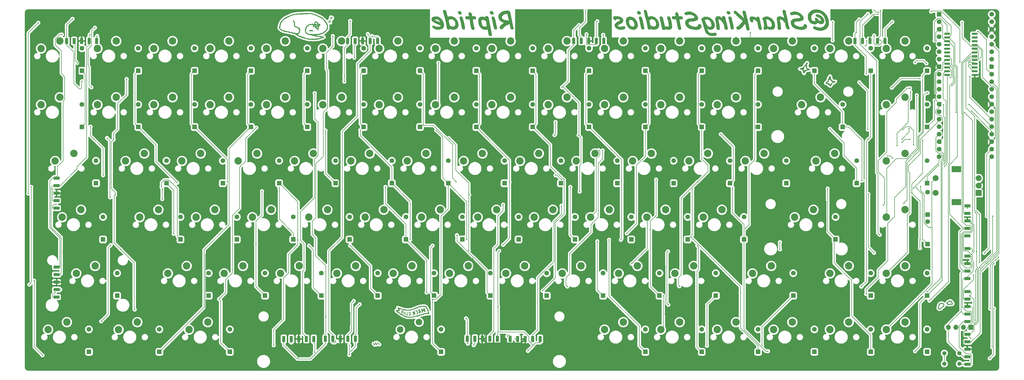
<source format=gbr>
%TF.GenerationSoftware,KiCad,Pcbnew,9.0.2*%
%TF.CreationDate,2025-07-28T10:47:05-04:00*%
%TF.ProjectId,Riptide,52697074-6964-4652-9e6b-696361645f70,rev?*%
%TF.SameCoordinates,Original*%
%TF.FileFunction,Copper,L2,Bot*%
%TF.FilePolarity,Positive*%
%FSLAX46Y46*%
G04 Gerber Fmt 4.6, Leading zero omitted, Abs format (unit mm)*
G04 Created by KiCad (PCBNEW 9.0.2) date 2025-07-28 10:47:05*
%MOMM*%
%LPD*%
G01*
G04 APERTURE LIST*
G04 Aperture macros list*
%AMRoundRect*
0 Rectangle with rounded corners*
0 $1 Rounding radius*
0 $2 $3 $4 $5 $6 $7 $8 $9 X,Y pos of 4 corners*
0 Add a 4 corners polygon primitive as box body*
4,1,4,$2,$3,$4,$5,$6,$7,$8,$9,$2,$3,0*
0 Add four circle primitives for the rounded corners*
1,1,$1+$1,$2,$3*
1,1,$1+$1,$4,$5*
1,1,$1+$1,$6,$7*
1,1,$1+$1,$8,$9*
0 Add four rect primitives between the rounded corners*
20,1,$1+$1,$2,$3,$4,$5,0*
20,1,$1+$1,$4,$5,$6,$7,0*
20,1,$1+$1,$6,$7,$8,$9,0*
20,1,$1+$1,$8,$9,$2,$3,0*%
%AMFreePoly0*
4,1,37,0.603843,0.796157,0.639018,0.796157,0.711114,0.766294,0.766294,0.711114,0.796157,0.639018,0.796157,0.603843,0.800000,0.600000,0.800000,-0.600000,0.796157,-0.603843,0.796157,-0.639018,0.766294,-0.711114,0.711114,-0.766294,0.639018,-0.796157,0.603843,-0.796157,0.600000,-0.800000,0.000000,-0.800000,0.000000,-0.796148,-0.078414,-0.796148,-0.232228,-0.765552,-0.377117,-0.705537,
-0.507515,-0.618408,-0.618408,-0.507515,-0.705537,-0.377117,-0.765552,-0.232228,-0.796148,-0.078414,-0.796148,0.078414,-0.765552,0.232228,-0.705537,0.377117,-0.618408,0.507515,-0.507515,0.618408,-0.377117,0.705537,-0.232228,0.765552,-0.078414,0.796148,0.000000,0.796148,0.000000,0.800000,0.600000,0.800000,0.603843,0.796157,0.603843,0.796157,$1*%
%AMFreePoly1*
4,1,37,0.000000,0.796148,0.078414,0.796148,0.232228,0.765552,0.377117,0.705537,0.507515,0.618408,0.618408,0.507515,0.705537,0.377117,0.765552,0.232228,0.796148,0.078414,0.796148,-0.078414,0.765552,-0.232228,0.705537,-0.377117,0.618408,-0.507515,0.507515,-0.618408,0.377117,-0.705537,0.232228,-0.765552,0.078414,-0.796148,0.000000,-0.796148,0.000000,-0.800000,-0.600000,-0.800000,
-0.603843,-0.796157,-0.639018,-0.796157,-0.711114,-0.766294,-0.766294,-0.711114,-0.796157,-0.639018,-0.796157,-0.603843,-0.800000,-0.600000,-0.800000,0.600000,-0.796157,0.603843,-0.796157,0.639018,-0.766294,0.711114,-0.711114,0.766294,-0.639018,0.796157,-0.603843,0.796157,-0.600000,0.800000,0.000000,0.800000,0.000000,0.796148,0.000000,0.796148,$1*%
G04 Aperture macros list end*
%ADD10C,0.300000*%
%TA.AperFunction,EtchedComponent*%
%ADD11C,0.000000*%
%TD*%
%TA.AperFunction,ComponentPad*%
%ADD12C,2.500000*%
%TD*%
%TA.AperFunction,ComponentPad*%
%ADD13RoundRect,0.250000X0.550000X-0.550000X0.550000X0.550000X-0.550000X0.550000X-0.550000X-0.550000X0*%
%TD*%
%TA.AperFunction,ComponentPad*%
%ADD14C,1.600000*%
%TD*%
%TA.AperFunction,ComponentPad*%
%ADD15C,1.400000*%
%TD*%
%TA.AperFunction,ComponentPad*%
%ADD16R,2.000000X2.000000*%
%TD*%
%TA.AperFunction,ComponentPad*%
%ADD17C,2.000000*%
%TD*%
%TA.AperFunction,ComponentPad*%
%ADD18R,3.200000X2.000000*%
%TD*%
%TA.AperFunction,ComponentPad*%
%ADD19C,2.200000*%
%TD*%
%TA.AperFunction,ComponentPad*%
%ADD20RoundRect,0.200000X-0.600000X-0.600000X0.600000X-0.600000X0.600000X0.600000X-0.600000X0.600000X0*%
%TD*%
%TA.AperFunction,ComponentPad*%
%ADD21FreePoly0,0.000000*%
%TD*%
%TA.AperFunction,ComponentPad*%
%ADD22FreePoly1,0.000000*%
%TD*%
%TA.AperFunction,ComponentPad*%
%ADD23R,1.700000X1.700000*%
%TD*%
%TA.AperFunction,ComponentPad*%
%ADD24O,1.700000X1.700000*%
%TD*%
%TA.AperFunction,SMDPad,CuDef*%
%ADD25R,2.000000X1.020000*%
%TD*%
%TA.AperFunction,SMDPad,CuDef*%
%ADD26R,1.020000X2.000000*%
%TD*%
%TA.AperFunction,SMDPad,CuDef*%
%ADD27RoundRect,0.150000X0.875000X0.150000X-0.875000X0.150000X-0.875000X-0.150000X0.875000X-0.150000X0*%
%TD*%
%TA.AperFunction,ViaPad*%
%ADD28C,0.400000*%
%TD*%
%TA.AperFunction,Conductor*%
%ADD29C,0.200000*%
%TD*%
%TA.AperFunction,Conductor*%
%ADD30C,0.500000*%
%TD*%
G04 APERTURE END LIST*
D10*
G36*
X192299580Y-22687526D02*
G01*
X192502474Y-22768810D01*
X192691625Y-22922899D01*
X192858021Y-23155341D01*
X192948813Y-23407233D01*
X193644905Y-26719532D01*
X193844574Y-27640938D01*
X194044242Y-28562344D01*
X194048400Y-28782429D01*
X193966573Y-28958750D01*
X193871604Y-29047288D01*
X193751846Y-29101394D01*
X193599476Y-29120683D01*
X193371455Y-29080838D01*
X193164602Y-28959483D01*
X193006176Y-28778605D01*
X192922069Y-28564909D01*
X192691625Y-27244898D01*
X192164917Y-27452018D01*
X191670748Y-27714408D01*
X191206015Y-28033583D01*
X190768399Y-28412416D01*
X190356420Y-28855069D01*
X190193179Y-28984341D01*
X189995551Y-29026894D01*
X189773905Y-28986830D01*
X189560310Y-28861664D01*
X189394384Y-28677379D01*
X189309717Y-28467090D01*
X189305241Y-28275129D01*
X189374563Y-28103656D01*
X189678416Y-27714932D01*
X190116290Y-27304755D01*
X190717655Y-26869741D01*
X190212364Y-26654015D01*
X189810454Y-26420830D01*
X189496196Y-26172550D01*
X189232251Y-25876814D01*
X189049121Y-25560942D01*
X188939323Y-25219637D01*
X188914206Y-25000254D01*
X190052926Y-25000254D01*
X190066259Y-25220369D01*
X190117032Y-25314690D01*
X190292672Y-25490380D01*
X190507223Y-25652597D01*
X190727180Y-25776510D01*
X191088064Y-25906971D01*
X191579342Y-25996306D01*
X192235136Y-26030034D01*
X192410258Y-26025638D01*
X191952302Y-23821591D01*
X191490317Y-23854930D01*
X191115820Y-23934367D01*
X190771014Y-24089089D01*
X190449110Y-24323876D01*
X190231994Y-24559574D01*
X190105733Y-24782861D01*
X190052926Y-25000254D01*
X188914206Y-25000254D01*
X188898503Y-24863091D01*
X188926140Y-24530843D01*
X189019951Y-24215534D01*
X189183112Y-23910972D01*
X189424011Y-23612647D01*
X189755699Y-23318026D01*
X190195219Y-23026580D01*
X190436432Y-22909927D01*
X190732107Y-22816685D01*
X191092079Y-22750708D01*
X192074302Y-22672672D01*
X192299580Y-22687526D01*
G37*
G36*
X186778140Y-24056064D02*
G01*
X186940965Y-24035458D01*
X187074713Y-23976655D01*
X187186270Y-23879110D01*
X187263975Y-23753814D01*
X187297185Y-23612217D01*
X187284822Y-23446434D01*
X187190307Y-23213262D01*
X187006385Y-23014124D01*
X186769880Y-22879890D01*
X186524616Y-22836803D01*
X186361649Y-22857504D01*
X186228579Y-22916456D01*
X186118318Y-23014124D01*
X186041898Y-23139031D01*
X186009355Y-23280517D01*
X186021964Y-23446434D01*
X186116035Y-23679842D01*
X186298203Y-23879110D01*
X186532885Y-24012975D01*
X186778140Y-24056064D01*
G37*
G36*
X187061339Y-27056587D02*
G01*
X187202756Y-27805069D01*
X187344173Y-28553551D01*
X187428295Y-28769624D01*
X187581943Y-28944096D01*
X187783528Y-29059046D01*
X188010589Y-29097236D01*
X188227052Y-29056905D01*
X188375854Y-28944096D01*
X188455868Y-28774960D01*
X188450959Y-28553551D01*
X188309542Y-27805069D01*
X188167759Y-27056587D01*
X187938049Y-26145073D01*
X187708339Y-25232826D01*
X187624202Y-25016821D01*
X187470568Y-24842648D01*
X187268958Y-24727413D01*
X187041922Y-24689141D01*
X186825493Y-24729554D01*
X186676657Y-24842648D01*
X186596652Y-25011475D01*
X186601552Y-25232826D01*
X186831263Y-26145073D01*
X187061339Y-27056587D01*
G37*
G36*
X185090865Y-24506954D02*
G01*
X185262830Y-24595072D01*
X185429919Y-24752889D01*
X185595049Y-25015929D01*
X185699563Y-25335774D01*
X185807641Y-26143974D01*
X186068492Y-27670614D01*
X186405547Y-29291409D01*
X186731978Y-30821713D01*
X186737092Y-31044478D01*
X186657606Y-31215554D01*
X186508882Y-31330646D01*
X186293073Y-31371625D01*
X186065862Y-31332543D01*
X185863328Y-31214455D01*
X185709035Y-31036862D01*
X185624459Y-30818049D01*
X185270184Y-29132407D01*
X184907742Y-29194349D01*
X184561636Y-29214473D01*
X184123187Y-29174438D01*
X183720054Y-29056743D01*
X183344336Y-28860689D01*
X182990300Y-28579930D01*
X182707338Y-28268117D01*
X182479109Y-27919690D01*
X182303322Y-27530292D01*
X182180268Y-27093956D01*
X182087492Y-26450539D01*
X182088462Y-26333384D01*
X183176779Y-26333384D01*
X183196103Y-26584828D01*
X183286688Y-27092857D01*
X183371758Y-27386192D01*
X183489302Y-27624257D01*
X183637299Y-27816060D01*
X183841117Y-27981335D01*
X184070024Y-28079016D01*
X184332658Y-28112449D01*
X184683870Y-28082961D01*
X185021789Y-27994846D01*
X184858949Y-27153560D01*
X184721004Y-26317264D01*
X184404572Y-26101939D01*
X184121266Y-25957861D01*
X183836866Y-25866477D01*
X183583077Y-25838060D01*
X183412051Y-25868338D01*
X183292928Y-25952726D01*
X183212826Y-26098671D01*
X183176779Y-26333384D01*
X182088462Y-26333384D01*
X182091723Y-25939515D01*
X182172941Y-25534344D01*
X182305113Y-25243640D01*
X182483003Y-25026412D01*
X182709278Y-24870300D01*
X182994176Y-24771643D01*
X183354099Y-24736036D01*
X183627298Y-24754610D01*
X183913171Y-24811873D01*
X184198018Y-24905696D01*
X184500453Y-25043415D01*
X184487997Y-25002383D01*
X184484894Y-24797907D01*
X184563101Y-24631622D01*
X184706135Y-24517951D01*
X184907850Y-24478115D01*
X185090865Y-24506954D01*
G37*
G36*
X178358356Y-25676859D02*
G01*
X178555460Y-25670997D01*
X178752198Y-25664769D01*
X179139811Y-25697376D01*
X179517533Y-27861123D01*
X179554902Y-28059692D01*
X179599598Y-28295265D01*
X179711313Y-28681981D01*
X179847378Y-28943283D01*
X180001794Y-29110657D01*
X180175601Y-29205832D01*
X180377023Y-29237920D01*
X180578234Y-29201838D01*
X180728733Y-29098702D01*
X180804498Y-28992752D01*
X180837847Y-28872326D01*
X180828750Y-28729773D01*
X180724703Y-28287205D01*
X180620655Y-27844270D01*
X180251727Y-25720823D01*
X180988852Y-25653046D01*
X181207508Y-25594414D01*
X181333459Y-25491776D01*
X181392871Y-25342433D01*
X181381594Y-25121817D01*
X181299882Y-24910560D01*
X181148220Y-24732006D01*
X180948536Y-24611752D01*
X180722138Y-24571905D01*
X180050226Y-24618799D01*
X179980983Y-24188321D01*
X179913572Y-23786420D01*
X179830160Y-23579978D01*
X179670673Y-23409064D01*
X179464206Y-23295856D01*
X179242393Y-23258855D01*
X179050074Y-23293999D01*
X178919309Y-23391740D01*
X178835010Y-23562563D01*
X178805841Y-23841832D01*
X178861741Y-24281744D01*
X178939776Y-24618799D01*
X178525052Y-24571905D01*
X178102440Y-24591482D01*
X177908461Y-24633454D01*
X177784738Y-24706387D01*
X177709306Y-24807307D01*
X177675787Y-24943983D01*
X177691573Y-25132442D01*
X177774696Y-25345729D01*
X177928977Y-25521521D01*
X178131074Y-25638174D01*
X178358356Y-25676859D01*
G37*
G36*
X175980652Y-24056064D02*
G01*
X176143478Y-24035458D01*
X176277226Y-23976655D01*
X176388782Y-23879110D01*
X176466488Y-23753814D01*
X176499697Y-23612217D01*
X176487334Y-23446434D01*
X176392819Y-23213262D01*
X176208897Y-23014124D01*
X175972393Y-22879890D01*
X175727128Y-22836803D01*
X175564161Y-22857504D01*
X175431091Y-22916456D01*
X175320830Y-23014124D01*
X175244410Y-23139031D01*
X175211867Y-23280517D01*
X175224476Y-23446434D01*
X175318548Y-23679842D01*
X175500715Y-23879110D01*
X175735398Y-24012975D01*
X175980652Y-24056064D01*
G37*
G36*
X176263852Y-27056587D02*
G01*
X176405268Y-27805069D01*
X176546685Y-28553551D01*
X176630807Y-28769624D01*
X176784455Y-28944096D01*
X176986040Y-29059046D01*
X177213101Y-29097236D01*
X177429565Y-29056905D01*
X177578367Y-28944096D01*
X177658380Y-28774960D01*
X177653471Y-28553551D01*
X177512055Y-27805069D01*
X177370272Y-27056587D01*
X177140561Y-26145073D01*
X176910851Y-25232826D01*
X176826714Y-25016821D01*
X176673080Y-24842648D01*
X176471470Y-24727413D01*
X176244434Y-24689141D01*
X176028005Y-24729554D01*
X175879169Y-24842648D01*
X175799164Y-25011475D01*
X175804064Y-25232826D01*
X176033775Y-26145073D01*
X176263852Y-27056587D01*
G37*
G36*
X170836402Y-22468452D02*
G01*
X171004156Y-22555018D01*
X171141198Y-22701342D01*
X171249790Y-22922899D01*
X171443638Y-23567323D01*
X171776256Y-24857669D01*
X171936560Y-24745063D01*
X172144085Y-24660931D01*
X172377804Y-24612860D01*
X172667620Y-24595352D01*
X173145511Y-24638012D01*
X173588639Y-24763773D01*
X174004997Y-24973630D01*
X174400523Y-25274225D01*
X174738745Y-25634495D01*
X175013925Y-26046820D01*
X175228173Y-26517674D01*
X175380181Y-27055854D01*
X175434983Y-27521314D01*
X175400411Y-27921555D01*
X175285935Y-28271001D01*
X175092219Y-28581029D01*
X174836001Y-28832786D01*
X174529818Y-29013985D01*
X174163539Y-29127340D01*
X173722383Y-29167578D01*
X173411271Y-29154704D01*
X173106158Y-29116287D01*
X172806716Y-29037537D01*
X172495429Y-28896835D01*
X172412548Y-29048223D01*
X172288689Y-29136029D01*
X172110380Y-29167578D01*
X171906577Y-29131916D01*
X171707379Y-29020300D01*
X171551800Y-28852335D01*
X171468876Y-28645509D01*
X171456053Y-28525341D01*
X171390957Y-27911848D01*
X171139515Y-26561263D01*
X171040488Y-26141409D01*
X172122836Y-26141409D01*
X172436078Y-27647533D01*
X172594713Y-27775027D01*
X173018963Y-28038443D01*
X173212378Y-28091495D01*
X173503297Y-28112449D01*
X173771473Y-28076154D01*
X173994416Y-27971583D01*
X174183269Y-27795544D01*
X174313354Y-27572972D01*
X174368125Y-27323487D01*
X174345568Y-27034239D01*
X174213901Y-26579982D01*
X174040145Y-26235397D01*
X173829361Y-25979110D01*
X173563867Y-25786714D01*
X173247440Y-25668633D01*
X172865823Y-25627034D01*
X172591831Y-25661086D01*
X172387351Y-25754528D01*
X172231280Y-25910481D01*
X172122836Y-26141409D01*
X171040488Y-26141409D01*
X170980755Y-25888153D01*
X170677529Y-24771207D01*
X170374011Y-23654252D01*
X170215177Y-22981151D01*
X170208479Y-22766159D01*
X170279658Y-22595736D01*
X170365208Y-22510143D01*
X170478202Y-22457311D01*
X170627704Y-22438199D01*
X170836402Y-22468452D01*
G37*
G36*
X168223988Y-24720669D02*
G01*
X168591049Y-24813884D01*
X168939932Y-24969310D01*
X169274827Y-25190856D01*
X169598586Y-25485617D01*
X169908603Y-25861535D01*
X170160905Y-26276415D01*
X170357293Y-26734732D01*
X170497278Y-27242334D01*
X170546006Y-27625752D01*
X170527722Y-27953040D01*
X170450835Y-28235444D01*
X170318122Y-28482191D01*
X170126517Y-28699731D01*
X169859399Y-28894797D01*
X169533791Y-29040476D01*
X169137666Y-29133964D01*
X168655931Y-29167578D01*
X168241006Y-29140881D01*
X167828291Y-29060403D01*
X167414689Y-28924312D01*
X167055411Y-28747295D01*
X166814928Y-28562940D01*
X166665542Y-28372021D01*
X166588904Y-28170334D01*
X166578998Y-27981451D01*
X166629151Y-27862977D01*
X166734360Y-27789583D01*
X166920097Y-27760739D01*
X167136151Y-27801111D01*
X167494923Y-27959675D01*
X167782133Y-28081831D01*
X168099065Y-28156875D01*
X168451500Y-28182791D01*
X168787795Y-28151577D01*
X169052704Y-28065554D01*
X169274574Y-27919058D01*
X169444347Y-27713845D01*
X167967533Y-27108611D01*
X167290186Y-26813522D01*
X166969190Y-26645160D01*
X166697507Y-26450482D01*
X166506300Y-26254878D01*
X166380924Y-26056935D01*
X166311566Y-25853080D01*
X166309709Y-25828534D01*
X167368893Y-25828534D01*
X167765405Y-26036909D01*
X168326203Y-26287955D01*
X169310258Y-26682163D01*
X169116366Y-26357074D01*
X168922432Y-26109213D01*
X168728471Y-25925987D01*
X168506719Y-25783917D01*
X168278501Y-25701379D01*
X168038607Y-25673928D01*
X167752451Y-25693911D01*
X167533983Y-25747666D01*
X167368893Y-25828534D01*
X166309709Y-25828534D01*
X166288352Y-25546249D01*
X166349358Y-25298576D01*
X166489403Y-25091950D01*
X166721894Y-24917020D01*
X167007335Y-24797160D01*
X167371697Y-24718161D01*
X167833443Y-24689141D01*
X168223988Y-24720669D01*
G37*
G36*
X295932362Y-27385582D02*
G01*
X296201336Y-27350530D01*
X296458827Y-27244166D01*
X296695599Y-27075458D01*
X296932170Y-26831639D01*
X297156078Y-27002218D01*
X297437386Y-27159535D01*
X297749932Y-27281308D01*
X297974842Y-27315240D01*
X298294246Y-27271509D01*
X298580024Y-27141800D01*
X298842393Y-26918101D01*
X298998020Y-26707753D01*
X299089907Y-26493051D01*
X299124713Y-26268711D01*
X299102512Y-26027836D01*
X298989353Y-25658277D01*
X298804344Y-25301409D01*
X298540334Y-24952886D01*
X298186235Y-24610006D01*
X297778455Y-24314647D01*
X297382526Y-24115227D01*
X296993223Y-24000037D01*
X296604274Y-23962274D01*
X296382586Y-23993136D01*
X296259568Y-24069800D01*
X296201538Y-24188449D01*
X296207868Y-24371503D01*
X296281674Y-24549342D01*
X296429526Y-24703503D01*
X296673883Y-24837152D01*
X297421632Y-25136838D01*
X297666643Y-25337708D01*
X297843617Y-25598021D01*
X297955792Y-25930750D01*
X297953500Y-25989784D01*
X297917690Y-26076196D01*
X297842317Y-26160311D01*
X297745132Y-26189769D01*
X297567127Y-26165819D01*
X297387345Y-26079325D01*
X297198883Y-25916095D01*
X296777198Y-25392927D01*
X296594209Y-25226664D01*
X296427414Y-25138518D01*
X296269783Y-25111193D01*
X296091603Y-25142825D01*
X295987890Y-25226048D01*
X295938121Y-25367743D01*
X295954710Y-25602487D01*
X296029448Y-25835861D01*
X296104919Y-26073265D01*
X296104667Y-26161955D01*
X296066200Y-26219697D01*
X295982187Y-26256081D01*
X295698621Y-26260111D01*
X295392037Y-26233445D01*
X295169750Y-26162722D01*
X295010956Y-26056413D01*
X294897354Y-25914594D01*
X294794075Y-25697297D01*
X294705774Y-25379738D01*
X294663867Y-25027118D01*
X294688219Y-24715009D01*
X294773307Y-24434381D01*
X294919342Y-24177914D01*
X295132222Y-23940659D01*
X295430430Y-23720394D01*
X295776677Y-23559535D01*
X296180054Y-23458601D01*
X296652267Y-23422986D01*
X297075904Y-23455234D01*
X297469162Y-23549954D01*
X297837754Y-23706551D01*
X298186241Y-23927677D01*
X298517794Y-24219096D01*
X298840554Y-24598309D01*
X299105381Y-25025991D01*
X299313564Y-25507930D01*
X299463747Y-26051650D01*
X299519900Y-26461835D01*
X299513458Y-26829823D01*
X299450227Y-27163031D01*
X299332573Y-27467941D01*
X299159298Y-27749748D01*
X298928422Y-28002087D01*
X298658711Y-28198306D01*
X298344694Y-28341954D01*
X297978023Y-28432258D01*
X297548028Y-28464159D01*
X297283255Y-28436471D01*
X296825511Y-28328701D01*
X296092829Y-28097062D01*
X295791311Y-28018660D01*
X295643032Y-28039448D01*
X295524441Y-28098636D01*
X295428244Y-28197812D01*
X295344899Y-28387478D01*
X295348011Y-28603743D01*
X295423028Y-28771881D01*
X295594787Y-28943517D01*
X295905201Y-29123054D01*
X296412665Y-29307896D01*
X296940986Y-29444991D01*
X297387692Y-29519816D01*
X297764183Y-29542735D01*
X298355930Y-29499771D01*
X298871854Y-29377039D01*
X299324184Y-29180117D01*
X299722617Y-28909484D01*
X300073743Y-28560512D01*
X300321527Y-28217503D01*
X300504959Y-27851392D01*
X300627165Y-27457848D01*
X300688114Y-27031227D01*
X300684619Y-26564850D01*
X300610467Y-26051284D01*
X300447114Y-25440341D01*
X300223295Y-24877946D01*
X299939499Y-24358927D01*
X299594410Y-23879111D01*
X299184944Y-23435443D01*
X298767684Y-23080543D01*
X298336743Y-22796716D01*
X297889832Y-22578762D01*
X297423803Y-22423401D01*
X296934754Y-22329380D01*
X296418161Y-22297515D01*
X295851131Y-22334141D01*
X295351806Y-22438958D01*
X294910275Y-22606875D01*
X294518318Y-22836289D01*
X294169783Y-23129162D01*
X293905702Y-23437453D01*
X293710059Y-23765898D01*
X293577644Y-24118415D01*
X293506966Y-24500576D01*
X293500350Y-24919262D01*
X293563817Y-25382302D01*
X293692797Y-25843443D01*
X293868395Y-26234079D01*
X294088062Y-26564035D01*
X294352233Y-26840799D01*
X294675219Y-27074743D01*
X295040602Y-27243911D01*
X295456253Y-27348903D01*
X295932362Y-27385582D01*
G37*
G36*
X291444766Y-29237920D02*
G01*
X291960860Y-29203147D01*
X292371351Y-29107944D01*
X292696161Y-28962254D01*
X292951256Y-28770439D01*
X293129818Y-28561178D01*
X293235796Y-28346086D01*
X293278312Y-28119281D01*
X293257903Y-27872480D01*
X293169269Y-27632721D01*
X293015369Y-27440170D01*
X292808824Y-27311888D01*
X292558879Y-27268346D01*
X292393473Y-27292819D01*
X292268675Y-27361347D01*
X292174219Y-27475847D01*
X292108618Y-27649731D01*
X292038443Y-27823154D01*
X291922071Y-27958980D01*
X291751937Y-28062910D01*
X291512091Y-28132857D01*
X291180251Y-28159344D01*
X290726056Y-28126603D01*
X290261407Y-28026542D01*
X289781838Y-27854528D01*
X289409033Y-27666532D01*
X289171479Y-27490691D01*
X289033507Y-27325857D01*
X288969242Y-27167229D01*
X288947463Y-26915058D01*
X288990157Y-26730490D01*
X289087391Y-26593002D01*
X289246214Y-26492020D01*
X289440037Y-26435037D01*
X289801171Y-26385099D01*
X290407955Y-26353900D01*
X290862570Y-26314502D01*
X291255454Y-26224057D01*
X291595708Y-26087187D01*
X291845745Y-25927665D01*
X292011354Y-25754554D01*
X292109297Y-25565825D01*
X292147145Y-25354717D01*
X292122173Y-25110826D01*
X291995252Y-24742384D01*
X291774508Y-24378499D01*
X291444602Y-24013465D01*
X290983513Y-23644270D01*
X290483363Y-23343317D01*
X289994991Y-23137253D01*
X289513328Y-23017055D01*
X289032623Y-22977487D01*
X288626115Y-23018897D01*
X288100959Y-23160669D01*
X287758477Y-23306958D01*
X287576601Y-23440648D01*
X287498556Y-23563592D01*
X287492062Y-23686036D01*
X287568068Y-23882679D01*
X287714445Y-24060460D01*
X287928135Y-24198628D01*
X288165073Y-24243642D01*
X288373293Y-24226444D01*
X288711688Y-24161577D01*
X289050247Y-24096797D01*
X289261601Y-24079511D01*
X289601604Y-24108755D01*
X289945601Y-24192505D01*
X290297313Y-24334501D01*
X290632030Y-24532504D01*
X290815044Y-24715514D01*
X290893387Y-24889176D01*
X290886286Y-25031574D01*
X290800331Y-25146364D01*
X290650950Y-25226617D01*
X290391102Y-25288147D01*
X289380669Y-25345666D01*
X288941276Y-25410371D01*
X288587534Y-25520878D01*
X288304435Y-25670915D01*
X288080076Y-25858210D01*
X287893178Y-26116550D01*
X287780617Y-26420082D01*
X287743641Y-26782057D01*
X287793946Y-27219986D01*
X287918642Y-27608829D01*
X288122337Y-27958732D01*
X288411673Y-28276560D01*
X288799893Y-28565236D01*
X289305931Y-28823562D01*
X289802517Y-29002990D01*
X290322434Y-29132338D01*
X290868730Y-29211147D01*
X291444766Y-29237920D01*
G37*
G36*
X285479989Y-25228063D02*
G01*
X285115840Y-24966105D01*
X284760816Y-24787693D01*
X284390244Y-24678324D01*
X284014898Y-24642247D01*
X283671312Y-24672368D01*
X283419667Y-24752668D01*
X283237785Y-24873993D01*
X283110711Y-25036088D01*
X283034692Y-25241046D01*
X283001099Y-25533420D01*
X283026448Y-25942840D01*
X283193143Y-26956570D01*
X283279972Y-27760739D01*
X283307252Y-28202448D01*
X283309281Y-28556849D01*
X283320638Y-28708524D01*
X283405726Y-28916589D01*
X283570132Y-29088077D01*
X283780952Y-29201339D01*
X284000244Y-29237920D01*
X284185206Y-29210408D01*
X284312181Y-29135960D01*
X284396922Y-29013996D01*
X284440614Y-28827958D01*
X284449987Y-28462346D01*
X284422295Y-27892997D01*
X284363544Y-27341096D01*
X284296632Y-26941549D01*
X284222627Y-26631971D01*
X284148255Y-26322393D01*
X284082676Y-25969951D01*
X284099076Y-25835906D01*
X284152144Y-25767882D01*
X284244609Y-25744270D01*
X284526480Y-25786094D01*
X284820576Y-25918568D01*
X285136706Y-26161559D01*
X285383365Y-26423221D01*
X285807152Y-26955104D01*
X286042211Y-27972367D01*
X286206781Y-28505486D01*
X286317864Y-28738565D01*
X286488162Y-28930665D01*
X286674353Y-29038107D01*
X286884630Y-29073789D01*
X287090358Y-29034713D01*
X287251727Y-28920282D01*
X287325263Y-28810919D01*
X287357275Y-28687111D01*
X287347348Y-28541461D01*
X287257955Y-28324207D01*
X287198150Y-28130649D01*
X286979884Y-27218520D01*
X286402494Y-24478848D01*
X286366224Y-24343660D01*
X286207955Y-23696660D01*
X286168387Y-23321870D01*
X286128087Y-22947079D01*
X286043484Y-22735442D01*
X285884455Y-22564228D01*
X285678038Y-22451590D01*
X285456175Y-22414752D01*
X285277136Y-22442805D01*
X285150501Y-22520041D01*
X285062578Y-22649167D01*
X285013607Y-22848893D01*
X285017492Y-23124555D01*
X285093841Y-23602138D01*
X285290579Y-24433419D01*
X285479989Y-25228063D01*
G37*
G36*
X279955674Y-24732060D02*
G01*
X280421308Y-24860706D01*
X280877182Y-25078885D01*
X281328715Y-25395491D01*
X281726572Y-25776046D01*
X282031731Y-26183151D01*
X282253132Y-26620451D01*
X282395202Y-27093956D01*
X282471682Y-27642267D01*
X282460949Y-28074451D01*
X282381128Y-28414729D01*
X282242428Y-28683244D01*
X282035979Y-28902435D01*
X281757509Y-29066790D01*
X281388636Y-29174583D01*
X280903733Y-29214473D01*
X280696796Y-29194162D01*
X280407676Y-29122149D01*
X279700959Y-28849940D01*
X279466834Y-29080657D01*
X279304708Y-29186519D01*
X279191713Y-29214473D01*
X278987385Y-29179816D01*
X278787247Y-29071591D01*
X278630799Y-28908840D01*
X278550209Y-28712920D01*
X278623482Y-28313583D01*
X278719836Y-27889333D01*
X278713201Y-27496520D01*
X278594905Y-26768258D01*
X278453122Y-26191601D01*
X278305844Y-25781639D01*
X278282493Y-25751964D01*
X279393946Y-25751964D01*
X279527302Y-26132250D01*
X279607903Y-26434134D01*
X279696543Y-26981961D01*
X279791817Y-27897027D01*
X280028037Y-28042834D01*
X280262595Y-28145422D01*
X280505366Y-28208739D01*
X280750959Y-28229685D01*
X280990610Y-28195460D01*
X281157346Y-28102820D01*
X281270830Y-27952348D01*
X281328993Y-27762077D01*
X281341535Y-27494916D01*
X281290980Y-27124364D01*
X281171813Y-26762151D01*
X280968644Y-26426595D01*
X280671458Y-26111734D01*
X280319715Y-25861001D01*
X279974486Y-25719773D01*
X279626587Y-25673928D01*
X279524005Y-25692613D01*
X279393946Y-25751964D01*
X278282493Y-25751964D01*
X278211343Y-25661545D01*
X278160031Y-25524818D01*
X278159196Y-25369324D01*
X278224738Y-25220520D01*
X278372823Y-25068470D01*
X278637404Y-24909326D01*
X278947496Y-24782067D01*
X279224240Y-24711357D01*
X279473447Y-24689141D01*
X279955674Y-24732060D01*
G37*
G36*
X273964427Y-26031133D02*
G01*
X274080028Y-26323855D01*
X274231108Y-26511982D01*
X274417760Y-26620931D01*
X274652093Y-26658715D01*
X274874039Y-26622635D01*
X275000910Y-26529819D01*
X275061586Y-26377266D01*
X275047034Y-26130785D01*
X274982187Y-25720823D01*
X275426952Y-25835836D01*
X275817653Y-26028882D01*
X276163383Y-26302384D01*
X276469260Y-26665310D01*
X276892777Y-28721713D01*
X276976109Y-28934279D01*
X277129815Y-29107861D01*
X277331169Y-29223070D01*
X277558461Y-29261367D01*
X277715175Y-29241044D01*
X277828244Y-29185803D01*
X277909071Y-29097236D01*
X277969193Y-28936061D01*
X277958531Y-28719881D01*
X277399825Y-26032599D01*
X277312997Y-25653046D01*
X277226168Y-25273492D01*
X277148197Y-25061873D01*
X277012212Y-24889909D01*
X276828062Y-24775443D01*
X276597487Y-24736036D01*
X276397790Y-24767372D01*
X276268896Y-24850908D01*
X276190870Y-24988422D01*
X276165544Y-25203150D01*
X275740128Y-24962267D01*
X275319747Y-24795877D01*
X274900530Y-24698072D01*
X274478070Y-24665694D01*
X274239514Y-24695967D01*
X274070115Y-24777551D01*
X273951229Y-24907433D01*
X273876554Y-25097065D01*
X273853822Y-25369607D01*
X273903244Y-25756360D01*
X273964427Y-26031133D01*
G37*
G36*
X272350593Y-27157704D02*
G01*
X272713293Y-28884012D01*
X272773397Y-29055628D01*
X272882554Y-29216304D01*
X273016428Y-29333742D01*
X273165317Y-29402234D01*
X273335013Y-29425498D01*
X273529828Y-29394667D01*
X273672993Y-29308510D01*
X273777581Y-29163182D01*
X273838611Y-28952233D01*
X273826674Y-28724277D01*
X273201657Y-25989002D01*
X272577006Y-23253726D01*
X272493675Y-23042471D01*
X272334839Y-22860251D01*
X272127266Y-22736557D01*
X271899965Y-22696120D01*
X271747621Y-22715691D01*
X271628682Y-22770505D01*
X271535066Y-22860251D01*
X271454593Y-23037078D01*
X271458862Y-23253726D01*
X271701762Y-24250237D01*
X271960781Y-25246748D01*
X271415083Y-24774737D01*
X269407222Y-22971259D01*
X269247109Y-22853279D01*
X269092758Y-22787587D01*
X268939741Y-22766461D01*
X268732550Y-22808246D01*
X268574842Y-22930593D01*
X268505146Y-23045997D01*
X268475607Y-23176034D01*
X268487281Y-23327732D01*
X268574708Y-23492855D01*
X268909282Y-23877807D01*
X269715701Y-24646643D01*
X270597699Y-25419967D01*
X271524075Y-26190136D01*
X270822121Y-27038635D01*
X270411937Y-27497747D01*
X270066311Y-27838042D01*
X269881959Y-27971775D01*
X269673569Y-28068852D01*
X269497223Y-28159756D01*
X269393158Y-28274995D01*
X269345619Y-28419106D01*
X269356297Y-28606308D01*
X269417231Y-28775429D01*
X269535083Y-28946294D01*
X269676050Y-29071720D01*
X269827145Y-29143569D01*
X269993771Y-29167578D01*
X270255726Y-29130047D01*
X270555727Y-29006646D01*
X270906672Y-28773368D01*
X271321109Y-28397480D01*
X271610465Y-28068523D01*
X272350593Y-27157704D01*
G37*
G36*
X266837177Y-24056064D02*
G01*
X267000002Y-24035458D01*
X267133750Y-23976655D01*
X267245307Y-23879110D01*
X267323012Y-23753814D01*
X267356222Y-23612217D01*
X267343859Y-23446434D01*
X267249344Y-23213262D01*
X267065422Y-23014124D01*
X266828917Y-22879890D01*
X266583653Y-22836803D01*
X266420686Y-22857504D01*
X266287616Y-22916456D01*
X266177355Y-23014124D01*
X266100935Y-23139031D01*
X266068392Y-23280517D01*
X266081001Y-23446434D01*
X266175072Y-23679842D01*
X266357240Y-23879110D01*
X266591922Y-24012975D01*
X266837177Y-24056064D01*
G37*
G36*
X267120376Y-27056587D02*
G01*
X267261793Y-27805069D01*
X267403210Y-28553551D01*
X267487332Y-28769624D01*
X267640980Y-28944096D01*
X267842565Y-29059046D01*
X268069626Y-29097236D01*
X268286089Y-29056905D01*
X268434891Y-28944096D01*
X268514905Y-28774960D01*
X268509996Y-28553551D01*
X268368579Y-27805069D01*
X268226796Y-27056587D01*
X267997086Y-26145073D01*
X267767376Y-25232826D01*
X267683239Y-25016821D01*
X267529605Y-24842648D01*
X267327995Y-24727413D01*
X267100959Y-24689141D01*
X266884530Y-24729554D01*
X266735694Y-24842648D01*
X266655689Y-25011475D01*
X266660589Y-25232826D01*
X266890300Y-26145073D01*
X267120376Y-27056587D01*
G37*
G36*
X263323743Y-29261367D02*
G01*
X263545678Y-29227218D01*
X263681609Y-29138093D01*
X263757158Y-28993420D01*
X263769975Y-28767142D01*
X263706228Y-27921207D01*
X263660090Y-27479116D01*
X263590823Y-27075272D01*
X263501430Y-26711838D01*
X263411304Y-26348039D01*
X263373203Y-26202958D01*
X263325575Y-26013182D01*
X263308050Y-25796949D01*
X263347720Y-25702862D01*
X263427791Y-25673928D01*
X263658313Y-25715211D01*
X263925587Y-25853796D01*
X264244783Y-26124190D01*
X264523328Y-26439620D01*
X264787701Y-26817254D01*
X265037229Y-27264682D01*
X265150069Y-27632878D01*
X265250453Y-28001441D01*
X265298080Y-28355348D01*
X265345341Y-28708890D01*
X265430015Y-28926589D01*
X265586043Y-29104197D01*
X265790365Y-29222368D01*
X266017620Y-29261367D01*
X266233644Y-29220277D01*
X266382152Y-29104930D01*
X266461654Y-28933592D01*
X266456524Y-28711088D01*
X266407431Y-28359012D01*
X266358339Y-28006936D01*
X266070743Y-26894288D01*
X265783147Y-25781273D01*
X265719766Y-25407948D01*
X265657117Y-25039385D01*
X265572600Y-24826833D01*
X265414584Y-24653604D01*
X265208976Y-24539191D01*
X264984106Y-24501563D01*
X264796969Y-24528306D01*
X264670263Y-24599958D01*
X264587085Y-24715930D01*
X264545220Y-24891330D01*
X264558025Y-25152958D01*
X264563886Y-25198021D01*
X264184936Y-24916763D01*
X263836205Y-24732064D01*
X263511388Y-24628451D01*
X263203576Y-24595352D01*
X262906798Y-24624942D01*
X262680060Y-24705756D01*
X262507168Y-24832019D01*
X262378260Y-25006685D01*
X262291329Y-25240886D01*
X262255369Y-25532412D01*
X262273292Y-25951090D01*
X262367899Y-26535983D01*
X262428349Y-26826144D01*
X262487334Y-27091758D01*
X262539325Y-27433652D01*
X262572330Y-27913147D01*
X262604806Y-28391808D01*
X262655861Y-28730139D01*
X262738920Y-28938566D01*
X262895464Y-29110059D01*
X263099178Y-29223836D01*
X263323743Y-29261367D01*
G37*
G36*
X259420822Y-24812810D02*
G01*
X259850475Y-24899977D01*
X260248506Y-25042421D01*
X260619481Y-25240436D01*
X260966922Y-25496608D01*
X261333031Y-25865093D01*
X261626726Y-26284040D01*
X261851643Y-26759603D01*
X262007397Y-27300586D01*
X262059276Y-27718996D01*
X262035615Y-28077129D01*
X261945394Y-28387478D01*
X261790875Y-28660163D01*
X261576875Y-28887573D01*
X261315175Y-29051336D01*
X260995906Y-29154251D01*
X260604221Y-29191025D01*
X260305488Y-29164245D01*
X260020969Y-29084413D01*
X259752683Y-28952967D01*
X259493405Y-28764577D01*
X259666963Y-29289644D01*
X259856666Y-29670421D01*
X260057606Y-29937309D01*
X260250858Y-30101110D01*
X260471518Y-30218491D01*
X260724947Y-30291095D01*
X261018579Y-30316496D01*
X261285808Y-30299983D01*
X261601831Y-30246154D01*
X261907527Y-30190797D01*
X262104117Y-30175812D01*
X262319229Y-30210777D01*
X262501622Y-30313932D01*
X262639308Y-30472359D01*
X262717044Y-30675533D01*
X262720147Y-30839500D01*
X262659023Y-30974794D01*
X262524176Y-31093344D01*
X262284218Y-31195575D01*
X261891874Y-31271031D01*
X261287857Y-31301284D01*
X260748679Y-31265036D01*
X260287517Y-31162537D01*
X259892036Y-31000214D01*
X259552190Y-30780315D01*
X259260764Y-30500778D01*
X259039163Y-30195893D01*
X258824208Y-29788497D01*
X258618813Y-29256765D01*
X258427651Y-28575900D01*
X258141963Y-27522909D01*
X257804099Y-26539647D01*
X257641983Y-26079000D01*
X257589938Y-25884954D01*
X258698394Y-25884954D01*
X259129239Y-27110443D01*
X259230760Y-27338020D01*
X259395864Y-27579994D01*
X259637752Y-27840240D01*
X259930814Y-28074083D01*
X260173717Y-28194041D01*
X260380373Y-28229685D01*
X260606520Y-28198983D01*
X260763662Y-28116364D01*
X260870568Y-27983855D01*
X260927417Y-27814272D01*
X260941899Y-27577507D01*
X260898412Y-27250027D01*
X260771384Y-26827649D01*
X260584493Y-26473085D01*
X260338241Y-26175847D01*
X260088867Y-25976270D01*
X259817760Y-25835537D01*
X259520203Y-25750149D01*
X259189689Y-25720823D01*
X258941294Y-25761856D01*
X258698394Y-25884954D01*
X257589938Y-25884954D01*
X257561933Y-25780540D01*
X257544443Y-25516665D01*
X257603825Y-25343019D01*
X257729618Y-25228270D01*
X257943318Y-25164682D01*
X258099041Y-24999103D01*
X258324337Y-24877452D01*
X258594420Y-24808680D01*
X258954117Y-24782930D01*
X259420822Y-24812810D01*
G37*
G36*
X255746231Y-29237920D02*
G01*
X256262326Y-29203147D01*
X256672817Y-29107944D01*
X256997626Y-28962254D01*
X257252721Y-28770439D01*
X257431284Y-28561178D01*
X257537261Y-28346086D01*
X257579777Y-28119281D01*
X257559368Y-27872480D01*
X257470734Y-27632721D01*
X257316835Y-27440170D01*
X257110290Y-27311888D01*
X256860345Y-27268346D01*
X256694938Y-27292819D01*
X256570141Y-27361347D01*
X256475684Y-27475847D01*
X256410083Y-27649731D01*
X256339908Y-27823154D01*
X256223537Y-27958980D01*
X256053402Y-28062910D01*
X255813556Y-28132857D01*
X255481716Y-28159344D01*
X255027522Y-28126603D01*
X254562872Y-28026542D01*
X254083304Y-27854528D01*
X253710498Y-27666532D01*
X253472945Y-27490691D01*
X253334972Y-27325857D01*
X253270708Y-27167229D01*
X253248929Y-26915058D01*
X253291622Y-26730490D01*
X253388856Y-26593002D01*
X253547679Y-26492020D01*
X253741502Y-26435037D01*
X254102636Y-26385099D01*
X254709420Y-26353900D01*
X255164036Y-26314502D01*
X255556920Y-26224057D01*
X255897173Y-26087187D01*
X256147210Y-25927665D01*
X256312820Y-25754554D01*
X256410763Y-25565825D01*
X256448610Y-25354717D01*
X256423639Y-25110826D01*
X256296718Y-24742384D01*
X256075973Y-24378499D01*
X255746067Y-24013465D01*
X255284979Y-23644270D01*
X254784829Y-23343317D01*
X254296457Y-23137253D01*
X253814794Y-23017055D01*
X253334089Y-22977487D01*
X252927580Y-23018897D01*
X252402424Y-23160669D01*
X252059943Y-23306958D01*
X251878066Y-23440648D01*
X251800021Y-23563592D01*
X251793527Y-23686036D01*
X251869534Y-23882679D01*
X252015910Y-24060460D01*
X252229601Y-24198628D01*
X252466538Y-24243642D01*
X252674758Y-24226444D01*
X253013154Y-24161577D01*
X253351713Y-24096797D01*
X253563066Y-24079511D01*
X253903069Y-24108755D01*
X254247066Y-24192505D01*
X254598778Y-24334501D01*
X254933495Y-24532504D01*
X255116510Y-24715514D01*
X255194853Y-24889176D01*
X255187751Y-25031574D01*
X255101796Y-25146364D01*
X254952415Y-25226617D01*
X254692568Y-25288147D01*
X253682135Y-25345666D01*
X253242742Y-25410371D01*
X252888999Y-25520878D01*
X252605901Y-25670915D01*
X252381542Y-25858210D01*
X252194643Y-26116550D01*
X252082082Y-26420082D01*
X252045106Y-26782057D01*
X252095411Y-27219986D01*
X252220108Y-27608829D01*
X252423803Y-27958732D01*
X252713138Y-28276560D01*
X253101359Y-28565236D01*
X253607397Y-28823562D01*
X254103982Y-29002990D01*
X254623900Y-29132338D01*
X255170196Y-29211147D01*
X255746231Y-29237920D01*
G37*
G36*
X248235397Y-25676859D02*
G01*
X248432501Y-25670997D01*
X248629239Y-25664769D01*
X249016852Y-25697376D01*
X249394574Y-27861123D01*
X249431943Y-28059692D01*
X249476639Y-28295265D01*
X249588355Y-28681981D01*
X249724419Y-28943283D01*
X249878835Y-29110657D01*
X250052642Y-29205832D01*
X250254064Y-29237920D01*
X250455275Y-29201838D01*
X250605774Y-29098702D01*
X250681539Y-28992752D01*
X250714888Y-28872326D01*
X250705792Y-28729773D01*
X250601744Y-28287205D01*
X250497697Y-27844270D01*
X250128768Y-25720823D01*
X250865893Y-25653046D01*
X251084549Y-25594414D01*
X251210500Y-25491776D01*
X251269912Y-25342433D01*
X251258635Y-25121817D01*
X251176923Y-24910560D01*
X251025261Y-24732006D01*
X250825577Y-24611752D01*
X250599180Y-24571905D01*
X249927267Y-24618799D01*
X249858025Y-24188321D01*
X249790614Y-23786420D01*
X249707201Y-23579978D01*
X249547714Y-23409064D01*
X249341248Y-23295856D01*
X249119434Y-23258855D01*
X248927115Y-23293999D01*
X248796350Y-23391740D01*
X248712052Y-23562563D01*
X248682882Y-23841832D01*
X248738782Y-24281744D01*
X248816817Y-24618799D01*
X248402093Y-24571905D01*
X247979481Y-24591482D01*
X247785502Y-24633454D01*
X247661779Y-24706387D01*
X247586348Y-24807307D01*
X247552828Y-24943983D01*
X247568614Y-25132442D01*
X247651738Y-25345729D01*
X247806018Y-25521521D01*
X248008116Y-25638174D01*
X248235397Y-25676859D01*
G37*
G36*
X243789567Y-26605226D02*
G01*
X243956995Y-27428080D01*
X244124057Y-28250568D01*
X244162892Y-28505191D01*
X244201360Y-28759448D01*
X244284480Y-28966650D01*
X244442062Y-29136071D01*
X244647086Y-29247928D01*
X244871807Y-29284815D01*
X245073105Y-29250668D01*
X245209411Y-29157055D01*
X245297522Y-28998318D01*
X245670096Y-29106346D01*
X246036929Y-29170011D01*
X246400279Y-29191025D01*
X246772688Y-29160704D01*
X247069903Y-29077097D01*
X247307030Y-28947027D01*
X247469724Y-28792331D01*
X247581317Y-28609227D01*
X247645258Y-28391387D01*
X247658374Y-28128935D01*
X247572257Y-27139529D01*
X247436723Y-26310303D01*
X247296067Y-25767636D01*
X247064863Y-25102034D01*
X246954325Y-24894263D01*
X246814720Y-24755020D01*
X246642814Y-24671596D01*
X246428122Y-24642247D01*
X246216939Y-24680836D01*
X246062491Y-24790624D01*
X245994575Y-24896157D01*
X245965289Y-25018872D01*
X245976395Y-25166514D01*
X246150785Y-25727418D01*
X246329570Y-26308105D01*
X246499930Y-27310111D01*
X246534784Y-27721282D01*
X246533269Y-28019026D01*
X246353018Y-28088269D01*
X246175697Y-28112449D01*
X245719001Y-28081942D01*
X245170027Y-27981657D01*
X245025314Y-27265415D01*
X244890491Y-26577749D01*
X244701954Y-25769523D01*
X244513136Y-25129145D01*
X244407401Y-24909089D01*
X244268041Y-24761985D01*
X244091781Y-24673578D01*
X243866503Y-24642247D01*
X243651165Y-24681485D01*
X243493178Y-24793189D01*
X243424453Y-24900202D01*
X243397934Y-25023501D01*
X243415509Y-25171643D01*
X243789567Y-26605226D01*
G37*
G36*
X238696974Y-22468452D02*
G01*
X238864728Y-22555018D01*
X239001770Y-22701342D01*
X239110362Y-22922899D01*
X239304210Y-23567323D01*
X239636828Y-24857669D01*
X239797132Y-24745063D01*
X240004658Y-24660931D01*
X240238376Y-24612860D01*
X240528192Y-24595352D01*
X241006084Y-24638012D01*
X241449211Y-24763773D01*
X241865570Y-24973630D01*
X242261095Y-25274225D01*
X242599317Y-25634495D01*
X242874497Y-26046820D01*
X243088745Y-26517674D01*
X243240753Y-27055854D01*
X243295555Y-27521314D01*
X243260983Y-27921555D01*
X243146507Y-28271001D01*
X242952791Y-28581029D01*
X242696573Y-28832786D01*
X242390391Y-29013985D01*
X242024111Y-29127340D01*
X241582955Y-29167578D01*
X241271843Y-29154704D01*
X240966730Y-29116287D01*
X240667288Y-29037537D01*
X240356001Y-28896835D01*
X240273121Y-29048223D01*
X240149261Y-29136029D01*
X239970952Y-29167578D01*
X239767149Y-29131916D01*
X239567951Y-29020300D01*
X239412372Y-28852335D01*
X239329448Y-28645509D01*
X239316625Y-28525341D01*
X239251530Y-27911848D01*
X239000087Y-26561263D01*
X238901061Y-26141409D01*
X239983408Y-26141409D01*
X240296650Y-27647533D01*
X240455286Y-27775027D01*
X240879535Y-28038443D01*
X241072950Y-28091495D01*
X241363869Y-28112449D01*
X241632045Y-28076154D01*
X241854988Y-27971583D01*
X242043841Y-27795544D01*
X242173926Y-27572972D01*
X242228697Y-27323487D01*
X242206140Y-27034239D01*
X242074473Y-26579982D01*
X241900717Y-26235397D01*
X241689933Y-25979110D01*
X241424439Y-25786714D01*
X241108012Y-25668633D01*
X240726395Y-25627034D01*
X240452403Y-25661086D01*
X240247923Y-25754528D01*
X240091852Y-25910481D01*
X239983408Y-26141409D01*
X238901061Y-26141409D01*
X238841328Y-25888153D01*
X238538101Y-24771207D01*
X238234583Y-23654252D01*
X238075750Y-22981151D01*
X238069051Y-22766159D01*
X238140230Y-22595736D01*
X238225781Y-22510143D01*
X238338774Y-22457311D01*
X238488276Y-22438199D01*
X238696974Y-22468452D01*
G37*
G36*
X236560833Y-24056064D02*
G01*
X236723659Y-24035458D01*
X236857407Y-23976655D01*
X236968963Y-23879110D01*
X237046669Y-23753814D01*
X237079879Y-23612217D01*
X237067515Y-23446434D01*
X236973001Y-23213262D01*
X236789078Y-23014124D01*
X236552574Y-22879890D01*
X236307309Y-22836803D01*
X236144343Y-22857504D01*
X236011273Y-22916456D01*
X235901011Y-23014124D01*
X235824592Y-23139031D01*
X235792049Y-23280517D01*
X235804658Y-23446434D01*
X235898729Y-23679842D01*
X236080896Y-23879110D01*
X236315579Y-24012975D01*
X236560833Y-24056064D01*
G37*
G36*
X236844033Y-27056587D02*
G01*
X236985450Y-27805069D01*
X237126866Y-28553551D01*
X237210988Y-28769624D01*
X237364637Y-28944096D01*
X237566221Y-29059046D01*
X237793283Y-29097236D01*
X238009746Y-29056905D01*
X238158548Y-28944096D01*
X238238561Y-28774960D01*
X238233653Y-28553551D01*
X238092236Y-27805069D01*
X237950453Y-27056587D01*
X237720743Y-26145073D01*
X237491032Y-25232826D01*
X237406896Y-25016821D01*
X237253262Y-24842648D01*
X237051651Y-24727413D01*
X236824616Y-24689141D01*
X236608186Y-24729554D01*
X236459351Y-24842648D01*
X236379345Y-25011475D01*
X236384246Y-25232826D01*
X236613956Y-26145073D01*
X236844033Y-27056587D01*
G37*
G36*
X233744997Y-24769570D02*
G01*
X234138321Y-24868172D01*
X234507416Y-25031567D01*
X234857005Y-25263091D01*
X235190265Y-25569515D01*
X235493086Y-25940978D01*
X235728053Y-26330941D01*
X235899729Y-26742454D01*
X236010188Y-27179685D01*
X236055038Y-27657633D01*
X236014535Y-28059610D01*
X235899368Y-28401465D01*
X235711967Y-28695701D01*
X235481173Y-28921272D01*
X235214983Y-29081337D01*
X234906357Y-29179936D01*
X234544731Y-29214473D01*
X234180796Y-29184953D01*
X233838138Y-29097603D01*
X233511827Y-28951809D01*
X233197962Y-28743776D01*
X232893893Y-28466723D01*
X232604032Y-28115751D01*
X232369469Y-27731789D01*
X232188128Y-27311039D01*
X232060048Y-26848492D01*
X231998134Y-26405255D01*
X231999383Y-26301388D01*
X233101298Y-26301388D01*
X233104045Y-26638509D01*
X233194312Y-27132424D01*
X233302755Y-27436752D01*
X233459417Y-27688302D01*
X233665457Y-27895195D01*
X233879455Y-28031347D01*
X234096315Y-28109930D01*
X234320882Y-28135896D01*
X234503355Y-28111923D01*
X234654716Y-28043066D01*
X234782501Y-27927801D01*
X234887813Y-27741939D01*
X234930865Y-27499135D01*
X234899005Y-27177121D01*
X234802272Y-26842985D01*
X234659613Y-26542627D01*
X234470359Y-26271468D01*
X234262599Y-26061338D01*
X234050552Y-25920978D01*
X233830752Y-25840229D01*
X233597679Y-25814612D01*
X233398532Y-25846774D01*
X233256861Y-25933289D01*
X233157609Y-26077725D01*
X233101298Y-26301388D01*
X231999383Y-26301388D01*
X232002755Y-26020963D01*
X232065532Y-25685473D01*
X232182048Y-25389996D01*
X232336712Y-25153219D01*
X232522978Y-24973972D01*
X232743994Y-24845057D01*
X233006764Y-24764552D01*
X233321441Y-24736036D01*
X233744997Y-24769570D01*
G37*
G36*
X228282833Y-25955296D02*
G01*
X228470596Y-25931210D01*
X228590171Y-25868885D01*
X228662251Y-25772398D01*
X228692428Y-25631064D01*
X229015195Y-25603586D01*
X229546384Y-25632105D01*
X229840455Y-25698563D01*
X229984021Y-25781681D01*
X230038084Y-25874696D01*
X230018493Y-25964103D01*
X229888926Y-26097856D01*
X229546789Y-26305907D01*
X228896335Y-26671681D01*
X228592777Y-26888792D01*
X228375834Y-27123417D01*
X228247911Y-27358478D01*
X228194933Y-27600509D01*
X228213590Y-27858925D01*
X228320816Y-28185948D01*
X228495710Y-28468456D01*
X228743490Y-28713839D01*
X229076378Y-28924678D01*
X229470906Y-29082624D01*
X229911788Y-29180472D01*
X230407379Y-29214473D01*
X230759794Y-29194717D01*
X231071217Y-29138238D01*
X231347103Y-29048143D01*
X231602500Y-28907155D01*
X231749406Y-28752234D01*
X231815812Y-28580020D01*
X231809089Y-28377697D01*
X231742270Y-28199866D01*
X231632584Y-28077626D01*
X231473812Y-28000491D01*
X231247819Y-27971765D01*
X231048931Y-27996459D01*
X230738939Y-28089002D01*
X230428439Y-28181400D01*
X230226029Y-28206238D01*
X229798479Y-28174917D01*
X229542920Y-28098874D01*
X229402116Y-27996209D01*
X229338328Y-27869549D01*
X229356297Y-27751282D01*
X229484457Y-27603605D01*
X229807274Y-27405732D01*
X230482421Y-27047128D01*
X230753593Y-26867543D01*
X230961078Y-26646355D01*
X231084847Y-26412912D01*
X231135549Y-26160121D01*
X231112630Y-25877260D01*
X231014868Y-25569624D01*
X230862340Y-25310146D01*
X230652934Y-25091015D01*
X230378879Y-24908612D01*
X230027459Y-24763879D01*
X229663687Y-24678204D01*
X229156453Y-24618224D01*
X228469312Y-24595352D01*
X228099834Y-24626851D01*
X227897784Y-24700865D01*
X227780559Y-24814592D01*
X227725690Y-24980238D01*
X227742079Y-25224399D01*
X227852088Y-25591344D01*
X227980714Y-25807052D01*
X228122149Y-25919390D01*
X228282833Y-25955296D01*
G37*
D11*
%TA.AperFunction,EtchedComponent*%
%TO.C,G\u002A\u002A\u002A*%
G36*
X342037714Y-121086974D02*
G01*
X342197871Y-121359687D01*
X342272914Y-121504772D01*
X342349236Y-121554847D01*
X342435956Y-121580509D01*
X342542059Y-121713727D01*
X342565612Y-121769481D01*
X342621125Y-121900892D01*
X342639847Y-122081625D01*
X342553961Y-122238510D01*
X342383101Y-122354176D01*
X342192465Y-122397662D01*
X342046891Y-122340645D01*
X342009556Y-122312106D01*
X341844769Y-122301227D01*
X341562248Y-122381890D01*
X341296253Y-122460685D01*
X341081918Y-122461338D01*
X340849628Y-122377892D01*
X340602592Y-122230441D01*
X340471975Y-122044666D01*
X340468349Y-121954375D01*
X340810233Y-121954375D01*
X340825645Y-121997729D01*
X340960832Y-122097459D01*
X341186243Y-122140134D01*
X341447850Y-122120834D01*
X341691627Y-122034639D01*
X341720378Y-122019123D01*
X341886478Y-121954413D01*
X341968172Y-121966339D01*
X342024739Y-122016172D01*
X342185816Y-122065545D01*
X342290257Y-122061592D01*
X342380487Y-121978790D01*
X342358387Y-121844905D01*
X342219112Y-121711478D01*
X342068503Y-121602870D01*
X341883035Y-121431705D01*
X341780177Y-121339342D01*
X341630470Y-121299166D01*
X341410531Y-121357234D01*
X341308237Y-121399609D01*
X341036074Y-121567529D01*
X340858439Y-121764024D01*
X340810233Y-121954375D01*
X340468349Y-121954375D01*
X340461996Y-121796156D01*
X340462004Y-121796104D01*
X340561418Y-121592039D01*
X340778480Y-121370096D01*
X341070288Y-121166179D01*
X341393943Y-121016194D01*
X341489834Y-120987091D01*
X341804904Y-120964144D01*
X342037714Y-121086974D01*
G37*
%TD.AperFunction*%
%TA.AperFunction,EtchedComponent*%
G36*
X339176525Y-121800674D02*
G01*
X339420248Y-121943926D01*
X339614384Y-122215003D01*
X339647762Y-122327996D01*
X339705024Y-122521845D01*
X339662935Y-122797857D01*
X339631635Y-122854048D01*
X339425005Y-123071671D01*
X339133598Y-123253814D01*
X338823762Y-123356325D01*
X338756861Y-123369436D01*
X338657155Y-123434045D01*
X338680588Y-123578373D01*
X338701410Y-123644828D01*
X338692278Y-123739946D01*
X338588629Y-123816550D01*
X338356846Y-123908963D01*
X338232653Y-123949717D01*
X337913016Y-123992251D01*
X337689087Y-123903046D01*
X337548634Y-123678615D01*
X337539813Y-123651273D01*
X337523959Y-123504101D01*
X337825945Y-123504101D01*
X337853040Y-123630777D01*
X337989193Y-123678592D01*
X338188563Y-123683689D01*
X338370412Y-123604659D01*
X338422005Y-123434745D01*
X338428721Y-123326403D01*
X338492850Y-123219357D01*
X338504755Y-123213806D01*
X338652855Y-123147162D01*
X338865737Y-123053323D01*
X339059359Y-122942581D01*
X339268285Y-122758835D01*
X339403213Y-122566292D01*
X339426151Y-122408656D01*
X339386008Y-122340755D01*
X339198659Y-122201851D01*
X338928212Y-122103602D01*
X338634460Y-122063628D01*
X338377196Y-122099548D01*
X338209171Y-122203630D01*
X338065382Y-122439573D01*
X337982564Y-122814846D01*
X337978514Y-122845785D01*
X337941196Y-123055013D01*
X337903275Y-123173045D01*
X337870165Y-123258804D01*
X337832660Y-123442740D01*
X337825945Y-123504101D01*
X337523959Y-123504101D01*
X337513859Y-123410337D01*
X337563422Y-123195959D01*
X337674309Y-123076181D01*
X337716243Y-123008496D01*
X337694817Y-122850378D01*
X337666453Y-122669285D01*
X337730342Y-122368413D01*
X337897683Y-122082885D01*
X338141800Y-121871142D01*
X338163740Y-121859145D01*
X338485463Y-121754707D01*
X338843994Y-121736409D01*
X339176525Y-121800674D01*
G37*
%TD.AperFunction*%
%TA.AperFunction,EtchedComponent*%
G36*
X125768673Y-29287764D02*
G01*
X126081499Y-29336444D01*
X126261533Y-29440898D01*
X126319223Y-29605580D01*
X126310445Y-29690008D01*
X126244479Y-29739708D01*
X126074993Y-29720060D01*
X125987315Y-29705900D01*
X125720003Y-29680588D01*
X125430223Y-29670018D01*
X125288811Y-29665300D01*
X125055701Y-29638080D01*
X124912835Y-29594950D01*
X124853263Y-29531878D01*
X124884855Y-29442164D01*
X125030111Y-29362822D01*
X125264219Y-29305770D01*
X125562361Y-29282930D01*
X125768673Y-29287764D01*
G37*
%TD.AperFunction*%
%TA.AperFunction,EtchedComponent*%
G36*
X131998323Y-25973046D02*
G01*
X132150943Y-26039660D01*
X132217231Y-26139378D01*
X132187097Y-26210098D01*
X132055821Y-26202172D01*
X131894413Y-26150944D01*
X132055821Y-26467332D01*
X132100335Y-26557750D01*
X132184023Y-26750664D01*
X132217231Y-26864986D01*
X132193069Y-26935830D01*
X132101353Y-26918176D01*
X131916679Y-26803590D01*
X131702509Y-26676770D01*
X131455231Y-26559648D01*
X131426447Y-26547670D01*
X131266483Y-26458516D01*
X131201231Y-26380584D01*
X131202477Y-26371162D01*
X131282829Y-26335790D01*
X131459623Y-26359490D01*
X131692279Y-26437558D01*
X131767411Y-26463344D01*
X131793185Y-26430132D01*
X131737383Y-26289180D01*
X131687589Y-26134810D01*
X131723491Y-26001960D01*
X131828735Y-25958844D01*
X131998323Y-25973046D01*
G37*
%TD.AperFunction*%
%TA.AperFunction,EtchedComponent*%
G36*
X132592185Y-24894104D02*
G01*
X132686701Y-24938004D01*
X132853443Y-25042824D01*
X132919821Y-25129176D01*
X132906045Y-25188186D01*
X132799717Y-25220412D01*
X132596167Y-25142382D01*
X132543281Y-25115858D01*
X132424539Y-25087120D01*
X132420899Y-25160454D01*
X132533831Y-25331414D01*
X132546769Y-25348340D01*
X132636571Y-25509092D01*
X132645579Y-25620062D01*
X132601979Y-25656566D01*
X132464653Y-25666096D01*
X132358737Y-25636430D01*
X132158615Y-25579496D01*
X132048715Y-25522022D01*
X131982769Y-25411720D01*
X132008821Y-25341012D01*
X132133623Y-25342368D01*
X132225727Y-25361850D01*
X132246989Y-25311930D01*
X132195053Y-25153342D01*
X132146445Y-24969520D01*
X132183071Y-24837086D01*
X132330793Y-24812508D01*
X132592185Y-24894104D01*
G37*
%TD.AperFunction*%
%TA.AperFunction,EtchedComponent*%
G36*
X131228539Y-28908366D02*
G01*
X131008455Y-29323308D01*
X130837435Y-29513190D01*
X130573871Y-29760096D01*
X130262583Y-30024736D01*
X129943043Y-30274954D01*
X129654721Y-30478592D01*
X129437087Y-30603494D01*
X129343747Y-30640638D01*
X129011029Y-30741290D01*
X128593295Y-30838116D01*
X128141999Y-30921208D01*
X127708591Y-30980656D01*
X127344525Y-31006546D01*
X127203569Y-31009778D01*
X127078589Y-31019466D01*
X127088005Y-31041848D01*
X127217993Y-31085552D01*
X127289729Y-31103192D01*
X127519827Y-31146314D01*
X127853803Y-31200248D01*
X128258903Y-31259824D01*
X128702367Y-31319872D01*
X129073973Y-31370242D01*
X129535891Y-31444770D01*
X129850561Y-31518324D01*
X130023319Y-31596642D01*
X130059499Y-31685464D01*
X129964435Y-31790526D01*
X129743463Y-31917566D01*
X129401915Y-32072322D01*
X129342575Y-32097066D01*
X128665063Y-32318284D01*
X127843223Y-32487790D01*
X127416653Y-32549310D01*
X126921489Y-32596234D01*
X126407535Y-32613078D01*
X125806835Y-32603712D01*
X125774607Y-32602676D01*
X125325237Y-32583812D01*
X124944203Y-32554728D01*
X124595617Y-32508264D01*
X124243593Y-32437262D01*
X123852243Y-32334562D01*
X123385683Y-32193004D01*
X122808027Y-32005428D01*
X122617871Y-31942344D01*
X122121385Y-31772346D01*
X121732771Y-31627000D01*
X121420253Y-31491698D01*
X121152061Y-31351828D01*
X120896421Y-31192778D01*
X120621565Y-30999936D01*
X120512913Y-30922112D01*
X120329545Y-30800648D01*
X120145109Y-30698586D01*
X119937807Y-30609046D01*
X119685841Y-30525156D01*
X119367415Y-30440044D01*
X118960733Y-30346832D01*
X118443999Y-30238648D01*
X117795415Y-30108616D01*
X117609191Y-30071366D01*
X116996309Y-29942276D01*
X116508061Y-29824682D01*
X116120725Y-29709662D01*
X115810579Y-29588288D01*
X115553907Y-29451640D01*
X115326983Y-29290788D01*
X115106087Y-29096812D01*
X114941619Y-28936690D01*
X114767871Y-28733102D01*
X114694041Y-28559470D01*
X114704016Y-28410760D01*
X115072959Y-28410760D01*
X115101151Y-28556276D01*
X115228971Y-28739496D01*
X115438623Y-28940158D01*
X115712313Y-29138008D01*
X116032243Y-29312786D01*
X116065785Y-29326562D01*
X116271019Y-29390364D01*
X116597695Y-29475922D01*
X117020943Y-29577684D01*
X117515887Y-29690096D01*
X118057661Y-29807604D01*
X118621389Y-29924654D01*
X119182199Y-30035694D01*
X119715223Y-30135168D01*
X119836955Y-30158964D01*
X120114819Y-30224980D01*
X120326003Y-30290010D01*
X120524849Y-30349404D01*
X120839157Y-30378346D01*
X121102657Y-30326716D01*
X121271405Y-30198752D01*
X121291921Y-30164948D01*
X121400555Y-29913412D01*
X121484939Y-29607914D01*
X121530353Y-29313290D01*
X121522083Y-29094374D01*
X121454161Y-28981864D01*
X121261699Y-28809682D01*
X120981171Y-28624208D01*
X120645801Y-28446868D01*
X120288811Y-28299088D01*
X120141731Y-28244264D01*
X119949331Y-28142300D01*
X119846959Y-28007382D01*
X119811435Y-27798840D01*
X119819571Y-27476008D01*
X119827867Y-27266368D01*
X119813215Y-27003606D01*
X119750327Y-26770952D01*
X119623885Y-26491334D01*
X119613403Y-26470064D01*
X119477595Y-26145458D01*
X119425247Y-25917470D01*
X119447345Y-25797080D01*
X119534875Y-25795268D01*
X119678823Y-25923012D01*
X119870175Y-26191298D01*
X119982343Y-26390774D01*
X120064277Y-26607122D01*
X120113165Y-26868110D01*
X120143713Y-27229554D01*
X120184147Y-27891618D01*
X120619471Y-28058494D01*
X120641089Y-28066844D01*
X121078345Y-28264530D01*
X121449175Y-28485724D01*
X121724965Y-28710822D01*
X121877105Y-28920216D01*
X121907343Y-29007056D01*
X121927587Y-29169944D01*
X121903233Y-29385896D01*
X121831515Y-29702406D01*
X121806715Y-29798702D01*
X121689955Y-30179678D01*
X121566811Y-30438442D01*
X121420681Y-30602760D01*
X121234965Y-30700410D01*
X121105963Y-30759962D01*
X121078453Y-30832096D01*
X121172055Y-30934184D01*
X121395531Y-31087342D01*
X121489467Y-31135454D01*
X121730903Y-31235594D01*
X122070643Y-31363098D01*
X122478349Y-31507710D01*
X122923681Y-31659170D01*
X123376297Y-31807222D01*
X123805863Y-31941606D01*
X124182035Y-32052066D01*
X124474477Y-32128342D01*
X124702575Y-32169206D01*
X125147983Y-32213584D01*
X125681495Y-32237608D01*
X126262977Y-32241264D01*
X126852299Y-32224534D01*
X127409329Y-32187400D01*
X127893931Y-32129844D01*
X128187887Y-32076176D01*
X128506159Y-32001796D01*
X128784091Y-31921480D01*
X128993467Y-31844460D01*
X129106069Y-31779972D01*
X129093685Y-31737248D01*
X128997169Y-31718194D01*
X128776431Y-31683244D01*
X128466593Y-31637992D01*
X128101403Y-31587536D01*
X127807733Y-31544604D01*
X127349425Y-31467042D01*
X126917889Y-31383074D01*
X126577403Y-31304634D01*
X126556787Y-31299252D01*
X126201477Y-31211686D01*
X125850411Y-31133184D01*
X125576761Y-31080160D01*
X125486493Y-31064390D01*
X125080287Y-30975962D01*
X124673711Y-30863540D01*
X124305361Y-30739798D01*
X124013833Y-30617410D01*
X123837721Y-30509052D01*
X123673397Y-30278284D01*
X123556189Y-29925032D01*
X123507521Y-29504428D01*
X123531737Y-29056554D01*
X123633181Y-28621492D01*
X123665707Y-28535914D01*
X123898675Y-28136992D01*
X124234049Y-27767460D01*
X124628585Y-27468538D01*
X125039045Y-27281438D01*
X125180287Y-27247126D01*
X125550395Y-27198108D01*
X125945029Y-27188062D01*
X126305525Y-27216870D01*
X126573223Y-27284420D01*
X126597209Y-27293956D01*
X126669725Y-27293656D01*
X126702391Y-27201852D01*
X126709993Y-26986312D01*
X126716257Y-26910606D01*
X127027287Y-26910606D01*
X127042649Y-27092884D01*
X127120301Y-27229056D01*
X127134553Y-27238994D01*
X127277933Y-27296106D01*
X127474197Y-27341592D01*
X127656253Y-27362948D01*
X127757015Y-27347680D01*
X127775113Y-27268062D01*
X127705005Y-27124694D01*
X127565927Y-26965378D01*
X127394889Y-26824728D01*
X127228895Y-26737350D01*
X127104953Y-26737854D01*
X127076749Y-26763312D01*
X127027287Y-26910606D01*
X126716257Y-26910606D01*
X126722669Y-26833104D01*
X126809321Y-26569406D01*
X126956633Y-26381946D01*
X127139275Y-26310598D01*
X127147039Y-26310882D01*
X127304473Y-26366824D01*
X127521497Y-26495810D01*
X127750341Y-26663134D01*
X127943235Y-26834092D01*
X128052407Y-26973980D01*
X128149003Y-27108142D01*
X128344229Y-27171488D01*
X128565495Y-27201394D01*
X128642251Y-27268062D01*
X128693227Y-27312338D01*
X128717459Y-27523956D01*
X128668323Y-27678290D01*
X128652521Y-27727926D01*
X128455143Y-27912200D01*
X128405215Y-27955750D01*
X128298047Y-28049228D01*
X128185847Y-28260198D01*
X128179521Y-28293870D01*
X128128993Y-28562860D01*
X128118033Y-28987368D01*
X128119049Y-29122836D01*
X128103003Y-29281142D01*
X128045521Y-29346066D01*
X127925321Y-29358598D01*
X127836263Y-29352782D01*
X127746799Y-29291480D01*
X127725993Y-29124138D01*
X127722219Y-29031984D01*
X127674351Y-28917602D01*
X127542721Y-28889676D01*
X127541019Y-28889670D01*
X127334813Y-28824514D01*
X127168871Y-28667610D01*
X127100761Y-28473214D01*
X127081183Y-28404512D01*
X126977921Y-28355894D01*
X126754653Y-28342598D01*
X126740341Y-28342530D01*
X126426265Y-28294270D01*
X126426004Y-28294096D01*
X127450149Y-28294096D01*
X127450339Y-28417328D01*
X127571327Y-28488730D01*
X127784609Y-28447146D01*
X127833239Y-28415682D01*
X127883943Y-28293870D01*
X127847835Y-28166832D01*
X127735563Y-28108138D01*
X127705991Y-28109924D01*
X127551209Y-28174454D01*
X127450149Y-28294096D01*
X126426004Y-28294096D01*
X126232153Y-28164906D01*
X126168005Y-27966780D01*
X126211196Y-27821762D01*
X126586793Y-27821762D01*
X126588553Y-27945020D01*
X126702205Y-28016040D01*
X126864431Y-28021482D01*
X126981107Y-27955750D01*
X126968237Y-27870618D01*
X126862295Y-27791914D01*
X126723643Y-27752316D01*
X126614627Y-27781472D01*
X126586793Y-27821762D01*
X126211196Y-27821762D01*
X126235988Y-27738522D01*
X127143557Y-27738522D01*
X127212411Y-27840180D01*
X127293305Y-27914834D01*
X127382945Y-27939570D01*
X127480637Y-27847724D01*
X127525043Y-27751240D01*
X127465379Y-27604596D01*
X127460511Y-27598388D01*
X127898291Y-27598388D01*
X127994931Y-27680776D01*
X128101823Y-27751240D01*
X128117697Y-27761704D01*
X128235499Y-27782936D01*
X128273069Y-27678290D01*
X128230285Y-27598964D01*
X128058147Y-27563546D01*
X127930681Y-27568536D01*
X127898291Y-27598388D01*
X127460511Y-27598388D01*
X127415493Y-27540974D01*
X127339675Y-27509114D01*
X127232243Y-27597052D01*
X127193179Y-27637948D01*
X127143557Y-27738522D01*
X126235988Y-27738522D01*
X126243819Y-27712230D01*
X126260755Y-27678846D01*
X126273355Y-27613694D01*
X126214863Y-27578400D01*
X126056883Y-27563882D01*
X125771015Y-27561060D01*
X125418867Y-27577022D01*
X125061037Y-27655606D01*
X124747145Y-27821196D01*
X124418099Y-28097210D01*
X124273603Y-28246362D01*
X124051553Y-28571320D01*
X123932099Y-28943796D01*
X123896455Y-29411102D01*
X123907533Y-29734652D01*
X123965881Y-30035574D01*
X124094821Y-30240760D01*
X124317015Y-30382526D01*
X124655115Y-30493188D01*
X124655473Y-30493282D01*
X125169711Y-30592856D01*
X125772417Y-30652292D01*
X126428985Y-30673306D01*
X127104811Y-30657614D01*
X127765293Y-30606938D01*
X128375827Y-30522992D01*
X128901809Y-30407496D01*
X129308637Y-30262168D01*
X129453515Y-30185912D01*
X129803243Y-29954696D01*
X130156701Y-29667734D01*
X130478657Y-29357684D01*
X130733879Y-29057204D01*
X130887133Y-28798956D01*
X130965611Y-28493546D01*
X130959655Y-28024670D01*
X130829783Y-27514060D01*
X130583527Y-26981124D01*
X130228417Y-26445260D01*
X129771987Y-25925874D01*
X129589833Y-25751222D01*
X129295981Y-25495296D01*
X129025637Y-25287676D01*
X128820147Y-25161558D01*
X128753031Y-25130268D01*
X128482721Y-25004410D01*
X128147357Y-24848418D01*
X127804147Y-24688906D01*
X127703825Y-24643162D01*
X127282381Y-24462698D01*
X126819083Y-24277998D01*
X126397377Y-24122648D01*
X125654915Y-23864988D01*
X123310301Y-23956222D01*
X122638059Y-23982668D01*
X121895795Y-24014472D01*
X121273261Y-24047482D01*
X120749927Y-24085732D01*
X120305275Y-24133254D01*
X119918777Y-24194086D01*
X119569911Y-24272258D01*
X119238149Y-24371806D01*
X118902969Y-24496764D01*
X118543847Y-24651164D01*
X118140257Y-24839040D01*
X117671677Y-25064428D01*
X117251299Y-25268928D01*
X116901585Y-25445310D01*
X116643623Y-25588086D01*
X116451425Y-25714516D01*
X116299003Y-25841862D01*
X116160367Y-25987382D01*
X116009531Y-26168338D01*
X115920887Y-26281476D01*
X115570209Y-26832478D01*
X115349103Y-27381622D01*
X115267273Y-27906192D01*
X115262761Y-28009006D01*
X115226701Y-28226210D01*
X115162761Y-28323014D01*
X115162191Y-28323204D01*
X115072959Y-28410760D01*
X114704016Y-28410760D01*
X114706477Y-28374066D01*
X114791531Y-28135160D01*
X114806065Y-28099134D01*
X114879045Y-27871512D01*
X114908761Y-27693488D01*
X114952583Y-27399740D01*
X115095153Y-27002986D01*
X115315865Y-26572796D01*
X115593299Y-26145538D01*
X115906041Y-25757578D01*
X116232675Y-25445288D01*
X116372551Y-25348884D01*
X116660649Y-25181650D01*
X117038389Y-24981950D01*
X117474401Y-24764624D01*
X117937307Y-24544512D01*
X118395733Y-24336450D01*
X118818305Y-24155278D01*
X119173647Y-24015834D01*
X119430385Y-23932958D01*
X119572289Y-23901426D01*
X119970167Y-23835336D01*
X120482157Y-23770456D01*
X121079745Y-23708750D01*
X121734411Y-23652186D01*
X122417639Y-23602726D01*
X123100915Y-23562338D01*
X123755719Y-23532988D01*
X124353537Y-23516642D01*
X124865853Y-23515264D01*
X125264147Y-23530820D01*
X125477759Y-23550270D01*
X125891567Y-23615002D01*
X126316021Y-23724768D01*
X126814439Y-23894416D01*
X127118465Y-24008786D01*
X127440839Y-24136170D01*
X127690605Y-24241672D01*
X127830439Y-24310026D01*
X127955211Y-24375844D01*
X128192957Y-24484116D01*
X128468455Y-24597752D01*
X128875769Y-24777926D01*
X129261247Y-25006348D01*
X129638013Y-25302318D01*
X130052377Y-25698000D01*
X130491119Y-26201230D01*
X130868621Y-26770000D01*
X131135623Y-27342192D01*
X131287615Y-27900714D01*
X131320091Y-28428470D01*
X131307677Y-28493546D01*
X131228539Y-28908366D01*
G37*
%TD.AperFunction*%
%TA.AperFunction,EtchedComponent*%
G36*
X301166328Y-44900154D02*
G01*
X301180377Y-44915292D01*
X301312656Y-45187845D01*
X301367016Y-45546246D01*
X301368348Y-45611223D01*
X301409961Y-45881862D01*
X301491729Y-45991653D01*
X301526781Y-45997059D01*
X301616442Y-46125276D01*
X301616505Y-46131501D01*
X301734891Y-46378923D01*
X302041398Y-46550820D01*
X302479704Y-46615221D01*
X302986641Y-46615221D01*
X302715549Y-46927005D01*
X302700942Y-46943304D01*
X302453421Y-47130315D01*
X302179368Y-47229828D01*
X301957335Y-47225694D01*
X301865871Y-47101755D01*
X301857231Y-47064429D01*
X301727559Y-46866369D01*
X301491729Y-46615221D01*
X301411569Y-46537245D01*
X301201728Y-46295070D01*
X301117587Y-46132602D01*
X301090806Y-46074456D01*
X300930519Y-46071267D01*
X300844350Y-46125984D01*
X300743448Y-46334457D01*
X300735300Y-46382004D01*
X300606378Y-46613412D01*
X300370443Y-46882323D01*
X299997435Y-47238789D01*
X300301014Y-47238789D01*
X300533862Y-47297946D01*
X300795375Y-47511171D01*
X300986157Y-47783553D01*
X301222392Y-47511171D01*
X301333152Y-47402766D01*
X301580625Y-47262834D01*
X301782438Y-47258595D01*
X301865871Y-47402343D01*
X301798227Y-47586648D01*
X301616442Y-47833626D01*
X301445010Y-48053403D01*
X301367016Y-48231282D01*
X301366980Y-48235416D01*
X301283028Y-48361800D01*
X301076664Y-48338133D01*
X300805479Y-48185430D01*
X300527055Y-47924712D01*
X300178992Y-47604936D01*
X299825259Y-47488215D01*
X299604648Y-47448276D01*
X299496312Y-47324661D01*
X299549730Y-47170470D01*
X299722329Y-46924863D01*
X299936349Y-46708347D01*
X300110199Y-46615221D01*
X300190875Y-46553094D01*
X300282258Y-46334616D01*
X300305331Y-46245129D01*
X300452427Y-45794574D01*
X300643554Y-45314394D01*
X300825831Y-44940243D01*
X300885552Y-44843718D01*
X301000143Y-44769867D01*
X301166328Y-44900154D01*
G37*
%TD.AperFunction*%
%TA.AperFunction,EtchedComponent*%
G36*
X294149217Y-42780279D02*
G01*
X294100677Y-42777231D01*
X294008913Y-42873813D01*
X293995164Y-42902700D01*
X293818863Y-42971157D01*
X293504391Y-42998526D01*
X293212281Y-43035006D01*
X292798188Y-43219149D01*
X292501287Y-43513200D01*
X292387638Y-43865853D01*
X292373919Y-44015877D01*
X292316373Y-44120949D01*
X292302057Y-44120187D01*
X292113750Y-43998162D01*
X291955347Y-43736655D01*
X291888783Y-43435023D01*
X291820848Y-43101576D01*
X291558144Y-42825132D01*
X291169630Y-42686742D01*
X292138209Y-42686742D01*
X292169172Y-42891798D01*
X292262925Y-42998526D01*
X292292733Y-42994902D01*
X292387638Y-42873813D01*
X292404840Y-42842115D01*
X292589043Y-42775593D01*
X292910007Y-42749100D01*
X293432379Y-42749100D01*
X293159436Y-42494814D01*
X292982607Y-42250731D01*
X292886490Y-41892033D01*
X292866087Y-41636205D01*
X292809288Y-41466330D01*
X292724442Y-41440137D01*
X292572774Y-41551215D01*
X292442781Y-41780637D01*
X292387638Y-42054267D01*
X292355715Y-42267966D01*
X292262925Y-42374958D01*
X292180902Y-42452367D01*
X292138209Y-42686742D01*
X291169630Y-42686742D01*
X291080541Y-42655008D01*
X291070533Y-42652911D01*
X290739153Y-42546693D01*
X290651745Y-42430590D01*
X290804253Y-42319968D01*
X291192630Y-42230184D01*
X291542184Y-42139281D01*
X291971436Y-41906862D01*
X292273476Y-41596722D01*
X292387638Y-41258205D01*
X292431219Y-41087688D01*
X292642530Y-41003109D01*
X292790019Y-40971915D01*
X292872288Y-40847217D01*
X292885473Y-40620975D01*
X293034180Y-40362642D01*
X293273976Y-40254828D01*
X293420652Y-40294332D01*
X293510058Y-40504254D01*
X293486673Y-40649229D01*
X293385345Y-40753683D01*
X293332938Y-40818663D01*
X293280810Y-41072025D01*
X293260632Y-41451282D01*
X293262381Y-41639874D01*
X293289159Y-41969016D01*
X293364729Y-42139050D01*
X293510058Y-42214110D01*
X293655696Y-42273066D01*
X293759487Y-42389505D01*
X293842290Y-42463044D01*
X294081663Y-42499671D01*
X294291444Y-42533367D01*
X294346680Y-42655563D01*
X294313167Y-42713937D01*
X294226269Y-42749100D01*
X294149217Y-42780279D01*
G37*
%TD.AperFunction*%
%TA.AperFunction,EtchedComponent*%
G36*
X158376381Y-124888782D02*
G01*
X158383665Y-125047853D01*
X158358120Y-125345044D01*
X158326361Y-125606344D01*
X158291734Y-125833084D01*
X158265543Y-125942802D01*
X158246501Y-125962124D01*
X158128489Y-125971040D01*
X157994853Y-125935621D01*
X157782543Y-125885951D01*
X157679873Y-125856765D01*
X157597760Y-125794701D01*
X157668123Y-125742223D01*
X157880383Y-125717539D01*
X157964922Y-125712765D01*
X158065896Y-125670020D01*
X158118908Y-125546043D01*
X158152367Y-125296898D01*
X158171182Y-125162605D01*
X158231203Y-124944535D01*
X158305732Y-124843610D01*
X158333286Y-124839265D01*
X158376381Y-124888782D01*
G37*
%TD.AperFunction*%
%TA.AperFunction,EtchedComponent*%
G36*
X159058449Y-124940669D02*
G01*
X159170311Y-125136158D01*
X159229769Y-125386549D01*
X159222678Y-125649172D01*
X159134894Y-125881360D01*
X159009307Y-126015791D01*
X158785415Y-126094666D01*
X158690906Y-126082835D01*
X158584354Y-126002032D01*
X158607998Y-125895848D01*
X158766200Y-125825388D01*
X158879361Y-125789896D01*
X158941716Y-125683720D01*
X158956700Y-125459666D01*
X158949537Y-125287093D01*
X158906389Y-125159608D01*
X158808534Y-125132759D01*
X158771049Y-125132306D01*
X158673911Y-125066735D01*
X158680322Y-124950233D01*
X158793932Y-124852765D01*
X158908326Y-124842751D01*
X159058449Y-124940669D01*
G37*
%TD.AperFunction*%
%TA.AperFunction,EtchedComponent*%
G36*
X157143466Y-124785202D02*
G01*
X157146911Y-125066812D01*
X157144221Y-125206610D01*
X157173940Y-125426471D01*
X157239892Y-125495546D01*
X157324776Y-125407893D01*
X157411289Y-125157574D01*
X157468516Y-124932847D01*
X157527017Y-124751085D01*
X157577496Y-124681103D01*
X157634881Y-124691803D01*
X157661997Y-124758730D01*
X157655512Y-124942384D01*
X157611572Y-125178131D01*
X157542403Y-125405036D01*
X157460233Y-125562166D01*
X157364705Y-125628101D01*
X157169947Y-125671333D01*
X157073810Y-125652876D01*
X156938968Y-125514948D01*
X156889278Y-125265844D01*
X156933773Y-124933777D01*
X156960115Y-124841334D01*
X157038514Y-124665251D01*
X157103483Y-124648944D01*
X157143466Y-124785202D01*
G37*
%TD.AperFunction*%
%TA.AperFunction,EtchedComponent*%
G36*
X161195359Y-124236058D02*
G01*
X161381036Y-124309572D01*
X161539962Y-124507166D01*
X161557456Y-124537488D01*
X161659036Y-124809818D01*
X161703724Y-125114146D01*
X161687606Y-125388206D01*
X161606767Y-125569733D01*
X161475462Y-125647362D01*
X161290716Y-125664270D01*
X161160659Y-125590914D01*
X161168266Y-125519060D01*
X161282662Y-125418602D01*
X161414353Y-125289674D01*
X161440233Y-125054021D01*
X161322965Y-124731487D01*
X161288028Y-124668039D01*
X161167503Y-124533517D01*
X161026632Y-124529730D01*
X161025885Y-124529967D01*
X160896333Y-124534014D01*
X160861700Y-124407038D01*
X160865083Y-124354976D01*
X160931379Y-124257595D01*
X161116945Y-124232000D01*
X161195359Y-124236058D01*
G37*
%TD.AperFunction*%
%TA.AperFunction,EtchedComponent*%
G36*
X163827028Y-123515791D02*
G01*
X163945313Y-123710156D01*
X164070787Y-124054643D01*
X164077499Y-124076806D01*
X164163839Y-124374832D01*
X164225088Y-124609599D01*
X164248367Y-124731976D01*
X164235968Y-124787911D01*
X164144227Y-124823849D01*
X164000811Y-124759329D01*
X163850964Y-124608416D01*
X163734875Y-124490051D01*
X163568483Y-124438369D01*
X163444691Y-124522130D01*
X163405451Y-124729895D01*
X163412502Y-124890790D01*
X163410672Y-125022222D01*
X163402018Y-125060339D01*
X163344140Y-125084482D01*
X163251502Y-124989907D01*
X163139736Y-124807859D01*
X163024477Y-124569582D01*
X162921357Y-124306323D01*
X162846009Y-124049325D01*
X162814067Y-123829833D01*
X162825729Y-123721390D01*
X162903352Y-123646664D01*
X163029621Y-123705611D01*
X163176566Y-123893333D01*
X163213293Y-123953806D01*
X163344322Y-124122343D01*
X163444235Y-124140903D01*
X163527331Y-124003172D01*
X163607909Y-123702833D01*
X163637515Y-123596806D01*
X163722304Y-123476393D01*
X163827028Y-123515791D01*
G37*
%TD.AperFunction*%
%TA.AperFunction,EtchedComponent*%
G36*
X162741643Y-124777715D02*
G01*
X162851138Y-124990219D01*
X162893700Y-125107969D01*
X162893698Y-125108573D01*
X162839111Y-125164928D01*
X162719377Y-125130438D01*
X162598379Y-125023398D01*
X162544199Y-124965651D01*
X162420771Y-124935272D01*
X162337965Y-125028741D01*
X162338120Y-125214903D01*
X162338146Y-125373851D01*
X162259094Y-125421483D01*
X162145561Y-125360230D01*
X162042353Y-125193356D01*
X161976044Y-124948884D01*
X161928709Y-124637441D01*
X161913779Y-124427484D01*
X162131700Y-124427484D01*
X162157085Y-124580893D01*
X162258700Y-124655333D01*
X162349939Y-124638117D01*
X162368152Y-124547154D01*
X162256008Y-124363984D01*
X162180885Y-124271059D01*
X162138846Y-124272521D01*
X162131700Y-124427484D01*
X161913779Y-124427484D01*
X161906186Y-124320700D01*
X161912464Y-124055525D01*
X161951531Y-123898777D01*
X161961452Y-123884558D01*
X162048831Y-123820771D01*
X162170667Y-123890539D01*
X162180070Y-123899072D01*
X162284427Y-124031136D01*
X162431000Y-124252228D01*
X162592501Y-124516403D01*
X162610052Y-124547154D01*
X162741643Y-124777715D01*
G37*
%TD.AperFunction*%
%TA.AperFunction,EtchedComponent*%
G36*
X156758335Y-124681661D02*
G01*
X156698521Y-124931985D01*
X156654401Y-125076009D01*
X156582260Y-125311500D01*
X156525052Y-125391516D01*
X156385805Y-125412702D01*
X156224567Y-125344279D01*
X156091233Y-125211183D01*
X156035700Y-125038351D01*
X156037229Y-125027274D01*
X156205034Y-125027274D01*
X156219510Y-125087348D01*
X156332034Y-125193951D01*
X156418015Y-125197304D01*
X156459034Y-125076009D01*
X156435512Y-124979636D01*
X156332034Y-124909333D01*
X156273003Y-124922936D01*
X156205034Y-125027274D01*
X156037229Y-125027274D01*
X156054938Y-124899020D01*
X156122613Y-124780945D01*
X156147856Y-124760500D01*
X156186995Y-124655333D01*
X156332034Y-124655333D01*
X156349388Y-124678702D01*
X156459034Y-124740000D01*
X156481684Y-124736699D01*
X156586034Y-124655333D01*
X156579217Y-124602488D01*
X156459034Y-124570666D01*
X156358625Y-124589305D01*
X156332034Y-124655333D01*
X156186995Y-124655333D01*
X156197248Y-124627782D01*
X156191732Y-124429241D01*
X156262431Y-124340197D01*
X156437867Y-124355812D01*
X156550620Y-124384930D01*
X156689233Y-124440224D01*
X156756856Y-124528437D01*
X156758081Y-124655333D01*
X156758335Y-124681661D01*
G37*
%TD.AperFunction*%
%TA.AperFunction,EtchedComponent*%
G36*
X160534882Y-124451109D02*
G01*
X160586953Y-124564884D01*
X160609560Y-124766163D01*
X160615585Y-124846993D01*
X160676157Y-125122474D01*
X160780398Y-125408773D01*
X160835202Y-125535475D01*
X160904412Y-125724676D01*
X160917657Y-125812932D01*
X160906413Y-125821608D01*
X160790892Y-125811948D01*
X160653875Y-125716176D01*
X160562885Y-125578845D01*
X160540243Y-125517345D01*
X160461046Y-125424562D01*
X160382723Y-125492136D01*
X160316953Y-125713666D01*
X160243453Y-125929440D01*
X160127290Y-126010000D01*
X160112583Y-126009542D01*
X160042693Y-125972582D01*
X160023637Y-125848537D01*
X160047848Y-125598185D01*
X160067743Y-125395420D01*
X160051484Y-125196508D01*
X159974089Y-125079818D01*
X159959320Y-125066801D01*
X159867026Y-124929462D01*
X159850401Y-124798420D01*
X159920000Y-124740000D01*
X159977479Y-124760566D01*
X160099700Y-124867000D01*
X160101814Y-124869535D01*
X160237153Y-124981812D01*
X160318082Y-124962963D01*
X160310078Y-124820603D01*
X160297383Y-124741444D01*
X160332718Y-124574694D01*
X160423018Y-124457596D01*
X160532627Y-124449595D01*
X160534882Y-124451109D01*
G37*
%TD.AperFunction*%
%TA.AperFunction,EtchedComponent*%
G36*
X165506491Y-125017804D02*
G01*
X165563649Y-125281048D01*
X165552137Y-125431188D01*
X165489338Y-125460936D01*
X165295988Y-125491076D01*
X165026537Y-125503251D01*
X164969153Y-125503843D01*
X164673545Y-125521381D01*
X164343627Y-125567392D01*
X163954365Y-125647563D01*
X163480723Y-125767582D01*
X162897668Y-125933136D01*
X162180164Y-126149913D01*
X162008653Y-126202085D01*
X161510151Y-126347217D01*
X161030506Y-126478362D01*
X160617146Y-126582839D01*
X160317498Y-126647965D01*
X160229323Y-126662698D01*
X159825248Y-126711636D01*
X159358896Y-126747217D01*
X158914367Y-126762573D01*
X158814216Y-126762556D01*
X158207679Y-126722302D01*
X157642578Y-126601895D01*
X157066753Y-126386635D01*
X156428046Y-126061821D01*
X156186892Y-125918184D01*
X155798134Y-125664786D01*
X155376635Y-125371809D01*
X154966747Y-125071146D01*
X154612828Y-124794688D01*
X154359231Y-124574327D01*
X154340939Y-124549500D01*
X154850989Y-124549500D01*
X154872041Y-124586764D01*
X155007609Y-124711171D01*
X155243914Y-124891349D01*
X155551783Y-125107637D01*
X155902039Y-125340374D01*
X156265507Y-125569899D01*
X156613012Y-125776552D01*
X156915378Y-125940671D01*
X156972502Y-125968942D01*
X157373501Y-126144914D01*
X157790920Y-126297522D01*
X158143045Y-126396430D01*
X158431545Y-126453878D01*
X158666328Y-126493561D01*
X158787367Y-126504992D01*
X158803663Y-126503175D01*
X158958622Y-126487304D01*
X159223678Y-126460984D01*
X159552256Y-126428850D01*
X159767317Y-126405794D01*
X160103507Y-126358589D01*
X160451466Y-126292812D01*
X160840897Y-126201253D01*
X161301500Y-126076699D01*
X161862978Y-125911939D01*
X162555034Y-125699760D01*
X162673853Y-125663396D01*
X163182100Y-125518030D01*
X163688786Y-125387183D01*
X164140923Y-125283982D01*
X164485523Y-125221552D01*
X164778216Y-125181270D01*
X164988256Y-125136628D01*
X165105681Y-125064015D01*
X165136292Y-124937638D01*
X165085893Y-124731705D01*
X164960285Y-124420423D01*
X164765271Y-123978000D01*
X164715864Y-123867316D01*
X164533140Y-123501629D01*
X164358183Y-123263670D01*
X164155110Y-123126615D01*
X163888036Y-123063638D01*
X163521077Y-123047914D01*
X163226818Y-123060826D01*
X162523602Y-123177784D01*
X161737848Y-123411787D01*
X160890815Y-123757103D01*
X160309328Y-124007323D01*
X159721868Y-124209929D01*
X159172911Y-124331450D01*
X158610588Y-124382913D01*
X157983034Y-124375346D01*
X157687591Y-124357008D01*
X157321956Y-124318303D01*
X156961003Y-124255659D01*
X156563921Y-124160207D01*
X156089896Y-124023079D01*
X155498115Y-123835407D01*
X155400705Y-123813471D01*
X155389403Y-123865262D01*
X155465331Y-124029423D01*
X155520551Y-124152097D01*
X155549484Y-124348938D01*
X155440144Y-124454569D01*
X155181978Y-124486000D01*
X155112384Y-124487416D01*
X154925624Y-124509387D01*
X154850989Y-124549500D01*
X154340939Y-124549500D01*
X154240928Y-124413757D01*
X154255967Y-124271410D01*
X154422720Y-124179769D01*
X154733734Y-124147333D01*
X154838023Y-124145479D01*
X155028757Y-124129211D01*
X155104367Y-124101627D01*
X155096527Y-124072803D01*
X155033573Y-123926293D01*
X154928174Y-123710553D01*
X154886115Y-123624864D01*
X154808606Y-123409361D01*
X154832700Y-123292341D01*
X154969636Y-123270387D01*
X155230656Y-123340077D01*
X155627001Y-123497995D01*
X156234516Y-123735944D01*
X156900410Y-123925966D01*
X157572400Y-124029126D01*
X158321700Y-124060282D01*
X158528516Y-124058120D01*
X158920985Y-124036207D01*
X159291423Y-123983074D01*
X159674321Y-123889415D01*
X160104171Y-123745926D01*
X160615467Y-123543301D01*
X161242700Y-123272234D01*
X161517686Y-123158014D01*
X162192107Y-122936185D01*
X162854268Y-122794360D01*
X163472248Y-122736373D01*
X164014126Y-122766057D01*
X164447982Y-122887247D01*
X164552811Y-122978518D01*
X164710239Y-123202127D01*
X164888067Y-123517848D01*
X165071452Y-123891479D01*
X165245548Y-124288817D01*
X165395509Y-124675660D01*
X165480487Y-124937638D01*
X165506491Y-125017804D01*
G37*
%TD.AperFunction*%
%TA.AperFunction,EtchedComponent*%
G36*
X146714226Y-135406322D02*
G01*
X146764914Y-135419267D01*
X146819709Y-135457801D01*
X146821682Y-135460052D01*
X146853925Y-135488341D01*
X146881505Y-135500000D01*
X146893756Y-135503058D01*
X146907003Y-135524708D01*
X146916210Y-135541545D01*
X146952674Y-135549416D01*
X146967350Y-135550353D01*
X147000216Y-135565550D01*
X147028484Y-135605382D01*
X147030276Y-135608592D01*
X147067831Y-135655369D01*
X147114591Y-135691489D01*
X147124442Y-135697121D01*
X147157297Y-135721939D01*
X147170557Y-135742591D01*
X147173386Y-135752301D01*
X147195265Y-135763553D01*
X147209674Y-135769668D01*
X147219974Y-135796498D01*
X147224560Y-135815709D01*
X147244682Y-135829442D01*
X147259388Y-135837275D01*
X147267172Y-135865403D01*
X147269390Y-135920039D01*
X147271526Y-135973961D01*
X147279198Y-136002502D01*
X147294098Y-136010635D01*
X147308507Y-136016750D01*
X147318806Y-136043579D01*
X147313392Y-136064876D01*
X147285862Y-136076524D01*
X147266651Y-136071938D01*
X147252918Y-136051815D01*
X147251059Y-136040449D01*
X147236446Y-136027107D01*
X147228868Y-136029895D01*
X147219974Y-136051815D01*
X147217327Y-136063300D01*
X147197028Y-136076524D01*
X147184347Y-136080002D01*
X147163945Y-136102941D01*
X147155536Y-136115529D01*
X147133356Y-136120685D01*
X147079043Y-136095707D01*
X147036337Y-136069145D01*
X147022437Y-136047697D01*
X147019559Y-136038177D01*
X146997600Y-136027107D01*
X146986077Y-136024237D01*
X146972892Y-136002399D01*
X146971183Y-135991052D01*
X146957687Y-135977691D01*
X146952605Y-135976250D01*
X146927016Y-135958925D01*
X146893066Y-135928275D01*
X146881883Y-135917872D01*
X146842022Y-135890029D01*
X146808921Y-135878858D01*
X146786990Y-135874239D01*
X146764711Y-135854150D01*
X146757713Y-135842729D01*
X146732284Y-135829442D01*
X146722468Y-135827451D01*
X146709325Y-135808852D01*
X146706341Y-135798682D01*
X146687056Y-135766684D01*
X146655791Y-135726990D01*
X146624563Y-135690448D01*
X146574668Y-135624775D01*
X146547908Y-135572950D01*
X146543123Y-135529642D01*
X146559150Y-135489521D01*
X146594828Y-135447254D01*
X146596218Y-135445867D01*
X146632620Y-135414597D01*
X146666306Y-135403353D01*
X146714226Y-135406322D01*
G37*
%TD.AperFunction*%
%TA.AperFunction,EtchedComponent*%
G36*
X147302938Y-135159946D02*
G01*
X147341161Y-135178793D01*
X147359387Y-135192531D01*
X147392271Y-135203502D01*
X147405482Y-135206287D01*
X147428154Y-135228210D01*
X147439002Y-135241958D01*
X147470360Y-135252918D01*
X147490376Y-135258306D01*
X147511699Y-135285862D01*
X147520976Y-135305006D01*
X147543101Y-135318806D01*
X147552690Y-135320345D01*
X147565888Y-135335278D01*
X147568676Y-135342856D01*
X147590596Y-135351751D01*
X147602119Y-135354621D01*
X147615304Y-135376459D01*
X147617224Y-135387833D01*
X147632293Y-135401167D01*
X147642024Y-135404618D01*
X147659326Y-135427339D01*
X147664256Y-135436660D01*
X147689121Y-135469319D01*
X147724697Y-135507246D01*
X147740958Y-135524034D01*
X147769155Y-135559469D01*
X147780549Y-135584024D01*
X147780989Y-135588898D01*
X147793884Y-135621429D01*
X147816872Y-135651520D01*
X147839494Y-135664833D01*
X147843269Y-135666005D01*
X147864378Y-135684853D01*
X147891212Y-135719387D01*
X147905466Y-135743224D01*
X147923157Y-135796550D01*
X147928275Y-135867523D01*
X147926908Y-135907686D01*
X147921801Y-135946296D01*
X147914208Y-135961219D01*
X147909967Y-135961997D01*
X147883982Y-135977985D01*
X147851842Y-136006607D01*
X147824516Y-136037241D01*
X147812970Y-136059265D01*
X147812367Y-136063884D01*
X147796498Y-136076524D01*
X147788920Y-136073736D01*
X147780026Y-136051815D01*
X147778449Y-136040484D01*
X147765959Y-136027107D01*
X147761718Y-136026329D01*
X147735733Y-136010341D01*
X147703593Y-135981719D01*
X147676267Y-135951085D01*
X147664721Y-135929061D01*
X147663758Y-135923607D01*
X147646019Y-135911802D01*
X147644573Y-135911696D01*
X147620231Y-135898703D01*
X147589154Y-135870622D01*
X147586241Y-135867532D01*
X147555757Y-135840529D01*
X147533730Y-135829442D01*
X147523695Y-135823259D01*
X147516472Y-135796498D01*
X147512305Y-135777289D01*
X147494408Y-135763553D01*
X147474452Y-135752513D01*
X147453370Y-135721911D01*
X147434020Y-135691893D01*
X147406686Y-135669635D01*
X147396133Y-135664752D01*
X147360726Y-135639474D01*
X147331174Y-135608065D01*
X147318806Y-135581843D01*
X147315925Y-135572799D01*
X147294098Y-135555373D01*
X147282677Y-135548374D01*
X147269390Y-135522945D01*
X147258141Y-135506891D01*
X147219974Y-135500000D01*
X147204076Y-135499471D01*
X147177428Y-135490310D01*
X147170557Y-135464753D01*
X147165743Y-135441522D01*
X147142595Y-135409060D01*
X147124656Y-135378663D01*
X147117403Y-135328939D01*
X147120434Y-135271865D01*
X147133111Y-135219253D01*
X147154796Y-135182911D01*
X147195102Y-135162392D01*
X147249390Y-135154586D01*
X147302938Y-135159946D01*
G37*
%TD.AperFunction*%
%TA.AperFunction,EtchedComponent*%
G36*
X147911206Y-135063521D02*
G01*
X147964404Y-135071972D01*
X147997664Y-135091698D01*
X148021071Y-135110395D01*
X148047697Y-135121154D01*
X148064635Y-135127190D01*
X148100548Y-135152230D01*
X148143181Y-135189837D01*
X148184236Y-135232509D01*
X148215411Y-135272744D01*
X148247363Y-135308381D01*
X148292055Y-135338536D01*
X148293642Y-135339250D01*
X148326492Y-135360084D01*
X148340077Y-135380480D01*
X148341299Y-135388163D01*
X148357066Y-135401167D01*
X148367897Y-135405710D01*
X148384872Y-135429993D01*
X148392859Y-135446696D01*
X148433425Y-135485181D01*
X148492444Y-135499476D01*
X148523522Y-135504541D01*
X148537743Y-135517167D01*
X148546771Y-135537741D01*
X148573183Y-135573730D01*
X148609618Y-135615810D01*
X148648605Y-135655889D01*
X148682672Y-135685872D01*
X148704349Y-135697665D01*
X148722598Y-135705811D01*
X148750593Y-135733472D01*
X148774623Y-135768900D01*
X148784824Y-135799604D01*
X148788865Y-135815905D01*
X148809533Y-135829442D01*
X148821285Y-135832498D01*
X148834241Y-135854667D01*
X148831445Y-135867360D01*
X148809533Y-135889374D01*
X148797463Y-135897607D01*
X148784824Y-135926931D01*
X148776447Y-135954737D01*
X148752520Y-135989682D01*
X148728022Y-136009201D01*
X148689279Y-136014791D01*
X148643319Y-135992788D01*
X148586564Y-135942166D01*
X148561794Y-135919151D01*
X148520862Y-135890182D01*
X148489737Y-135878858D01*
X148467112Y-135874107D01*
X148444867Y-135854150D01*
X148437869Y-135842729D01*
X148412440Y-135829442D01*
X148401559Y-135826406D01*
X148389494Y-135804217D01*
X148387162Y-135792306D01*
X148366409Y-135770133D01*
X148352566Y-135760227D01*
X148335007Y-135729470D01*
X148325647Y-135711454D01*
X148300439Y-135697665D01*
X148287633Y-135695558D01*
X148274189Y-135681193D01*
X148272046Y-135674245D01*
X148251358Y-135664721D01*
X148246812Y-135663783D01*
X148224148Y-135644149D01*
X148201168Y-135607068D01*
X148195898Y-135596772D01*
X148171739Y-135563029D01*
X148149875Y-135549416D01*
X148139130Y-135547099D01*
X148125940Y-135527782D01*
X148125441Y-135524691D01*
X148107090Y-135504168D01*
X148070496Y-135484394D01*
X148029487Y-135460180D01*
X147993297Y-135407195D01*
X147990097Y-135399378D01*
X147972387Y-135365504D01*
X147958257Y-135351751D01*
X147952668Y-135350799D01*
X147922308Y-135340711D01*
X147878971Y-135323157D01*
X147841720Y-135304441D01*
X147818790Y-135281248D01*
X147812970Y-135249032D01*
X147808166Y-135217716D01*
X147795551Y-135203502D01*
X147791784Y-135202071D01*
X147783618Y-135178936D01*
X147783196Y-135133495D01*
X147788262Y-135063489D01*
X147878241Y-135062871D01*
X147911206Y-135063521D01*
G37*
%TD.AperFunction*%
%TD*%
D12*
%TO.P,SW59,1,1*%
%TO.N,Column 7*%
X289083750Y-92710000D03*
%TO.P,SW59,2,2*%
%TO.N,Net-(D42-A)*%
X295433750Y-90170000D03*
%TD*%
%TO.P,SW61,1,1*%
%TO.N,Column 7*%
X46196250Y-111760000D03*
%TO.P,SW61,2,2*%
%TO.N,Net-(D44-A)*%
X52546250Y-109220000D03*
%TD*%
%TO.P,SW30,1,1*%
%TO.N,Column 3*%
X291465000Y-54610000D03*
%TO.P,SW30,2,2*%
%TO.N,Net-(D34-A)*%
X297815000Y-52070000D03*
%TD*%
D13*
%TO.P,D24,1,K*%
%TO.N,Row 0*%
X76675000Y-81200000D03*
D14*
%TO.P,D24,2,A*%
%TO.N,Net-(D24-A)*%
X76675000Y-73580000D03*
%TD*%
D15*
%TO.P,R2,1*%
%TO.N,SDA*%
X344740000Y-138800000D03*
%TO.P,R2,2*%
%TO.N,+3.3V*%
X339660000Y-138800000D03*
%TD*%
D12*
%TO.P,SW33,1,1*%
%TO.N,Column 4*%
X62865000Y-73660000D03*
%TO.P,SW33,2,2*%
%TO.N,Net-(D24-A)*%
X69215000Y-71120000D03*
%TD*%
%TO.P,SW63,1,1*%
%TO.N,Column 7*%
X96202500Y-111760000D03*
%TO.P,SW63,2,2*%
%TO.N,Net-(D76-A)*%
X102552500Y-109220000D03*
%TD*%
D13*
%TO.P,D116,1,K*%
%TO.N,Row 7*%
X333850000Y-43100000D03*
D14*
%TO.P,D116,2,A*%
%TO.N,Net-(D116-A)*%
X333850000Y-35480000D03*
%TD*%
D12*
%TO.P,SW10,1,1*%
%TO.N,Column 1*%
X205740000Y-35560000D03*
%TO.P,SW10,2,2*%
%TO.N,Net-(D8-A)*%
X212090000Y-33020000D03*
%TD*%
%TO.P,SW77,1,1*%
%TO.N,Column 9*%
X84296250Y-130810000D03*
%TO.P,SW77,2,2*%
%TO.N,Net-(D55-A)*%
X90646250Y-128270000D03*
%TD*%
%TO.P,SW53,1,1*%
%TO.N,Column 6*%
X162877500Y-92710000D03*
%TO.P,SW53,2,2*%
%TO.N,Net-(D39-A)*%
X169227500Y-90170000D03*
%TD*%
D13*
%TO.P,D73,1,K*%
%TO.N,Row 6*%
X333850000Y-62150000D03*
D14*
%TO.P,D73,2,A*%
%TO.N,Net-(D73-A)*%
X333850000Y-54530000D03*
%TD*%
D15*
%TO.P,R1,1*%
%TO.N,SCL*%
X344740000Y-142400000D03*
%TO.P,R1,2*%
%TO.N,+3.3V*%
X339660000Y-142400000D03*
%TD*%
D13*
%TO.P,D76,1,K*%
%TO.N,Row 6*%
X110012500Y-119300000D03*
D14*
%TO.P,D76,2,A*%
%TO.N,Net-(D76-A)*%
X110012500Y-111680000D03*
%TD*%
D13*
%TO.P,D61,1,K*%
%TO.N,Row 4*%
X334000000Y-91810000D03*
D14*
%TO.P,D61,2,A*%
%TO.N,Encoder SW 2*%
X334000000Y-84190000D03*
%TD*%
D12*
%TO.P,SW34,1,1*%
%TO.N,Column 4*%
X81915000Y-73660000D03*
%TO.P,SW34,2,2*%
%TO.N,Net-(D25-A)*%
X88265000Y-71120000D03*
%TD*%
D13*
%TO.P,D53,1,K*%
%TO.N,Row 2*%
X50481250Y-138350000D03*
D14*
%TO.P,D53,2,A*%
%TO.N,Net-(D53-A)*%
X50481250Y-130730000D03*
%TD*%
D13*
%TO.P,D117,1,K*%
%TO.N,Row 7*%
X181450000Y-62150000D03*
D14*
%TO.P,D117,2,A*%
%TO.N,Net-(D117-A)*%
X181450000Y-54530000D03*
%TD*%
D13*
%TO.P,D18,1,K*%
%TO.N,Row 5*%
X143350000Y-62150000D03*
D14*
%TO.P,D18,2,A*%
%TO.N,Net-(D18-A)*%
X143350000Y-54530000D03*
%TD*%
D13*
%TO.P,D30,1,K*%
%TO.N,Row 1*%
X248125000Y-81200000D03*
D14*
%TO.P,D30,2,A*%
%TO.N,Net-(D30-A)*%
X248125000Y-73580000D03*
%TD*%
D13*
%TO.P,D26,1,K*%
%TO.N,Row 2*%
X114775000Y-81200000D03*
D14*
%TO.P,D26,2,A*%
%TO.N,Net-(D26-A)*%
X114775000Y-73580000D03*
%TD*%
D12*
%TO.P,SW13,1,1*%
%TO.N,Column 1*%
X262890000Y-35560000D03*
%TO.P,SW13,2,2*%
%TO.N,Net-(D11-A)*%
X269240000Y-33020000D03*
%TD*%
%TO.P,SW51,1,1*%
%TO.N,Column 6*%
X124777500Y-92710000D03*
%TO.P,SW51,2,2*%
%TO.N,Net-(D37-A)*%
X131127500Y-90170000D03*
%TD*%
%TO.P,SW44,1,1*%
%TO.N,Column 5*%
X272415000Y-73660000D03*
%TO.P,SW44,2,2*%
%TO.N,Net-(D32-A)*%
X278765000Y-71120000D03*
%TD*%
%TO.P,SW1,1,1*%
%TO.N,Column 0*%
X34290000Y-35560000D03*
%TO.P,SW1,2,2*%
%TO.N,Net-(D1-A)*%
X40640000Y-33020000D03*
%TD*%
D13*
%TO.P,D62,1,K*%
%TO.N,Row 5*%
X195737500Y-100250000D03*
D14*
%TO.P,D62,2,A*%
%TO.N,Net-(D62-A)*%
X195737500Y-92630000D03*
%TD*%
D12*
%TO.P,SW22,1,1*%
%TO.N,Column 2*%
X129540000Y-54610000D03*
%TO.P,SW22,2,2*%
%TO.N,Net-(D18-A)*%
X135890000Y-52070000D03*
%TD*%
D13*
%TO.P,D50,1,K*%
%TO.N,Row 5*%
X171925000Y-81200000D03*
D14*
%TO.P,D50,2,A*%
%TO.N,Net-(D50-A)*%
X171925000Y-73580000D03*
%TD*%
D13*
%TO.P,D34,1,K*%
%TO.N,Row 5*%
X305275000Y-62150000D03*
D14*
%TO.P,D34,2,A*%
%TO.N,Net-(D34-A)*%
X305275000Y-54530000D03*
%TD*%
D13*
%TO.P,D42,1,K*%
%TO.N,Row 2*%
X302893750Y-100250000D03*
D14*
%TO.P,D42,2,A*%
%TO.N,Net-(D42-A)*%
X302893750Y-92630000D03*
%TD*%
D12*
%TO.P,SW43,1,1*%
%TO.N,Column 5*%
X253365000Y-73660000D03*
%TO.P,SW43,2,2*%
%TO.N,Net-(D31-A)*%
X259715000Y-71120000D03*
%TD*%
D13*
%TO.P,D19,1,K*%
%TO.N,Row 0*%
X200500000Y-62150000D03*
D14*
%TO.P,D19,2,A*%
%TO.N,Net-(D19-A)*%
X200500000Y-54530000D03*
%TD*%
D13*
%TO.P,D31,1,K*%
%TO.N,Row 2*%
X267175000Y-81200000D03*
D14*
%TO.P,D31,2,A*%
%TO.N,Net-(D31-A)*%
X267175000Y-73580000D03*
%TD*%
D12*
%TO.P,SW37,1,1*%
%TO.N,Column 4*%
X139065000Y-73660000D03*
%TO.P,SW37,2,2*%
%TO.N,Net-(D28-A)*%
X145415000Y-71120000D03*
%TD*%
%TO.P,SW31,1,1*%
%TO.N,Column 3*%
X320040000Y-54610000D03*
%TO.P,SW31,2,2*%
%TO.N,Net-(D73-A)*%
X326390000Y-52070000D03*
%TD*%
%TO.P,SW69,1,1*%
%TO.N,Column 8*%
X210502500Y-111760000D03*
%TO.P,SW69,2,2*%
%TO.N,Net-(D49-A)*%
X216852500Y-109220000D03*
%TD*%
D13*
%TO.P,D123,1,K*%
%TO.N,Row 7*%
X288606250Y-119300000D03*
D14*
%TO.P,D123,2,A*%
%TO.N,Net-(D123-A)*%
X288606250Y-111680000D03*
%TD*%
D12*
%TO.P,SW64,1,1*%
%TO.N,Column 7*%
X115252500Y-111760000D03*
%TO.P,SW64,2,2*%
%TO.N,Net-(D122-A)*%
X121602500Y-109220000D03*
%TD*%
D13*
%TO.P,D48,1,K*%
%TO.N,Row 3*%
X205262500Y-119300000D03*
D14*
%TO.P,D48,2,A*%
%TO.N,Net-(D48-A)*%
X205262500Y-111680000D03*
%TD*%
D13*
%TO.P,D106,1,K*%
%TO.N,Row 6*%
X238600000Y-138350000D03*
D14*
%TO.P,D106,2,A*%
%TO.N,Net-(D106-A)*%
X238600000Y-130730000D03*
%TD*%
D12*
%TO.P,SW75,1,1*%
%TO.N,Column 9*%
X36671250Y-130810000D03*
%TO.P,SW75,2,2*%
%TO.N,Net-(D53-A)*%
X43021250Y-128270000D03*
%TD*%
D13*
%TO.P,D20,1,K*%
%TO.N,Row 1*%
X219550000Y-62150000D03*
D14*
%TO.P,D20,2,A*%
%TO.N,Net-(D20-A)*%
X219550000Y-54530000D03*
%TD*%
D12*
%TO.P,SW54,1,1*%
%TO.N,Column 6*%
X181927500Y-92710000D03*
%TO.P,SW54,2,2*%
%TO.N,Net-(D62-A)*%
X188277500Y-90170000D03*
%TD*%
D13*
%TO.P,D1,1,K*%
%TO.N,Row 0*%
X48100000Y-43100000D03*
D14*
%TO.P,D1,2,A*%
%TO.N,Net-(D1-A)*%
X48100000Y-35480000D03*
%TD*%
D13*
%TO.P,D97,1,K*%
%TO.N,Row 6*%
X162400000Y-43100000D03*
D14*
%TO.P,D97,2,A*%
%TO.N,Net-(D97-A)*%
X162400000Y-35480000D03*
%TD*%
D13*
%TO.P,D68,1,K*%
%TO.N,Row 5*%
X90962500Y-119300000D03*
D14*
%TO.P,D68,2,A*%
%TO.N,Net-(D68-A)*%
X90962500Y-111680000D03*
%TD*%
D12*
%TO.P,SW17,1,1*%
%TO.N,Column 2*%
X34290000Y-54610000D03*
%TO.P,SW17,2,2*%
%TO.N,Net-(D13-A)*%
X40640000Y-52070000D03*
%TD*%
D13*
%TO.P,D75,1,K*%
%TO.N,Row 6*%
X214787500Y-100250000D03*
D14*
%TO.P,D75,2,A*%
%TO.N,Net-(D75-A)*%
X214787500Y-92630000D03*
%TD*%
D12*
%TO.P,SW81,1,1*%
%TO.N,Column 10*%
X262890000Y-130810000D03*
%TO.P,SW81,2,2*%
%TO.N,Net-(D57-A)*%
X269240000Y-128270000D03*
%TD*%
D13*
%TO.P,D115,1,K*%
%TO.N,Row 7*%
X181450000Y-43100000D03*
D14*
%TO.P,D115,2,A*%
%TO.N,Net-(D115-A)*%
X181450000Y-35480000D03*
%TD*%
D12*
%TO.P,SW7,1,1*%
%TO.N,Column 0*%
X148590000Y-35560000D03*
%TO.P,SW7,2,2*%
%TO.N,Net-(D97-A)*%
X154940000Y-33020000D03*
%TD*%
D13*
%TO.P,D45,1,K*%
%TO.N,Row 0*%
X148112500Y-119300000D03*
D14*
%TO.P,D45,2,A*%
%TO.N,Net-(D45-A)*%
X148112500Y-111680000D03*
%TD*%
D12*
%TO.P,SW52,1,1*%
%TO.N,Column 6*%
X143827500Y-92710000D03*
%TO.P,SW52,2,2*%
%TO.N,Net-(D38-A)*%
X150177500Y-90170000D03*
%TD*%
D13*
%TO.P,D124,1,K*%
%TO.N,Row 7*%
X257650000Y-138350000D03*
D14*
%TO.P,D124,2,A*%
%TO.N,Net-(D124-A)*%
X257650000Y-130730000D03*
%TD*%
D12*
%TO.P,SW82,1,1*%
%TO.N,Column 10*%
X281940000Y-130810000D03*
%TO.P,SW82,2,2*%
%TO.N,Net-(D58-A)*%
X288290000Y-128270000D03*
%TD*%
%TO.P,SW72,1,1*%
%TO.N,Column 8*%
X274796250Y-111760000D03*
%TO.P,SW72,2,2*%
%TO.N,Net-(D123-A)*%
X281146250Y-109220000D03*
%TD*%
%TO.P,SW79,1,1*%
%TO.N,Column 9*%
X224790000Y-130810000D03*
%TO.P,SW79,2,2*%
%TO.N,Net-(D106-A)*%
X231140000Y-128270000D03*
%TD*%
%TO.P,SW21,1,1*%
%TO.N,Column 2*%
X110490000Y-54610000D03*
%TO.P,SW21,2,2*%
%TO.N,Net-(D17-A)*%
X116840000Y-52070000D03*
%TD*%
D13*
%TO.P,D7,1,K*%
%TO.N,Row 0*%
X200500000Y-43100000D03*
D14*
%TO.P,D7,2,A*%
%TO.N,Net-(D7-A)*%
X200500000Y-35480000D03*
%TD*%
D13*
%TO.P,D32,1,K*%
%TO.N,Row 3*%
X286225000Y-81200000D03*
D14*
%TO.P,D32,2,A*%
%TO.N,Net-(D32-A)*%
X286225000Y-73580000D03*
%TD*%
D12*
%TO.P,SW6,1,1*%
%TO.N,Column 0*%
X129540000Y-35560000D03*
%TO.P,SW6,2,2*%
%TO.N,Net-(D6-A)*%
X135890000Y-33020000D03*
%TD*%
D13*
%TO.P,D2,1,K*%
%TO.N,Row 1*%
X67150000Y-43100000D03*
D14*
%TO.P,D2,2,A*%
%TO.N,Net-(D2-A)*%
X67150000Y-35480000D03*
%TD*%
D13*
%TO.P,D46,1,K*%
%TO.N,Row 1*%
X167162500Y-119300000D03*
D14*
%TO.P,D46,2,A*%
%TO.N,Net-(D46-A)*%
X167162500Y-111680000D03*
%TD*%
D12*
%TO.P,SW45,1,1*%
%TO.N,Column 5*%
X296227500Y-73660000D03*
%TO.P,SW45,2,2*%
%TO.N,Net-(D33-A)*%
X302577500Y-71120000D03*
%TD*%
%TO.P,SW5,1,1*%
%TO.N,Column 0*%
X110490000Y-35560000D03*
%TO.P,SW5,2,2*%
%TO.N,Net-(D5-A)*%
X116840000Y-33020000D03*
%TD*%
D13*
%TO.P,D119,1,K*%
%TO.N,Row 7*%
X210025000Y-81200000D03*
D14*
%TO.P,D119,2,A*%
%TO.N,Net-(D119-A)*%
X210025000Y-73580000D03*
%TD*%
D12*
%TO.P,SW57,1,1*%
%TO.N,Column 7*%
X239077500Y-92710000D03*
%TO.P,SW57,2,2*%
%TO.N,Net-(D40-A)*%
X245427500Y-90170000D03*
%TD*%
D13*
%TO.P,D13,1,K*%
%TO.N,Row 0*%
X48100000Y-62150000D03*
D14*
%TO.P,D13,2,A*%
%TO.N,Net-(D13-A)*%
X48100000Y-54530000D03*
%TD*%
D13*
%TO.P,D47,1,K*%
%TO.N,Row 2*%
X186212500Y-119300000D03*
D14*
%TO.P,D47,2,A*%
%TO.N,Net-(D47-A)*%
X186212500Y-111680000D03*
%TD*%
D12*
%TO.P,SW58,1,1*%
%TO.N,Column 7*%
X258127500Y-92710000D03*
%TO.P,SW58,2,2*%
%TO.N,Net-(D41-A)*%
X264477500Y-90170000D03*
%TD*%
%TO.P,SW83,1,1*%
%TO.N,Column 10*%
X300990000Y-130810000D03*
%TO.P,SW83,2,2*%
%TO.N,Net-(D59-A)*%
X307340000Y-128270000D03*
%TD*%
%TO.P,SW84,1,1*%
%TO.N,Column 10*%
X320040000Y-130810000D03*
%TO.P,SW84,2,2*%
%TO.N,Net-(D60-A)*%
X326390000Y-128270000D03*
%TD*%
%TO.P,SW48,1,1*%
%TO.N,Column 5*%
X67627500Y-92710000D03*
%TO.P,SW48,2,2*%
%TO.N,Net-(D120-A)*%
X73977500Y-90170000D03*
%TD*%
D16*
%TO.P,SW85,A,A*%
%TO.N,Encoder A*%
X351250000Y-84500000D03*
D17*
%TO.P,SW85,B,B*%
%TO.N,Encoder B*%
X351250000Y-79500000D03*
%TO.P,SW85,C,C*%
%TO.N,GND*%
X351250000Y-82000000D03*
D18*
%TO.P,SW85,MP*%
%TO.N,N/C*%
X343750000Y-87600000D03*
X343750000Y-76400000D03*
D17*
%TO.P,SW85,S1,S1*%
%TO.N,Column 10*%
X336750000Y-79500000D03*
%TO.P,SW85,S2,S2*%
%TO.N,Encoder SW 2*%
X336750000Y-84500000D03*
%TD*%
D13*
%TO.P,D121,1,K*%
%TO.N,Row 7*%
X233837500Y-100250000D03*
D14*
%TO.P,D121,2,A*%
%TO.N,Net-(D121-A)*%
X233837500Y-92630000D03*
%TD*%
D13*
%TO.P,D35,1,K*%
%TO.N,Row 0*%
X100487500Y-100250000D03*
D14*
%TO.P,D35,2,A*%
%TO.N,Net-(D35-A)*%
X100487500Y-92630000D03*
%TD*%
D12*
%TO.P,SW68,1,1*%
%TO.N,Column 8*%
X191452500Y-111760000D03*
%TO.P,SW68,2,2*%
%TO.N,Net-(D48-A)*%
X197802500Y-109220000D03*
%TD*%
D13*
%TO.P,D51,1,K*%
%TO.N,Row 0*%
X314800000Y-119300000D03*
D14*
%TO.P,D51,2,A*%
%TO.N,Net-(D51-A)*%
X314800000Y-111680000D03*
%TD*%
D13*
%TO.P,D28,1,K*%
%TO.N,Row 4*%
X152875000Y-81200000D03*
D14*
%TO.P,D28,2,A*%
%TO.N,Net-(D28-A)*%
X152875000Y-73580000D03*
%TD*%
D12*
%TO.P,SW28,1,1*%
%TO.N,Column 3*%
X243840000Y-54610000D03*
%TO.P,SW28,2,2*%
%TO.N,Net-(D22-A)*%
X250190000Y-52070000D03*
%TD*%
%TO.P,SW8,1,1*%
%TO.N,Column 0*%
X167640000Y-35560000D03*
%TO.P,SW8,2,2*%
%TO.N,Net-(D115-A)*%
X173990000Y-33020000D03*
%TD*%
D13*
%TO.P,D11,1,K*%
%TO.N,Row 4*%
X276700000Y-43100000D03*
D14*
%TO.P,D11,2,A*%
%TO.N,Net-(D11-A)*%
X276700000Y-35480000D03*
%TD*%
D12*
%TO.P,SW16,1,1*%
%TO.N,Column 1*%
X320040000Y-35560000D03*
%TO.P,SW16,2,2*%
%TO.N,Net-(D116-A)*%
X326390000Y-33020000D03*
%TD*%
D13*
%TO.P,D17,1,K*%
%TO.N,Row 4*%
X124300000Y-62150000D03*
D14*
%TO.P,D17,2,A*%
%TO.N,Net-(D17-A)*%
X124300000Y-54530000D03*
%TD*%
D13*
%TO.P,D43,1,K*%
%TO.N,Row 3*%
X334000000Y-101810000D03*
D14*
%TO.P,D43,2,A*%
%TO.N,Net-(D43-A)*%
X334000000Y-94190000D03*
%TD*%
D13*
%TO.P,D16,1,K*%
%TO.N,Row 3*%
X105250000Y-62150000D03*
D14*
%TO.P,D16,2,A*%
%TO.N,Net-(D16-A)*%
X105250000Y-54530000D03*
%TD*%
D13*
%TO.P,D85,1,K*%
%TO.N,Row 5*%
X169543750Y-138350000D03*
D14*
%TO.P,D85,2,A*%
%TO.N,Net-(D85-A)*%
X169543750Y-130730000D03*
%TD*%
D13*
%TO.P,D12,1,K*%
%TO.N,Row 5*%
X295750000Y-43100000D03*
D14*
%TO.P,D12,2,A*%
%TO.N,Net-(D12-A)*%
X295750000Y-35480000D03*
%TD*%
D12*
%TO.P,SW15,1,1*%
%TO.N,Column 1*%
X300990000Y-35560000D03*
%TO.P,SW15,2,2*%
%TO.N,Net-(D98-A)*%
X307340000Y-33020000D03*
%TD*%
%TO.P,SW76,1,1*%
%TO.N,Column 9*%
X60483750Y-130810000D03*
%TO.P,SW76,2,2*%
%TO.N,Net-(D54-A)*%
X66833750Y-128270000D03*
%TD*%
D13*
%TO.P,D41,1,K*%
%TO.N,Row 1*%
X271937500Y-100250000D03*
D14*
%TO.P,D41,2,A*%
%TO.N,Net-(D41-A)*%
X271937500Y-92630000D03*
%TD*%
D13*
%TO.P,D102,1,K*%
%TO.N,Row 6*%
X55243750Y-100250000D03*
D14*
%TO.P,D102,2,A*%
%TO.N,Net-(D102-A)*%
X55243750Y-92630000D03*
%TD*%
D12*
%TO.P,SW25,1,1*%
%TO.N,Column 3*%
X186690000Y-54610000D03*
%TO.P,SW25,2,2*%
%TO.N,Net-(D19-A)*%
X193040000Y-52070000D03*
%TD*%
D13*
%TO.P,D21,1,K*%
%TO.N,Row 2*%
X238600000Y-62150000D03*
D14*
%TO.P,D21,2,A*%
%TO.N,Net-(D21-A)*%
X238600000Y-54530000D03*
%TD*%
D12*
%TO.P,SW62,1,1*%
%TO.N,Column 7*%
X77152500Y-111760000D03*
%TO.P,SW62,2,2*%
%TO.N,Net-(D68-A)*%
X83502500Y-109220000D03*
%TD*%
D13*
%TO.P,D79,1,K*%
%TO.N,Row 5*%
X243362500Y-119300000D03*
D14*
%TO.P,D79,2,A*%
%TO.N,Net-(D79-A)*%
X243362500Y-111680000D03*
%TD*%
D12*
%TO.P,SW55,1,1*%
%TO.N,Column 6*%
X200977500Y-92710000D03*
%TO.P,SW55,2,2*%
%TO.N,Net-(D75-A)*%
X207327500Y-90170000D03*
%TD*%
D13*
%TO.P,D74,1,K*%
%TO.N,Row 6*%
X190975000Y-81200000D03*
D14*
%TO.P,D74,2,A*%
%TO.N,Net-(D74-A)*%
X190975000Y-73580000D03*
%TD*%
D12*
%TO.P,SW49,1,1*%
%TO.N,Column 6*%
X86677500Y-92710000D03*
%TO.P,SW49,2,2*%
%TO.N,Net-(D35-A)*%
X93027500Y-90170000D03*
%TD*%
D13*
%TO.P,D118,1,K*%
%TO.N,Row 7*%
X52862500Y-81200000D03*
D14*
%TO.P,D118,2,A*%
%TO.N,Net-(D118-A)*%
X52862500Y-73580000D03*
%TD*%
D13*
%TO.P,D9,1,K*%
%TO.N,Row 2*%
X238600000Y-43100000D03*
D14*
%TO.P,D9,2,A*%
%TO.N,Net-(D9-A)*%
X238600000Y-35480000D03*
%TD*%
D12*
%TO.P,SW38,1,1*%
%TO.N,Column 4*%
X158115000Y-73660000D03*
%TO.P,SW38,2,2*%
%TO.N,Net-(D50-A)*%
X164465000Y-71120000D03*
%TD*%
%TO.P,SW29,1,1*%
%TO.N,Column 3*%
X262890000Y-54610000D03*
%TO.P,SW29,2,2*%
%TO.N,Net-(D23-A)*%
X269240000Y-52070000D03*
%TD*%
%TO.P,SW71,1,1*%
%TO.N,Column 8*%
X248602500Y-111760000D03*
%TO.P,SW71,2,2*%
%TO.N,Net-(D105-A)*%
X254952500Y-109220000D03*
%TD*%
D13*
%TO.P,D55,1,K*%
%TO.N,Row 4*%
X98106250Y-138350000D03*
D14*
%TO.P,D55,2,A*%
%TO.N,Net-(D55-A)*%
X98106250Y-130730000D03*
%TD*%
D13*
%TO.P,D60,1,K*%
%TO.N,Row 3*%
X333850000Y-138350000D03*
D14*
%TO.P,D60,2,A*%
%TO.N,Net-(D60-A)*%
X333850000Y-130730000D03*
%TD*%
D12*
%TO.P,SW14,1,1*%
%TO.N,Column 1*%
X281940000Y-35560000D03*
%TO.P,SW14,2,2*%
%TO.N,Net-(D12-A)*%
X288290000Y-33020000D03*
%TD*%
%TO.P,SW27,1,1*%
%TO.N,Column 3*%
X224790000Y-54610000D03*
%TO.P,SW27,2,2*%
%TO.N,Net-(D21-A)*%
X231140000Y-52070000D03*
%TD*%
%TO.P,SW65,1,1*%
%TO.N,Column 8*%
X134302500Y-111760000D03*
%TO.P,SW65,2,2*%
%TO.N,Net-(D45-A)*%
X140652500Y-109220000D03*
%TD*%
%TO.P,SW40,1,1*%
%TO.N,Column 4*%
X196215000Y-73660000D03*
%TO.P,SW40,2,2*%
%TO.N,Net-(D119-A)*%
X202565000Y-71120000D03*
%TD*%
D19*
%TO.P,SW78,1,1*%
%TO.N,Column 9*%
X162083750Y-128270000D03*
%TO.P,SW78,2,2*%
%TO.N,Net-(D85-A)*%
X155733750Y-130810000D03*
%TD*%
D20*
%TO.P,A1,1,GPIO0*%
%TO.N,SDA*%
X337935000Y-23967500D03*
D14*
%TO.P,A1,2,GPIO1*%
%TO.N,SCL*%
X337935000Y-26507500D03*
D21*
%TO.P,A1,3,GND*%
%TO.N,GND*%
X337935000Y-29047500D03*
D14*
%TO.P,A1,4,GPIO2*%
%TO.N,Column 0*%
X337935000Y-31587500D03*
%TO.P,A1,5,GPIO3*%
%TO.N,Column 1*%
X337935000Y-34127500D03*
%TO.P,A1,6,GPIO4*%
%TO.N,Column 2*%
X337935000Y-36667500D03*
%TO.P,A1,7,GPIO5*%
%TO.N,Column 3*%
X337935000Y-39207500D03*
D21*
%TO.P,A1,8,GND*%
%TO.N,GND*%
X337935000Y-41747500D03*
D14*
%TO.P,A1,9,GPIO6*%
%TO.N,Column 4*%
X337935000Y-44287500D03*
%TO.P,A1,10,GPIO7*%
%TO.N,Column 5*%
X337935000Y-46827500D03*
%TO.P,A1,11,GPIO8*%
%TO.N,Column 6*%
X337935000Y-49367500D03*
%TO.P,A1,12,GPIO9*%
%TO.N,Column 7*%
X337935000Y-51907500D03*
D21*
%TO.P,A1,13,GND*%
%TO.N,GND*%
X337935000Y-54447500D03*
D14*
%TO.P,A1,14,GPIO10*%
%TO.N,Column 8*%
X337935000Y-56987500D03*
%TO.P,A1,15,GPIO11*%
%TO.N,Column 9*%
X337935000Y-59527500D03*
%TO.P,A1,16,GPIO12*%
%TO.N,Column 10*%
X337935000Y-62067500D03*
%TO.P,A1,17,GPIO13*%
%TO.N,Row 0*%
X337935000Y-64607500D03*
D21*
%TO.P,A1,18,GND*%
%TO.N,GND*%
X337935000Y-67147500D03*
D14*
%TO.P,A1,19,GPIO14*%
%TO.N,Row 1*%
X337935000Y-69687500D03*
%TO.P,A1,20,GPIO15*%
%TO.N,Row 2*%
X337935000Y-72227500D03*
%TO.P,A1,21,GPIO16*%
%TO.N,Row 3*%
X355715000Y-72227500D03*
%TO.P,A1,22,GPIO17*%
%TO.N,Row 4*%
X355715000Y-69687500D03*
D22*
%TO.P,A1,23,GND*%
%TO.N,GND*%
X355715000Y-67147500D03*
D14*
%TO.P,A1,24,GPIO18*%
%TO.N,Row 5*%
X355715000Y-64607500D03*
%TO.P,A1,25,GPIO19*%
%TO.N,Row 6*%
X355715000Y-62067500D03*
%TO.P,A1,26,GPIO20*%
%TO.N,Row 7*%
X355715000Y-59527500D03*
%TO.P,A1,27,GPIO21*%
%TO.N,Encoder A*%
X355715000Y-56987500D03*
D22*
%TO.P,A1,28,GND*%
%TO.N,GND*%
X355715000Y-54447500D03*
D14*
%TO.P,A1,29,GPIO22*%
%TO.N,Encoder B*%
X355715000Y-51907500D03*
%TO.P,A1,30,RUN*%
%TO.N,unconnected-(A1-RUN-Pad30)_1*%
X355715000Y-49367500D03*
%TO.P,A1,31,GPIO26_ADC0*%
%TO.N,LED Indicator Data*%
X355715000Y-46827500D03*
%TO.P,A1,32,GPIO27_ADC1*%
%TO.N,LED Glow Data*%
X355715000Y-44287500D03*
D22*
%TO.P,A1,33,AGND*%
%TO.N,unconnected-(A1-AGND-Pad33)_1*%
X355715000Y-41747500D03*
D14*
%TO.P,A1,34,GPIO28_ADC2*%
%TO.N,unconnected-(A1-GPIO28_ADC2-Pad34)*%
X355715000Y-39207500D03*
%TO.P,A1,35,ADC_VREF*%
%TO.N,unconnected-(A1-ADC_VREF-Pad35)*%
X355715000Y-36667500D03*
%TO.P,A1,36,3V3*%
%TO.N,+3.3V*%
X355715000Y-34127500D03*
%TO.P,A1,37,3V3_EN*%
%TO.N,unconnected-(A1-3V3_EN-Pad37)*%
X355715000Y-31587500D03*
D22*
%TO.P,A1,38,GND*%
%TO.N,GND*%
X355715000Y-29047500D03*
D14*
%TO.P,A1,39,VSYS*%
%TO.N,unconnected-(A1-VSYS-Pad39)_1*%
X355715000Y-26507500D03*
%TO.P,A1,40,VBUS*%
%TO.N,+5V*%
X355715000Y-23967500D03*
%TD*%
D12*
%TO.P,SW56,1,1*%
%TO.N,Column 6*%
X220027500Y-92710000D03*
%TO.P,SW56,2,2*%
%TO.N,Net-(D121-A)*%
X226377500Y-90170000D03*
%TD*%
%TO.P,SW36,1,1*%
%TO.N,Column 4*%
X120015000Y-73660000D03*
%TO.P,SW36,2,2*%
%TO.N,Net-(D27-A)*%
X126365000Y-71120000D03*
%TD*%
D13*
%TO.P,D44,1,K*%
%TO.N,Row 4*%
X60006250Y-119300000D03*
D14*
%TO.P,D44,2,A*%
%TO.N,Net-(D44-A)*%
X60006250Y-111680000D03*
%TD*%
D13*
%TO.P,D25,1,K*%
%TO.N,Row 1*%
X95725000Y-81200000D03*
D14*
%TO.P,D25,2,A*%
%TO.N,Net-(D25-A)*%
X95725000Y-73580000D03*
%TD*%
D12*
%TO.P,SW20,1,1*%
%TO.N,Column 2*%
X91440000Y-54610000D03*
%TO.P,SW20,2,2*%
%TO.N,Net-(D16-A)*%
X97790000Y-52070000D03*
%TD*%
D13*
%TO.P,D54,1,K*%
%TO.N,Row 3*%
X74293750Y-138350000D03*
D14*
%TO.P,D54,2,A*%
%TO.N,Net-(D54-A)*%
X74293750Y-130730000D03*
%TD*%
D12*
%TO.P,SW18,1,1*%
%TO.N,Column 2*%
X53340000Y-54610000D03*
%TO.P,SW18,2,2*%
%TO.N,Net-(D14-A)*%
X59690000Y-52070000D03*
%TD*%
%TO.P,SW3,1,1*%
%TO.N,Column 0*%
X72390000Y-35560000D03*
%TO.P,SW3,2,2*%
%TO.N,Net-(D3-A)*%
X78740000Y-33020000D03*
%TD*%
%TO.P,SW47,1,1*%
%TO.N,Column 5*%
X41433750Y-92710000D03*
%TO.P,SW47,2,2*%
%TO.N,Net-(D102-A)*%
X47783750Y-90170000D03*
%TD*%
%TO.P,SW24,1,1*%
%TO.N,Column 2*%
X167640000Y-54610000D03*
%TO.P,SW24,2,2*%
%TO.N,Net-(D117-A)*%
X173990000Y-52070000D03*
%TD*%
%TO.P,SW39,1,1*%
%TO.N,Column 4*%
X177165000Y-73660000D03*
%TO.P,SW39,2,2*%
%TO.N,Net-(D74-A)*%
X183515000Y-71120000D03*
%TD*%
%TO.P,SW67,1,1*%
%TO.N,Column 8*%
X172402500Y-111760000D03*
%TO.P,SW67,2,2*%
%TO.N,Net-(D47-A)*%
X178752500Y-109220000D03*
%TD*%
%TO.P,SW35,1,1*%
%TO.N,Column 4*%
X100965000Y-73660000D03*
%TO.P,SW35,2,2*%
%TO.N,Net-(D26-A)*%
X107315000Y-71120000D03*
%TD*%
D13*
%TO.P,D5,1,K*%
%TO.N,Row 4*%
X124300000Y-43100000D03*
D14*
%TO.P,D5,2,A*%
%TO.N,Net-(D5-A)*%
X124300000Y-35480000D03*
%TD*%
D13*
%TO.P,D22,1,K*%
%TO.N,Row 3*%
X257650000Y-62150000D03*
D14*
%TO.P,D22,2,A*%
%TO.N,Net-(D22-A)*%
X257650000Y-54530000D03*
%TD*%
D13*
%TO.P,D33,1,K*%
%TO.N,Row 4*%
X310037500Y-81200000D03*
D14*
%TO.P,D33,2,A*%
%TO.N,Net-(D33-A)*%
X310037500Y-73580000D03*
%TD*%
D12*
%TO.P,SW26,1,1*%
%TO.N,Column 3*%
X205740000Y-54610000D03*
%TO.P,SW26,2,2*%
%TO.N,Net-(D20-A)*%
X212090000Y-52070000D03*
%TD*%
%TO.P,SW41,1,1*%
%TO.N,Column 5*%
X215265000Y-73660000D03*
%TO.P,SW41,2,2*%
%TO.N,Net-(D29-A)*%
X221615000Y-71120000D03*
%TD*%
%TO.P,SW4,1,1*%
%TO.N,Column 0*%
X91440000Y-35560000D03*
%TO.P,SW4,2,2*%
%TO.N,Net-(D4-A)*%
X97790000Y-33020000D03*
%TD*%
D13*
%TO.P,D29,1,K*%
%TO.N,Row 0*%
X229075000Y-81200000D03*
D14*
%TO.P,D29,2,A*%
%TO.N,Net-(D29-A)*%
X229075000Y-73580000D03*
%TD*%
D12*
%TO.P,SW11,1,1*%
%TO.N,Column 1*%
X224790000Y-35560000D03*
%TO.P,SW11,2,2*%
%TO.N,Net-(D9-A)*%
X231140000Y-33020000D03*
%TD*%
%TO.P,SW12,1,1*%
%TO.N,Column 1*%
X243840000Y-35560000D03*
%TO.P,SW12,2,2*%
%TO.N,Net-(D10-A)*%
X250190000Y-33020000D03*
%TD*%
%TO.P,SW70,1,1*%
%TO.N,Column 8*%
X229552500Y-111760000D03*
%TO.P,SW70,2,2*%
%TO.N,Net-(D79-A)*%
X235902500Y-109220000D03*
%TD*%
%TO.P,SW66,1,1*%
%TO.N,Column 8*%
X153352500Y-111760000D03*
%TO.P,SW66,2,2*%
%TO.N,Net-(D46-A)*%
X159702500Y-109220000D03*
%TD*%
D13*
%TO.P,D98,1,K*%
%TO.N,Row 6*%
X314800000Y-43100000D03*
D14*
%TO.P,D98,2,A*%
%TO.N,Net-(D98-A)*%
X314800000Y-35480000D03*
%TD*%
D23*
%TO.P,U2,1,GND*%
%TO.N,GND*%
X348620000Y-130000000D03*
D24*
%TO.P,U2,2,VCC*%
%TO.N,+3.3V*%
X346080000Y-130000000D03*
%TO.P,U2,3,SCL*%
%TO.N,SCL*%
X343540000Y-130000000D03*
%TO.P,U2,4,SDA*%
%TO.N,SDA*%
X341000000Y-130000000D03*
%TD*%
D13*
%TO.P,D10,1,K*%
%TO.N,Row 3*%
X257650000Y-43100000D03*
D14*
%TO.P,D10,2,A*%
%TO.N,Net-(D10-A)*%
X257650000Y-35480000D03*
%TD*%
D12*
%TO.P,SW60,1,1*%
%TO.N,Column 7*%
X320040000Y-92710000D03*
%TO.P,SW60,2,2*%
%TO.N,Net-(D43-A)*%
X326390000Y-90170000D03*
%TD*%
%TO.P,SW19,1,1*%
%TO.N,Column 2*%
X72390000Y-54610000D03*
%TO.P,SW19,2,2*%
%TO.N,Net-(D15-A)*%
X78740000Y-52070000D03*
%TD*%
%TO.P,SW32,1,1*%
%TO.N,Column 3*%
X39052500Y-73660000D03*
%TO.P,SW32,2,2*%
%TO.N,Net-(D118-A)*%
X45402500Y-71120000D03*
%TD*%
D13*
%TO.P,D49,1,K*%
%TO.N,Row 4*%
X224312500Y-119300000D03*
D14*
%TO.P,D49,2,A*%
%TO.N,Net-(D49-A)*%
X224312500Y-111680000D03*
%TD*%
D13*
%TO.P,D37,1,K*%
%TO.N,Row 2*%
X138587500Y-100250000D03*
D14*
%TO.P,D37,2,A*%
%TO.N,Net-(D37-A)*%
X138587500Y-92630000D03*
%TD*%
D13*
%TO.P,D59,1,K*%
%TO.N,Row 2*%
X314800000Y-138350000D03*
D14*
%TO.P,D59,2,A*%
%TO.N,Net-(D59-A)*%
X314800000Y-130730000D03*
%TD*%
D12*
%TO.P,SW73,1,1*%
%TO.N,Column 9*%
X300990000Y-111760000D03*
%TO.P,SW73,2,2*%
%TO.N,Net-(D51-A)*%
X307340000Y-109220000D03*
%TD*%
D13*
%TO.P,D40,1,K*%
%TO.N,Row 0*%
X252887500Y-100250000D03*
D14*
%TO.P,D40,2,A*%
%TO.N,Net-(D40-A)*%
X252887500Y-92630000D03*
%TD*%
D12*
%TO.P,SW9,1,1*%
%TO.N,Column 1*%
X186690000Y-35560000D03*
%TO.P,SW9,2,2*%
%TO.N,Net-(D7-A)*%
X193040000Y-33020000D03*
%TD*%
D13*
%TO.P,D56,1,K*%
%TO.N,Row 5*%
X333850000Y-81200000D03*
D14*
%TO.P,D56,2,A*%
%TO.N,Net-(D56-A)*%
X333850000Y-73580000D03*
%TD*%
D13*
%TO.P,D23,1,K*%
%TO.N,Row 4*%
X276700000Y-62150000D03*
D14*
%TO.P,D23,2,A*%
%TO.N,Net-(D23-A)*%
X276700000Y-54530000D03*
%TD*%
D13*
%TO.P,D39,1,K*%
%TO.N,Row 4*%
X176687500Y-100250000D03*
D14*
%TO.P,D39,2,A*%
%TO.N,Net-(D39-A)*%
X176687500Y-92630000D03*
%TD*%
D13*
%TO.P,D36,1,K*%
%TO.N,Row 1*%
X119537500Y-100250000D03*
D14*
%TO.P,D36,2,A*%
%TO.N,Net-(D36-A)*%
X119537500Y-92630000D03*
%TD*%
D13*
%TO.P,D52,1,K*%
%TO.N,Row 1*%
X333850000Y-119300000D03*
D14*
%TO.P,D52,2,A*%
%TO.N,Net-(D52-A)*%
X333850000Y-111680000D03*
%TD*%
D13*
%TO.P,D3,1,K*%
%TO.N,Row 2*%
X86200000Y-43100000D03*
D14*
%TO.P,D3,2,A*%
%TO.N,Net-(D3-A)*%
X86200000Y-35480000D03*
%TD*%
D12*
%TO.P,SW80,1,1*%
%TO.N,Column 9*%
X243840000Y-130810000D03*
%TO.P,SW80,2,2*%
%TO.N,Net-(D124-A)*%
X250190000Y-128270000D03*
%TD*%
D13*
%TO.P,D99,1,K*%
%TO.N,Row 6*%
X162400000Y-62150000D03*
D14*
%TO.P,D99,2,A*%
%TO.N,Net-(D99-A)*%
X162400000Y-54530000D03*
%TD*%
D13*
%TO.P,D120,1,K*%
%TO.N,Row 7*%
X81437500Y-100250000D03*
D14*
%TO.P,D120,2,A*%
%TO.N,Net-(D120-A)*%
X81437500Y-92630000D03*
%TD*%
D12*
%TO.P,SW23,1,1*%
%TO.N,Column 2*%
X148590000Y-54610000D03*
%TO.P,SW23,2,2*%
%TO.N,Net-(D99-A)*%
X154940000Y-52070000D03*
%TD*%
D13*
%TO.P,D38,1,K*%
%TO.N,Row 3*%
X157637500Y-100250000D03*
D14*
%TO.P,D38,2,A*%
%TO.N,Net-(D38-A)*%
X157637500Y-92630000D03*
%TD*%
D12*
%TO.P,SW42,1,1*%
%TO.N,Column 5*%
X234315000Y-73660000D03*
%TO.P,SW42,2,2*%
%TO.N,Net-(D30-A)*%
X240665000Y-71120000D03*
%TD*%
D13*
%TO.P,D27,1,K*%
%TO.N,Row 3*%
X133825000Y-81200000D03*
D14*
%TO.P,D27,2,A*%
%TO.N,Net-(D27-A)*%
X133825000Y-73580000D03*
%TD*%
D12*
%TO.P,SW2,1,1*%
%TO.N,Column 0*%
X53340000Y-35560000D03*
%TO.P,SW2,2,2*%
%TO.N,Net-(D2-A)*%
X59690000Y-33020000D03*
%TD*%
D13*
%TO.P,D8,1,K*%
%TO.N,Row 1*%
X219550000Y-43100000D03*
D14*
%TO.P,D8,2,A*%
%TO.N,Net-(D8-A)*%
X219550000Y-35480000D03*
%TD*%
D13*
%TO.P,D105,1,K*%
%TO.N,Row 6*%
X262412500Y-119300000D03*
D14*
%TO.P,D105,2,A*%
%TO.N,Net-(D105-A)*%
X262412500Y-111680000D03*
%TD*%
D13*
%TO.P,D4,1,K*%
%TO.N,Row 3*%
X105250000Y-43100000D03*
D14*
%TO.P,D4,2,A*%
%TO.N,Net-(D4-A)*%
X105250000Y-35480000D03*
%TD*%
D13*
%TO.P,D122,1,K*%
%TO.N,Row 7*%
X129062500Y-119300000D03*
D14*
%TO.P,D122,2,A*%
%TO.N,Net-(D122-A)*%
X129062500Y-111680000D03*
%TD*%
D13*
%TO.P,D57,1,K*%
%TO.N,Row 0*%
X276700000Y-138350000D03*
D14*
%TO.P,D57,2,A*%
%TO.N,Net-(D57-A)*%
X276700000Y-130730000D03*
%TD*%
D12*
%TO.P,SW46,1,1*%
%TO.N,Column 5*%
X320040000Y-73660000D03*
%TO.P,SW46,2,2*%
%TO.N,Net-(D56-A)*%
X326390000Y-71120000D03*
%TD*%
D13*
%TO.P,D15,1,K*%
%TO.N,Row 2*%
X86200000Y-62150000D03*
D14*
%TO.P,D15,2,A*%
%TO.N,Net-(D15-A)*%
X86200000Y-54530000D03*
%TD*%
D12*
%TO.P,SW50,1,1*%
%TO.N,Column 6*%
X105727500Y-92710000D03*
%TO.P,SW50,2,2*%
%TO.N,Net-(D36-A)*%
X112077500Y-90170000D03*
%TD*%
D13*
%TO.P,D58,1,K*%
%TO.N,Row 1*%
X295750000Y-138350000D03*
D14*
%TO.P,D58,2,A*%
%TO.N,Net-(D58-A)*%
X295750000Y-130730000D03*
%TD*%
D13*
%TO.P,D14,1,K*%
%TO.N,Row 1*%
X67150000Y-62150000D03*
D14*
%TO.P,D14,2,A*%
%TO.N,Net-(D14-A)*%
X67150000Y-54530000D03*
%TD*%
D13*
%TO.P,D6,1,K*%
%TO.N,Row 5*%
X143350000Y-43100000D03*
D14*
%TO.P,D6,2,A*%
%TO.N,Net-(D6-A)*%
X143350000Y-35480000D03*
%TD*%
D12*
%TO.P,SW74,1,1*%
%TO.N,Column 9*%
X320040000Y-111760000D03*
%TO.P,SW74,2,2*%
%TO.N,Net-(D52-A)*%
X326390000Y-109220000D03*
%TD*%
D25*
%TO.P,H3,1,5V*%
%TO.N,+5V*%
X347462500Y-103387500D03*
%TO.P,H3,2,EN*%
%TO.N,EN 3*%
X347462500Y-105927500D03*
%TO.P,H3,3,GND*%
%TO.N,GND*%
X347462500Y-108467500D03*
%TO.P,H3,4,SDA*%
%TO.N,SDA*%
X347462500Y-111007500D03*
%TO.P,H3,5,SCL*%
%TO.N,SCL*%
X347462500Y-113547500D03*
%TD*%
%TO.P,H4,1,5V*%
%TO.N,+5V*%
X347462500Y-88887500D03*
%TO.P,H4,2,EN*%
%TO.N,EN 4*%
X347462500Y-91427500D03*
%TO.P,H4,3,GND*%
%TO.N,GND*%
X347462500Y-93967500D03*
%TO.P,H4,4,SDA*%
%TO.N,SDA*%
X347462500Y-96507500D03*
%TO.P,H4,5,SCL*%
%TO.N,SCL*%
X347462500Y-99047500D03*
%TD*%
D26*
%TO.P,H7,1,5V*%
%TO.N,+5V*%
X137920000Y-32972500D03*
%TO.P,H7,2,EN*%
%TO.N,EN 7*%
X140460000Y-32972500D03*
%TO.P,H7,3,GND*%
%TO.N,GND*%
X143000000Y-32972500D03*
%TO.P,H7,4,SDA*%
%TO.N,SDA*%
X145540000Y-32972500D03*
%TO.P,H7,5,SCL*%
%TO.N,SCL*%
X148080000Y-32972500D03*
%TD*%
D25*
%TO.P,H10,1,5V*%
%TO.N,+5V*%
X39505000Y-119760000D03*
%TO.P,H10,2,EN*%
%TO.N,EN 10*%
X39505000Y-117220000D03*
%TO.P,H10,3,GND*%
%TO.N,GND*%
X39505000Y-114680000D03*
%TO.P,H10,4,SDA*%
%TO.N,SDA*%
X39505000Y-112140000D03*
%TO.P,H10,5,SCL*%
%TO.N,SCL*%
X39505000Y-109600000D03*
%TD*%
D26*
%TO.P,H8,1,5V*%
%TO.N,+5V*%
X42920000Y-33005000D03*
%TO.P,H8,2,EN*%
%TO.N,EN 8*%
X45460000Y-33005000D03*
%TO.P,H8,3,GND*%
%TO.N,GND*%
X48000000Y-33005000D03*
%TO.P,H8,4,SDA*%
%TO.N,SDA*%
X50540000Y-33005000D03*
%TO.P,H8,5,SCL*%
%TO.N,SCL*%
X53080000Y-33005000D03*
%TD*%
D27*
%TO.P,U1,1,~{INT}*%
%TO.N,unconnected-(U1-~{INT}-Pad1)*%
X349925000Y-30562500D03*
%TO.P,U1,2,A1*%
%TO.N,unconnected-(U1-A1-Pad2)*%
X349925000Y-31832500D03*
%TO.P,U1,3,A2*%
%TO.N,unconnected-(U1-A2-Pad3)*%
X349925000Y-33102500D03*
%TO.P,U1,4,IO0_0*%
%TO.N,EN 1*%
X349925000Y-34372500D03*
%TO.P,U1,5,IO0_1*%
%TO.N,EN 2*%
X349925000Y-35642500D03*
%TO.P,U1,6,IO0_2*%
%TO.N,EN 3*%
X349925000Y-36912500D03*
%TO.P,U1,7,IO0_3*%
%TO.N,EN 4*%
X349925000Y-38182500D03*
%TO.P,U1,8,IO0_4*%
%TO.N,EN 5*%
X349925000Y-39452500D03*
%TO.P,U1,9,IO0_5*%
%TO.N,EN 6*%
X349925000Y-40722500D03*
%TO.P,U1,10,IO0_6*%
%TO.N,EN 7*%
X349925000Y-41992500D03*
%TO.P,U1,11,IO0_7*%
%TO.N,EN 8*%
X349925000Y-43262500D03*
%TO.P,U1,12,VSS*%
%TO.N,GND*%
X349925000Y-44532500D03*
%TO.P,U1,13,IO1_0*%
%TO.N,EN 9*%
X340625000Y-44532500D03*
%TO.P,U1,14,IO1_1*%
%TO.N,EN 10*%
X340625000Y-43262500D03*
%TO.P,U1,15,IO1_2*%
%TO.N,EN 11*%
X340625000Y-41992500D03*
%TO.P,U1,16,IO1_3*%
%TO.N,EN 12*%
X340625000Y-40722500D03*
%TO.P,U1,17,IO1_4*%
%TO.N,EN 13*%
X340625000Y-39452500D03*
%TO.P,U1,18,IO1_5*%
%TO.N,EN 14*%
X340625000Y-38182500D03*
%TO.P,U1,19,IO1_6*%
%TO.N,unconnected-(U1-IO1_6-Pad19)*%
X340625000Y-36912500D03*
%TO.P,U1,20,IO1_7*%
%TO.N,unconnected-(U1-IO1_7-Pad20)*%
X340625000Y-35642500D03*
%TO.P,U1,21,A0*%
%TO.N,unconnected-(U1-A0-Pad21)*%
X340625000Y-34372500D03*
%TO.P,U1,22,SCL*%
%TO.N,SCL*%
X340625000Y-33102500D03*
%TO.P,U1,23,SDA*%
%TO.N,SDA*%
X340625000Y-31832500D03*
%TO.P,U1,24,VDD*%
%TO.N,+3.3V*%
X340625000Y-30562500D03*
%TD*%
D26*
%TO.P,H14,1,5V*%
%TO.N,+5V*%
X203000000Y-133967500D03*
%TO.P,H14,2,EN*%
%TO.N,EN 14*%
X200460000Y-133967500D03*
%TO.P,H14,3,GND*%
%TO.N,GND*%
X197920000Y-133967500D03*
%TO.P,H14,4,SDA*%
%TO.N,SDA*%
X195380000Y-133967500D03*
%TO.P,H14,5,SCL*%
%TO.N,SCL*%
X192840000Y-133967500D03*
%TD*%
D25*
%TO.P,H9,1,5V*%
%TO.N,+5V*%
X39505000Y-89620000D03*
%TO.P,H9,2,EN*%
%TO.N,EN 9*%
X39505000Y-87080000D03*
%TO.P,H9,3,GND*%
%TO.N,GND*%
X39505000Y-84540000D03*
%TO.P,H9,4,SDA*%
%TO.N,SDA*%
X39505000Y-82000000D03*
%TO.P,H9,5,SCL*%
%TO.N,SCL*%
X39505000Y-79460000D03*
%TD*%
D26*
%TO.P,H11,1,5V*%
%TO.N,+5V*%
X126500000Y-133967500D03*
%TO.P,H11,2,EN*%
%TO.N,EN 11*%
X123960000Y-133967500D03*
%TO.P,H11,3,GND*%
%TO.N,GND*%
X121420000Y-133967500D03*
%TO.P,H11,4,SDA*%
%TO.N,SDA*%
X118880000Y-133967500D03*
%TO.P,H11,5,SCL*%
%TO.N,SCL*%
X116340000Y-133967500D03*
%TD*%
%TO.P,H6,1,5V*%
%TO.N,+5V*%
X214420000Y-32972500D03*
%TO.P,H6,2,EN*%
%TO.N,EN 6*%
X216960000Y-32972500D03*
%TO.P,H6,3,GND*%
%TO.N,GND*%
X219500000Y-32972500D03*
%TO.P,H6,4,SDA*%
%TO.N,SDA*%
X222040000Y-32972500D03*
%TO.P,H6,5,SCL*%
%TO.N,SCL*%
X224580000Y-32972500D03*
%TD*%
%TO.P,H12,1,5V*%
%TO.N,+5V*%
X140580000Y-133930000D03*
%TO.P,H12,2,EN*%
%TO.N,EN 12*%
X138040000Y-133930000D03*
%TO.P,H12,3,GND*%
%TO.N,GND*%
X135500000Y-133930000D03*
%TO.P,H12,4,SDA*%
%TO.N,SDA*%
X132960000Y-133930000D03*
%TO.P,H12,5,SCL*%
%TO.N,SCL*%
X130420000Y-133930000D03*
%TD*%
%TO.P,H13,1,5V*%
%TO.N,+5V*%
X188580000Y-133930000D03*
%TO.P,H13,2,EN*%
%TO.N,EN 13*%
X186040000Y-133930000D03*
%TO.P,H13,3,GND*%
%TO.N,GND*%
X183500000Y-133930000D03*
%TO.P,H13,4,SDA*%
%TO.N,SDA*%
X180960000Y-133930000D03*
%TO.P,H13,5,SCL*%
%TO.N,SCL*%
X178420000Y-133930000D03*
%TD*%
D25*
%TO.P,H1,1,5V*%
%TO.N,+5V*%
X347462500Y-132387500D03*
%TO.P,H1,2,EN*%
%TO.N,EN 1*%
X347462500Y-134927500D03*
%TO.P,H1,3,GND*%
%TO.N,GND*%
X347462500Y-137467500D03*
%TO.P,H1,4,SDA*%
%TO.N,SDA*%
X347462500Y-140007500D03*
%TO.P,H1,5,SCL*%
%TO.N,SCL*%
X347462500Y-142547500D03*
%TD*%
%TO.P,H2,1,5V*%
%TO.N,+5V*%
X347462500Y-117887500D03*
%TO.P,H2,2,EN*%
%TO.N,EN 2*%
X347462500Y-120427500D03*
%TO.P,H2,3,GND*%
%TO.N,GND*%
X347462500Y-122967500D03*
%TO.P,H2,4,SDA*%
%TO.N,SDA*%
X347462500Y-125507500D03*
%TO.P,H2,5,SCL*%
%TO.N,SCL*%
X347462500Y-128047500D03*
%TD*%
D26*
%TO.P,H5,1,5V*%
%TO.N,+5V*%
X309420000Y-33005000D03*
%TO.P,H5,2,EN*%
%TO.N,EN 5*%
X311960000Y-33005000D03*
%TO.P,H5,3,GND*%
%TO.N,GND*%
X314500000Y-33005000D03*
%TO.P,H5,4,SDA*%
%TO.N,SDA*%
X317040000Y-33005000D03*
%TO.P,H5,5,SCL*%
%TO.N,SCL*%
X319580000Y-33005000D03*
%TD*%
D28*
%TO.N,GND*%
X219898000Y-23800000D03*
X315887000Y-24454000D03*
X121221000Y-140251000D03*
X353334000Y-94648300D03*
X196487000Y-140634000D03*
X134639000Y-86695400D03*
X274066000Y-49178700D03*
X91059800Y-124723000D03*
X348764000Y-137468000D03*
X273607000Y-68101700D03*
X299733000Y-87415700D03*
X41752300Y-104330400D03*
X315887000Y-29700800D03*
X139843000Y-47648300D03*
X134805000Y-140180000D03*
X298536000Y-106102000D03*
X246200000Y-68101700D03*
X348640000Y-109382000D03*
X41414700Y-86660300D03*
X350492000Y-110206000D03*
X46947500Y-47800000D03*
X45000000Y-127620000D03*
X89901300Y-105375000D03*
X145852000Y-23625000D03*
X38331000Y-114731000D03*
X143000000Y-28816800D03*
X131196000Y-68864700D03*
X274066000Y-30125800D03*
X48288700Y-23680200D03*
X218957000Y-29930200D03*
X242392000Y-106318000D03*
X245256000Y-125602000D03*
X180280000Y-106730000D03*
X82541000Y-48348400D03*
X138799000Y-125000000D03*
X129328000Y-106477000D03*
X47848700Y-30244700D03*
X182259000Y-124574000D03*
X350144000Y-128564000D03*
X247748000Y-87415700D03*
X85092200Y-29976700D03*
X348721000Y-94676720D03*
%TO.N,+5V*%
X349155000Y-104295000D03*
X48148300Y-46625000D03*
X310888000Y-25687700D03*
X331426000Y-103195000D03*
X58800000Y-66400000D03*
X348562000Y-133781000D03*
X44898300Y-25500000D03*
X246254000Y-104342000D03*
X63211000Y-45898300D03*
X39015000Y-118156600D03*
X331443000Y-100358000D03*
X350582000Y-104330000D03*
X178885000Y-104031000D03*
X136811000Y-46773300D03*
X309872000Y-30091500D03*
X216052000Y-64886500D03*
X65972100Y-124000000D03*
X189191000Y-104125000D03*
X39340600Y-88350000D03*
X246388000Y-122398000D03*
X198898000Y-138000000D03*
X332357000Y-66617600D03*
X61200000Y-103600000D03*
X126865000Y-138500000D03*
X216379000Y-84019900D03*
X179065000Y-85076000D03*
X216167000Y-27612500D03*
X188788000Y-122954000D03*
X138801000Y-26199400D03*
X139000000Y-138062000D03*
X348238000Y-119387000D03*
X347462000Y-89600000D03*
X313307000Y-44101900D03*
X59351700Y-85125000D03*
X210412000Y-48688800D03*
X142000000Y-122215000D03*
X350214000Y-91148300D03*
X136811000Y-44714400D03*
X328669000Y-84458400D03*
X172195000Y-65968800D03*
%TO.N,Row 7*%
X190520000Y-102062000D03*
X124876000Y-102343000D03*
X192640000Y-80838300D03*
X278045000Y-136126000D03*
X75011200Y-82471200D03*
X313296000Y-118771000D03*
X348284000Y-45047700D03*
X256163000Y-102343000D03*
%TO.N,Row 0*%
X211061000Y-80001500D03*
X203811000Y-117658000D03*
X55254200Y-78496800D03*
X333838000Y-117969000D03*
X254462000Y-83227800D03*
X51031700Y-62046300D03*
X79124600Y-98368800D03*
X270792000Y-118297000D03*
X138801000Y-102343000D03*
%TO.N,Row 3*%
X250071000Y-116134000D03*
X164660000Y-118241000D03*
X130453000Y-63312500D03*
X330183000Y-82810100D03*
X150736000Y-82435300D03*
X256163000Y-80757400D03*
X353185000Y-104860000D03*
%TO.N,+3.3V*%
X350241000Y-110837000D03*
X350289000Y-127650000D03*
X352260000Y-110859000D03*
X336368000Y-32857500D03*
%TO.N,Row 5*%
X178203000Y-100330000D03*
X339658000Y-73685500D03*
X240306000Y-96875100D03*
X167925000Y-63312500D03*
X166649000Y-120661000D03*
X348800000Y-56692700D03*
X311861000Y-80295200D03*
X242239000Y-79937200D03*
X337772000Y-75072500D03*
X339396000Y-54571900D03*
%TO.N,Row 2*%
X174890000Y-98815600D03*
X300235000Y-83000000D03*
X112941000Y-136126000D03*
X232293000Y-98192000D03*
X264120000Y-64586400D03*
X121116000Y-100356000D03*
X97246500Y-80838300D03*
X329200000Y-82968800D03*
%TO.N,Row 4*%
X331657000Y-82265200D03*
X107060000Y-62358700D03*
X159110000Y-100278000D03*
X142222000Y-63216700D03*
X222347000Y-100860000D03*
X354031000Y-92332600D03*
X301000000Y-62800000D03*
X272464000Y-96472100D03*
X335018000Y-96220400D03*
X94474700Y-120461000D03*
%TO.N,Row 1*%
X166649000Y-102343000D03*
X80305700Y-81024700D03*
X268099000Y-82732900D03*
X114869000Y-82794200D03*
X280034000Y-138113000D03*
X329764000Y-138113000D03*
X230304000Y-100356000D03*
X230587000Y-80484000D03*
%TO.N,Row 6*%
X174606000Y-80649500D03*
X106973000Y-101796000D03*
X226325000Y-100354000D03*
X336368000Y-53179000D03*
X108963000Y-83881500D03*
X213217000Y-82471200D03*
X313850000Y-66386400D03*
X325366000Y-66256900D03*
X327775000Y-62599200D03*
X348008000Y-54461200D03*
X259404000Y-136283000D03*
X311593000Y-116254000D03*
%TO.N,Column 2*%
X168639000Y-40367300D03*
%TO.N,Column 6*%
X323671000Y-68435900D03*
X328231000Y-50228600D03*
X222829000Y-69986800D03*
%TO.N,Column 7*%
X330363000Y-51400000D03*
X233970000Y-108516000D03*
%TO.N,Column 9*%
X244660000Y-119288000D03*
%TO.N,SCL*%
X343600000Y-57211900D03*
X146184000Y-31360300D03*
X322100000Y-26507500D03*
X177991500Y-127008500D03*
X191922200Y-133056100D03*
X224338000Y-30909600D03*
X315926000Y-31156900D03*
X53265000Y-31282000D03*
X346466000Y-57211900D03*
X132917000Y-31360300D03*
X130547100Y-126442600D03*
X41329800Y-30790200D03*
X178584600Y-135544500D03*
%TO.N,SDA*%
X133889000Y-134685000D03*
X180574000Y-136057000D03*
X313429900Y-32870300D03*
X218758100Y-30620100D03*
X301915000Y-32791200D03*
X194600000Y-133968000D03*
X318167200Y-32844200D03*
X144768200Y-30655100D03*
X118880000Y-135200000D03*
X301915000Y-26618000D03*
X222347000Y-26317100D03*
X313035100Y-34689300D03*
X318117000Y-22680900D03*
X50766500Y-30840500D03*
%TO.N,Net-(LED1-DOUT)*%
X355000000Y-140602000D03*
X356472000Y-123704000D03*
%TO.N,Net-(LED2-DOUT)*%
X357956000Y-106200000D03*
X355202000Y-123704000D03*
%TO.N,Net-(LED3-DOUT)*%
X351704000Y-109759000D03*
X356040000Y-92369100D03*
%TO.N,Net-(LED4-DOUT)*%
X313826000Y-23826000D03*
X317829000Y-98681700D03*
%TO.N,Net-(LED8-DOUT)*%
X30000000Y-84705500D03*
X33373000Y-26829600D03*
%TO.N,Net-(LED10-DIN)*%
X30340000Y-115540000D03*
X31000000Y-82471200D03*
%TO.N,Net-(LED10-DOUT)*%
X32000000Y-114200000D03*
X34762200Y-139502000D03*
%TO.N,Net-(LED11-DOUT)*%
X138500000Y-139375000D03*
X138500000Y-136089000D03*
%TO.N,Net-(LED22-DOUT)*%
X52500000Y-28486600D03*
X51275800Y-48688800D03*
%TO.N,Net-(LED30-DOUT)*%
X313800000Y-63000000D03*
X310938000Y-47011600D03*
X325651298Y-63041298D03*
X329269000Y-68234800D03*
%TO.N,Net-(LED31-DOUT)*%
X325406000Y-67292900D03*
X327972000Y-66376000D03*
%TO.N,Net-(LED34-DOUT)*%
X207884050Y-64884050D03*
X208235000Y-60424300D03*
%TO.N,Net-(LED38-DOUT)*%
X56613300Y-65886600D03*
X57643700Y-86000000D03*
%TO.N,Net-(LED39-DOUT)*%
X75282100Y-83127600D03*
X75282100Y-86581500D03*
%TO.N,LED Glow Data*%
X350924000Y-29800000D03*
%TO.N,LED Indicator Data*%
X354030000Y-108450000D03*
X355875000Y-136801000D03*
X356467000Y-108424000D03*
%TO.N,Net-(LED46-DOUT)*%
X314040000Y-84934200D03*
X315911000Y-104784000D03*
%TO.N,Net-(LED48-DOUT)*%
X284082000Y-101200000D03*
X284082000Y-103600000D03*
%TO.N,Net-(LED54-DOUT)*%
X54600000Y-128000000D03*
X57800000Y-102200000D03*
%TO.N,EN 2*%
X349480400Y-112358500D03*
X351561700Y-108080500D03*
%TO.N,EN 5*%
X317281000Y-23891600D03*
X345677000Y-26687700D03*
%TO.N,EN 6*%
X317530000Y-23283200D03*
X348361000Y-40182700D03*
X315916000Y-22588700D03*
X344899000Y-40138900D03*
X335212000Y-23036500D03*
X218369000Y-22588700D03*
%TO.N,EN 7*%
X329816000Y-40276500D03*
X348285000Y-40943800D03*
X140212000Y-38647500D03*
X333615000Y-40613100D03*
%TO.N,EN 8*%
X348424000Y-39508800D03*
X46575200Y-40420100D03*
%TO.N,EN 9*%
X210193000Y-79944300D03*
X339753000Y-75508000D03*
X38234100Y-83083200D03*
X208217800Y-78495200D03*
%TO.N,EN 10*%
X212232300Y-116195200D03*
X224149500Y-70092900D03*
X322182800Y-72672200D03*
X40800000Y-117220000D03*
X320478000Y-71975800D03*
X339599400Y-74698000D03*
%TO.N,EN 11*%
X126810000Y-50676000D03*
X331392000Y-45764700D03*
X341600000Y-45400000D03*
X321938000Y-48820000D03*
%TO.N,EN 12*%
X334601000Y-121000000D03*
X140000000Y-121114000D03*
%TO.N,EN 13*%
X190520000Y-88432800D03*
X336932000Y-50598300D03*
X334019000Y-50577700D03*
X326000000Y-88000000D03*
%TO.N,EN 14*%
X342222000Y-48128400D03*
X210222000Y-88853000D03*
X319000000Y-88679600D03*
X328064000Y-48978600D03*
%TD*%
D29*
%TO.N,+5V*%
X59000000Y-85476700D02*
X59351700Y-85125000D01*
X59000000Y-101400000D02*
X59000000Y-85476700D01*
X61200000Y-103600000D02*
X59000000Y-101400000D01*
X65800000Y-108200000D02*
X65800000Y-123828000D01*
X61200000Y-103600000D02*
X65800000Y-108200000D01*
X65800000Y-123828000D02*
X65972100Y-124000000D01*
%TO.N,GND*%
X242392000Y-106318000D02*
X245256000Y-109182000D01*
X355715000Y-67147500D02*
X353051000Y-69811800D01*
X273607000Y-68101700D02*
X274066000Y-67642600D01*
X247748000Y-87415700D02*
X247748000Y-90514700D01*
X349166000Y-128302000D02*
X349166000Y-123369000D01*
X179843000Y-122157000D02*
X179843000Y-110795000D01*
X347981000Y-137468000D02*
X348113000Y-137468000D01*
X350144000Y-128564000D02*
X350831000Y-127877000D01*
X180334000Y-106784000D02*
X180280000Y-106730000D01*
X219898000Y-23800000D02*
X219898000Y-28988400D01*
X245256000Y-109182000D02*
X245256000Y-125602000D01*
X43002900Y-93786100D02*
X41752300Y-95036700D01*
X136594000Y-56923100D02*
X136594000Y-57878500D01*
X336833000Y-57443800D02*
X337479000Y-58089200D01*
X139843000Y-47648300D02*
X139843000Y-40042100D01*
X140941000Y-36231800D02*
X142898000Y-34274200D01*
X130882000Y-103845000D02*
X135140000Y-99586800D01*
X145643200Y-23625000D02*
X145852000Y-23625000D01*
X348569000Y-97978300D02*
X348571355Y-97975946D01*
X351250000Y-82000000D02*
X353334000Y-84084100D01*
X348012300Y-122968000D02*
X347463000Y-122968000D01*
X349166000Y-123369000D02*
X348764000Y-122968000D01*
X139843000Y-40042100D02*
X140941000Y-38944300D01*
X143000000Y-28816800D02*
X143000000Y-26268200D01*
X47428900Y-29824900D02*
X47428900Y-24540000D01*
X347468000Y-130445000D02*
X346161000Y-131752000D01*
X347462500Y-108468000D02*
X348764000Y-108468000D01*
X337935000Y-54036700D02*
X337935000Y-54447500D01*
X349925000Y-48657500D02*
X355715000Y-54447500D01*
X353334000Y-84084100D02*
X353334000Y-94648300D01*
X121420000Y-133968000D02*
X121420000Y-140052000D01*
X346161500Y-98394648D02*
X346319663Y-98236500D01*
X40806700Y-114680000D02*
X41752300Y-114680000D01*
X347463000Y-137468000D02*
X347462500Y-137467500D01*
X140941000Y-38944300D02*
X140941000Y-36231800D01*
X337935000Y-54447500D02*
X337935000Y-55429600D01*
X347463000Y-122968000D02*
X347462500Y-122967500D01*
X219898000Y-28988400D02*
X218957000Y-29930200D01*
X336832000Y-41747500D02*
X336832000Y-33103000D01*
X346161000Y-131752000D02*
X346161000Y-135647000D01*
X48000000Y-32354100D02*
X47848700Y-32202800D01*
X346595000Y-97978300D02*
X348569000Y-97978300D01*
X41752300Y-95036700D02*
X41752300Y-104330400D01*
X245616000Y-92646700D02*
X245616000Y-103094000D01*
X348764000Y-122968000D02*
X348012300Y-122968000D01*
X353051000Y-80199400D02*
X351250000Y-82000000D01*
X336430000Y-42149200D02*
X336430000Y-50803700D01*
X348622180Y-97925144D02*
X349278000Y-97269324D01*
X134996000Y-86337800D02*
X134639000Y-86695400D01*
X274066000Y-67642600D02*
X274066000Y-49178700D01*
X47076900Y-40212300D02*
X46947500Y-40082900D01*
X349925000Y-44532500D02*
X349925000Y-48657500D01*
X298536000Y-106102000D02*
X299733000Y-104904000D01*
X179843000Y-110795000D02*
X180334000Y-110304000D01*
X348764000Y-93967500D02*
X348764000Y-94683700D01*
X347462000Y-93967500D02*
X347462500Y-93967500D01*
X83449400Y-31619500D02*
X85092200Y-29976700D01*
X46947500Y-40082900D02*
X46947500Y-33406600D01*
X315887000Y-30092200D02*
X314500000Y-31479100D01*
X356883000Y-65979200D02*
X356883000Y-55615800D01*
X336832000Y-33103000D02*
X336870000Y-33065300D01*
X247748000Y-90514700D02*
X245616000Y-92646700D01*
X131196000Y-63277000D02*
X131196000Y-68864700D01*
X347462000Y-137468000D02*
X347787500Y-137468000D01*
X136594000Y-57878500D02*
X131196000Y-63277000D01*
X246200000Y-68101700D02*
X246301700Y-68101700D01*
X143000000Y-34274200D02*
X143000000Y-32972500D01*
X43319000Y-116246700D02*
X41752300Y-114680000D01*
D30*
X184244000Y-134674000D02*
X184988000Y-135418000D01*
D29*
X43319000Y-125939000D02*
X43319000Y-116246700D01*
X121420000Y-140052000D02*
X121221000Y-140251000D01*
X336832000Y-32612000D02*
X336832000Y-30150700D01*
X348721000Y-94874715D02*
X348721000Y-94676720D01*
X39505000Y-84540000D02*
X40806700Y-84540000D01*
X355715000Y-67147500D02*
X356883000Y-65979200D01*
X134996000Y-72665500D02*
X134996000Y-86337800D01*
X182259000Y-124574000D02*
X179843000Y-122157000D01*
X46947500Y-47800000D02*
X46947500Y-41077200D01*
X349278000Y-95431715D02*
X348721000Y-94874715D01*
D30*
X191271000Y-135418000D02*
X196469000Y-135418000D01*
D29*
X139843000Y-47648300D02*
X139843000Y-53674100D01*
X346161000Y-135647000D02*
X347981000Y-137468000D01*
X40806700Y-84540000D02*
X40806700Y-86052300D01*
X191271000Y-135418000D02*
X196487000Y-140634000D01*
X129328000Y-106477000D02*
X130882000Y-104923000D01*
X246978000Y-68778000D02*
X246978000Y-86645600D01*
X348764000Y-108468000D02*
X348764000Y-109258000D01*
X38382000Y-114680000D02*
X39505000Y-114680000D01*
X339037000Y-66045800D02*
X337935000Y-67147500D01*
X219500000Y-30473600D02*
X219500000Y-32972500D01*
X197920000Y-133967500D02*
X197920000Y-133968000D01*
X337935000Y-55429600D02*
X336833000Y-56531200D01*
X336832000Y-30150700D02*
X337935000Y-29047500D01*
X348764000Y-109258000D02*
X348640000Y-109382000D01*
X347787500Y-137468000D02*
X347463000Y-137468000D01*
X135500000Y-139485000D02*
X135500000Y-133930000D01*
X348571355Y-97975946D02*
X348571472Y-97975946D01*
X348764000Y-137468000D02*
X348113000Y-137468000D01*
X41414700Y-86660300D02*
X43002900Y-88248500D01*
X45000000Y-127620000D02*
X43319000Y-125939000D01*
X345759000Y-98814200D02*
X346161500Y-98411748D01*
X47076900Y-40947800D02*
X47076900Y-40212300D01*
X315887000Y-30092200D02*
X315887000Y-29700800D01*
X336870000Y-33065300D02*
X336870000Y-32649700D01*
X348012300Y-122968000D02*
X347462000Y-122968000D01*
X138799000Y-125000000D02*
X138799000Y-129329000D01*
X89844100Y-123507000D02*
X91059800Y-124723000D01*
X356883000Y-55615800D02*
X355715000Y-54447500D01*
X83449400Y-47440000D02*
X83449400Y-31619500D01*
X347462500Y-108467500D02*
X347462500Y-108468000D01*
X339037000Y-59062900D02*
X339037000Y-66045800D01*
X180334000Y-110304000D02*
X180334000Y-106784000D01*
X135140000Y-87196700D02*
X134639000Y-86695400D01*
X184244000Y-134674000D02*
X184244000Y-126559000D01*
X135140000Y-99586800D02*
X135140000Y-87196700D01*
D30*
X196469000Y-135418000D02*
X197920000Y-133968000D01*
D29*
X345759000Y-108066000D02*
X345759000Y-98814200D01*
D30*
X183500000Y-133930000D02*
X184244000Y-134674000D01*
D29*
X348620000Y-128848000D02*
X349166000Y-128302000D01*
X348620000Y-130000000D02*
X348620000Y-128848000D01*
X38331000Y-114731000D02*
X38382000Y-114680000D01*
X40806700Y-86052300D02*
X41414700Y-86660300D01*
X299733000Y-104904000D02*
X299733000Y-87415700D01*
X337935000Y-41747500D02*
X336832000Y-41747500D01*
D30*
X184988000Y-135418000D02*
X191271000Y-135418000D01*
D29*
X47428900Y-24540000D02*
X48288700Y-23680200D01*
X347468000Y-130000000D02*
X347468000Y-130445000D01*
X336430000Y-50803700D02*
X336832000Y-51205400D01*
X138799000Y-129329000D02*
X135500000Y-132628000D01*
X246301700Y-68101700D02*
X246978000Y-68778000D01*
X89844100Y-105432000D02*
X89844100Y-123507000D01*
X134805000Y-140180000D02*
X135500000Y-139485000D01*
X143000000Y-26268200D02*
X145643200Y-23625000D01*
X121420000Y-133967500D02*
X121420000Y-133968000D01*
X348571472Y-97975946D02*
X348622180Y-97925144D01*
X131196000Y-68864700D02*
X134996000Y-72665500D01*
X336870000Y-32649700D02*
X336832000Y-32612000D01*
X274066000Y-49178700D02*
X274066000Y-30125800D01*
X48000000Y-33005000D02*
X48000000Y-32354100D01*
X245616000Y-103094000D02*
X242392000Y-106318000D01*
X353051000Y-69811800D02*
X353051000Y-80199400D01*
X89901300Y-105375000D02*
X89844100Y-105432000D01*
X184244000Y-126559000D02*
X182259000Y-124574000D01*
X47848700Y-32202800D02*
X47848700Y-30244700D01*
X350831000Y-110545000D02*
X350492000Y-110206000D01*
X348620000Y-130000000D02*
X347468000Y-130000000D01*
X46947500Y-33406600D02*
X48000000Y-32354100D01*
X337479000Y-58089200D02*
X338063000Y-58089200D01*
X135500000Y-132628000D02*
X135500000Y-133930000D01*
X315887000Y-30092200D02*
X315887000Y-24454000D01*
X139843000Y-53674100D02*
X136594000Y-56923100D01*
X346161500Y-98411748D02*
X346161500Y-98394648D01*
X314500000Y-31479100D02*
X314500000Y-33005000D01*
X346336769Y-98236500D02*
X346595000Y-97978300D01*
X346161000Y-108468000D02*
X345759000Y-108066000D01*
X349278000Y-97269324D02*
X349278000Y-95431715D01*
X347462500Y-108468000D02*
X346161000Y-108468000D01*
X350831000Y-127877000D02*
X350831000Y-110545000D01*
X336832000Y-51205400D02*
X336832000Y-52933500D01*
X46947500Y-41077200D02*
X47076900Y-40947800D01*
X39505000Y-114680000D02*
X40806700Y-114680000D01*
X218957000Y-29930200D02*
X219500000Y-30473600D01*
X336833000Y-56531200D02*
X336833000Y-57443800D01*
X43002900Y-88248500D02*
X43002900Y-93786100D01*
X347462500Y-93967500D02*
X348764000Y-93967500D01*
X82541000Y-48348400D02*
X83449400Y-47440000D01*
X143000000Y-28816800D02*
X143000000Y-32972500D01*
X336832000Y-52933500D02*
X337935000Y-54036700D01*
X347787500Y-137468000D02*
X348113000Y-137468000D01*
X246978000Y-86645600D02*
X247748000Y-87415700D01*
X346319663Y-98236500D02*
X346336769Y-98236500D01*
X130882000Y-104923000D02*
X130882000Y-103845000D01*
X338063000Y-58089200D02*
X339037000Y-59062900D01*
X47848700Y-30244700D02*
X47428900Y-29824900D01*
X336832000Y-41747500D02*
X336430000Y-42149200D01*
X41752300Y-114680000D02*
X41752300Y-104330400D01*
X142898000Y-34274200D02*
X143000000Y-34274200D01*
%TO.N,+5V*%
X188707000Y-104610000D02*
X188707000Y-122873000D01*
X137920000Y-31670800D02*
X137920000Y-32972500D01*
X351240000Y-128180000D02*
X351240000Y-110026000D01*
X139000000Y-138062000D02*
X139100000Y-138062000D01*
X188788000Y-131651000D02*
X188788000Y-122954000D01*
X137920000Y-34274200D02*
X136811000Y-35382800D01*
X178885000Y-104031000D02*
X178885000Y-85076000D01*
X313307000Y-38193400D02*
X313307000Y-44101900D01*
X47238600Y-49236400D02*
X45373100Y-47370900D01*
X331426000Y-103108000D02*
X331400000Y-103082000D01*
X216134000Y-53885900D02*
X210674000Y-48426400D01*
X47673000Y-49236400D02*
X47238600Y-49236400D01*
X38203300Y-88918600D02*
X38771900Y-88350000D01*
X44898300Y-25500000D02*
X42920000Y-27478300D01*
X38203300Y-89620000D02*
X38203300Y-88918600D01*
X347462500Y-132387500D02*
X347462000Y-132388000D01*
X348562000Y-133781000D02*
X347948000Y-133167000D01*
X216379000Y-75132500D02*
X216379000Y-84019900D01*
X212511000Y-36183300D02*
X214420000Y-34274200D01*
X174468000Y-76790900D02*
X174468000Y-68242200D01*
X198898000Y-138000000D02*
X200603000Y-136295000D01*
X137920000Y-32972500D02*
X137920000Y-34274200D01*
X216839000Y-74673100D02*
X216379000Y-75132500D01*
X216052000Y-64886500D02*
X216839000Y-65673500D01*
X203000000Y-133967500D02*
X203000000Y-133968000D01*
X139100000Y-138062000D02*
X140580000Y-136582000D01*
X245864000Y-121875000D02*
X245864000Y-104732000D01*
X349643000Y-120660000D02*
X349643000Y-128771000D01*
X199207000Y-133279000D02*
X197579000Y-131651000D01*
X136811000Y-44714400D02*
X136811000Y-46773300D01*
X199207000Y-134670000D02*
X199207000Y-133279000D01*
X349155000Y-103779000D02*
X349155000Y-104295000D01*
X201493000Y-135269000D02*
X200650000Y-136112000D01*
X39015000Y-118156600D02*
X38203300Y-118968300D01*
X42920000Y-27478300D02*
X42920000Y-33005000D01*
X210412000Y-48688800D02*
X210674000Y-48426400D01*
X45373100Y-47370900D02*
X45373100Y-36759800D01*
X347948000Y-133167000D02*
X347948000Y-132873000D01*
X142000000Y-122215000D02*
X140790000Y-123425000D01*
X58000000Y-82909800D02*
X59351700Y-84261500D01*
X347948000Y-132873000D02*
X347462000Y-132388000D01*
X210674000Y-48426400D02*
X212511000Y-46589700D01*
X347462500Y-88887500D02*
X347462000Y-88887500D01*
X348303000Y-119321000D02*
X348764000Y-118860000D01*
X331426000Y-103195000D02*
X331426000Y-103108000D01*
X216052000Y-64886500D02*
X216134000Y-64804600D01*
X245864000Y-104732000D02*
X246254000Y-104342000D01*
X309420000Y-33005000D02*
X309420000Y-30543300D01*
X48148300Y-46625000D02*
X47921200Y-46852100D01*
X42920000Y-34306700D02*
X42920000Y-33005000D01*
X174468000Y-68242200D02*
X172195000Y-65968800D01*
X328669000Y-84458400D02*
X331443000Y-87232800D01*
X216839000Y-65673500D02*
X216839000Y-74673100D01*
X331400000Y-100401000D02*
X331443000Y-100358000D01*
X332357000Y-77818000D02*
X332357000Y-66617600D01*
X347462000Y-89600000D02*
X347462000Y-88887500D01*
X347463000Y-117888000D02*
X347462500Y-117887500D01*
X348238000Y-119387000D02*
X348303000Y-119321000D01*
X58800000Y-66400000D02*
X58800000Y-64291000D01*
X58800000Y-66400000D02*
X58000000Y-67200000D01*
X197579000Y-131651000D02*
X188788000Y-131651000D01*
X126500000Y-133967500D02*
X126500000Y-133968000D01*
X136811000Y-35382800D02*
X136811000Y-44714400D01*
X39505000Y-89620000D02*
X38203300Y-89620000D01*
X58800000Y-64291000D02*
X60150800Y-62940200D01*
X246388000Y-122398000D02*
X245864000Y-121875000D01*
X63211000Y-51214000D02*
X63211000Y-45898300D01*
X140580000Y-132628000D02*
X140580000Y-133930000D01*
X328669000Y-84458400D02*
X328669000Y-81505600D01*
X310888000Y-25687700D02*
X309872000Y-26703500D01*
X348764000Y-117888000D02*
X348012300Y-117888000D01*
X59351700Y-84261500D02*
X59351700Y-85125000D01*
X350336000Y-129084000D02*
X351240000Y-128180000D01*
X350214000Y-91148300D02*
X350582000Y-91515900D01*
X178885000Y-85076000D02*
X179065000Y-85076000D01*
X188580000Y-131859000D02*
X188580000Y-133930000D01*
X47921200Y-48988200D02*
X47673000Y-49236400D01*
X45373100Y-36759800D02*
X42920000Y-34306700D01*
X309420000Y-33005000D02*
X309420000Y-34306700D01*
X189191000Y-104125000D02*
X188707000Y-104610000D01*
X60150800Y-62940200D02*
X60150800Y-54274200D01*
X188788000Y-131651000D02*
X188580000Y-131859000D01*
X200603000Y-136295000D02*
X200603000Y-136159000D01*
X126500000Y-133968000D02*
X126500000Y-135269000D01*
X347462000Y-103388000D02*
X348012300Y-103388000D01*
X178885000Y-81207800D02*
X174468000Y-76790900D01*
X126865000Y-135635000D02*
X126865000Y-138500000D01*
X328669000Y-81505600D02*
X332357000Y-77818000D01*
X349781000Y-129084000D02*
X349781000Y-131040000D01*
X47921200Y-46852100D02*
X47921200Y-48988200D01*
X214420000Y-34274200D02*
X214420000Y-32972500D01*
X138801000Y-30790200D02*
X137920000Y-31670800D01*
X126500000Y-135269000D02*
X126865000Y-135635000D01*
X349643000Y-128771000D02*
X349781000Y-128909000D01*
X39505000Y-119760000D02*
X38203300Y-119760000D01*
X203000000Y-135269000D02*
X201493000Y-135269000D01*
X200650000Y-136112000D02*
X199207000Y-134670000D01*
X349781000Y-129084000D02*
X350336000Y-129084000D01*
X331400000Y-103082000D02*
X331400000Y-100401000D01*
X309420000Y-34306700D02*
X313307000Y-38193400D01*
X348764000Y-103388000D02*
X349155000Y-103779000D01*
X140790000Y-132418000D02*
X140580000Y-132628000D01*
X348012300Y-117888000D02*
X347463000Y-117888000D01*
X331443000Y-87232800D02*
X331443000Y-100358000D01*
X309872000Y-26703500D02*
X309872000Y-30091500D01*
X58000000Y-67200000D02*
X58000000Y-82909800D01*
X348012300Y-103388000D02*
X348764000Y-103388000D01*
X348303000Y-119321000D02*
X349643000Y-120660000D01*
X350582000Y-91515900D02*
X350582000Y-104330000D01*
X214420000Y-29359900D02*
X214420000Y-32972500D01*
X140790000Y-123425000D02*
X140790000Y-132418000D01*
X38203300Y-118968300D02*
X38203300Y-119760000D01*
X200603000Y-136159000D02*
X200650000Y-136112000D01*
X216167000Y-27612500D02*
X214420000Y-29359900D01*
X188707000Y-122873000D02*
X188788000Y-122954000D01*
X38771900Y-88350000D02*
X39340600Y-88350000D01*
X348012300Y-117888000D02*
X347462000Y-117888000D01*
X203000000Y-133968000D02*
X203000000Y-135269000D01*
X140580000Y-136582000D02*
X140580000Y-133930000D01*
X349781000Y-128909000D02*
X349781000Y-129084000D01*
X351240000Y-110026000D02*
X350582000Y-109368000D01*
X216134000Y-64804600D02*
X216134000Y-53885900D01*
X349781000Y-131040000D02*
X347948000Y-132873000D01*
X212511000Y-46589700D02*
X212511000Y-36183300D01*
X347463000Y-103388000D02*
X347462500Y-103387500D01*
X348764000Y-118860000D02*
X348764000Y-117888000D01*
X178885000Y-85076000D02*
X178885000Y-81207800D01*
X60150800Y-54274200D02*
X63211000Y-51214000D01*
X309420000Y-30543300D02*
X309872000Y-30091500D01*
X350582000Y-109368000D02*
X350582000Y-104330000D01*
X348012300Y-103388000D02*
X347463000Y-103388000D01*
X138801000Y-26199400D02*
X138801000Y-30790200D01*
%TO.N,Row 7*%
X257650000Y-138350000D02*
X256060000Y-136760000D01*
X81437500Y-100250000D02*
X80335800Y-99148300D01*
X288606300Y-119300000D02*
X288606000Y-119300000D01*
X192640000Y-99942400D02*
X190520000Y-102062000D01*
X317345000Y-113108000D02*
X313296000Y-117156000D01*
X80335800Y-99148300D02*
X80335800Y-82908800D01*
X278045000Y-129862000D02*
X288606000Y-119300000D01*
X75904700Y-80077400D02*
X75011200Y-80970900D01*
X80335800Y-82908800D02*
X77504400Y-80077400D01*
X256521000Y-102700000D02*
X256163000Y-102343000D01*
X77504400Y-80077400D02*
X75904700Y-80077400D01*
X181450000Y-62150000D02*
X192640000Y-73339800D01*
X326646000Y-73746300D02*
X326646000Y-82247500D01*
X355715000Y-59527500D02*
X348284000Y-52096400D01*
X326646000Y-82247500D02*
X322796000Y-86097600D01*
X322796000Y-92541400D02*
X320515000Y-94822300D01*
X129062500Y-119300000D02*
X129062000Y-119300000D01*
X75011200Y-80970900D02*
X75011200Y-82471200D01*
X256521000Y-110495000D02*
X256521000Y-102700000D01*
X332298000Y-44652500D02*
X332298000Y-63763900D01*
X332298000Y-63763900D02*
X330766000Y-65295100D01*
X181450000Y-43100000D02*
X182582000Y-44232500D01*
X256060000Y-110956000D02*
X256521000Y-110495000D01*
X330766000Y-69625600D02*
X326646000Y-73746300D01*
X333850000Y-43100000D02*
X332298000Y-44652500D01*
X322796000Y-86097600D02*
X322796000Y-92541400D01*
X317345000Y-110691000D02*
X317345000Y-113108000D01*
X278045000Y-136126000D02*
X278045000Y-129862000D01*
X348284000Y-52096400D02*
X348284000Y-45047700D01*
X126312000Y-116549000D02*
X126312000Y-103779000D01*
X182582000Y-61017500D02*
X181450000Y-62150000D01*
X320515000Y-94822300D02*
X320515000Y-107521000D01*
X256060000Y-136760000D02*
X256060000Y-110956000D01*
X330766000Y-65295100D02*
X330766000Y-69625600D01*
X182582000Y-44232500D02*
X182582000Y-61017500D01*
X313296000Y-117156000D02*
X313296000Y-118771000D01*
X126312000Y-103779000D02*
X124876000Y-102343000D01*
X192640000Y-73339800D02*
X192640000Y-80838300D01*
X320515000Y-107521000D02*
X317345000Y-110691000D01*
X129062000Y-119300000D02*
X126312000Y-116549000D01*
X192640000Y-80838300D02*
X192640000Y-99942400D01*
%TO.N,Row 0*%
X270792000Y-130265000D02*
X270792000Y-118297000D01*
X336815000Y-65727700D02*
X336815000Y-70162700D01*
X79124600Y-83649600D02*
X79124600Y-98368800D01*
X200500000Y-43100000D02*
X201632000Y-44232500D01*
X206530000Y-68180200D02*
X206530000Y-75470700D01*
X253909000Y-99350000D02*
X253788000Y-99350000D01*
X337935000Y-64607500D02*
X336815000Y-65727700D01*
X48100000Y-43100000D02*
X49232500Y-44232500D01*
X337778000Y-71125800D02*
X338391000Y-71125800D01*
X339069000Y-72997200D02*
X338555000Y-73510600D01*
X270792000Y-116233000D02*
X253909000Y-99350000D01*
X200500000Y-62150000D02*
X206530000Y-68180200D01*
X338555000Y-113252000D02*
X333838000Y-117969000D01*
X254462000Y-98796700D02*
X253909000Y-99350000D01*
X148112000Y-119300000D02*
X145700000Y-116887000D01*
X49232500Y-61017500D02*
X48100000Y-62150000D01*
X336815000Y-70162700D02*
X337778000Y-71125800D01*
X254462000Y-83227800D02*
X254462000Y-98796700D01*
X201632000Y-44232500D02*
X201632000Y-61017500D01*
X148112500Y-119300000D02*
X148112000Y-119300000D01*
X276700000Y-138350000D02*
X276700000Y-136174000D01*
X76675000Y-81200000D02*
X79124600Y-83649600D01*
X145700000Y-116887000D02*
X145700000Y-109242000D01*
X51031700Y-62046300D02*
X51000000Y-62078000D01*
X51000000Y-62078000D02*
X51000000Y-65086800D01*
X211128000Y-80068200D02*
X211061000Y-80001500D01*
X206530000Y-75470700D02*
X211061000Y-80001500D01*
X208123000Y-113346000D02*
X208123000Y-94555400D01*
X201632000Y-61017500D02*
X200500000Y-62150000D01*
X145700000Y-109242000D02*
X138801000Y-102343000D01*
X276700000Y-136174000D02*
X270792000Y-130265000D01*
X203811000Y-117658000D02*
X208123000Y-113346000D01*
X208123000Y-94555400D02*
X211128000Y-91550800D01*
X211128000Y-91550800D02*
X211128000Y-80068200D01*
X338391000Y-71125800D02*
X339069000Y-71803100D01*
X55254200Y-69341000D02*
X55254200Y-78496800D01*
X51000000Y-65086800D02*
X55254200Y-69341000D01*
X252887500Y-100250000D02*
X252888000Y-100250000D01*
X339069000Y-71803100D02*
X339069000Y-72997200D01*
X270792000Y-118297000D02*
X270792000Y-116233000D01*
X338555000Y-73510600D02*
X338555000Y-113252000D01*
X49232500Y-44232500D02*
X49232500Y-61017500D01*
X253788000Y-99350000D02*
X252888000Y-100250000D01*
%TO.N,Row 3*%
X354843000Y-73099100D02*
X355715000Y-72227500D01*
X157638000Y-100250000D02*
X164660000Y-107273000D01*
X130453000Y-63312500D02*
X130453000Y-77827700D01*
X97900600Y-69499400D02*
X97900600Y-95240200D01*
X353185000Y-104860000D02*
X354843000Y-103201000D01*
X330183000Y-82812200D02*
X332228000Y-84857700D01*
X164660000Y-107273000D02*
X164660000Y-118241000D01*
X97900600Y-95240200D02*
X89401300Y-103740000D01*
X354843000Y-103201000D02*
X354843000Y-73099100D01*
X150736000Y-82435300D02*
X150736000Y-88149700D01*
X157638000Y-95051400D02*
X157638000Y-100250000D01*
X257650000Y-62150000D02*
X256533000Y-61032600D01*
X256533000Y-61032600D02*
X256533000Y-44217400D01*
X150736000Y-88149700D02*
X157638000Y-95051400D01*
X250680000Y-112269000D02*
X250680000Y-86240600D01*
X130453000Y-77827700D02*
X133825000Y-81200000D01*
X256533000Y-44217400D02*
X257650000Y-43100000D01*
X105250000Y-62150000D02*
X97900600Y-69499400D01*
X157637500Y-100250000D02*
X157638000Y-100250000D01*
X332228000Y-84857700D02*
X332228000Y-100038000D01*
X249815000Y-115878000D02*
X249815000Y-113134000D01*
X249815000Y-113134000D02*
X250680000Y-112269000D01*
X330183000Y-82810100D02*
X330183000Y-82812200D01*
X89401300Y-103740000D02*
X89401300Y-123242000D01*
X104133000Y-61032600D02*
X104133000Y-44217400D01*
X259751000Y-77270900D02*
X256264000Y-80757400D01*
X104133000Y-44217400D02*
X105250000Y-43100000D01*
X259751000Y-75088400D02*
X259751000Y-77270900D01*
X105250000Y-62150000D02*
X104133000Y-61032600D01*
X250071000Y-116134000D02*
X249815000Y-115878000D01*
X250680000Y-86240600D02*
X256163000Y-80757400D01*
X332228000Y-100038000D02*
X334000000Y-101810000D01*
X257650000Y-62150000D02*
X257650000Y-72987500D01*
X257650000Y-72987500D02*
X259751000Y-75088400D01*
X256264000Y-80757400D02*
X256163000Y-80757400D01*
X89401300Y-123242000D02*
X74293800Y-138350000D01*
%TO.N,+3.3V*%
X336368000Y-26489500D02*
X336368000Y-32857500D01*
X337465000Y-25392600D02*
X336368000Y-26489500D01*
X340625000Y-27632700D02*
X338385000Y-25392600D01*
X339660000Y-142400000D02*
X339660000Y-138800000D01*
X358114000Y-36526100D02*
X355715000Y-34127500D01*
X352330000Y-110859000D02*
X358114000Y-105076000D01*
X350241000Y-110837000D02*
X350241000Y-127602000D01*
X340625000Y-30562500D02*
X340625000Y-27632700D01*
X350241000Y-127602000D02*
X350289000Y-127650000D01*
X358114000Y-105076000D02*
X358114000Y-36526100D01*
X352260000Y-110859000D02*
X352330000Y-110859000D01*
X338385000Y-25392600D02*
X337465000Y-25392600D01*
%TO.N,Row 5*%
X243362500Y-119300000D02*
X243362000Y-119300000D01*
X240306000Y-96875100D02*
X240306000Y-94068100D01*
X295750000Y-43100000D02*
X295750000Y-47489900D01*
X166649000Y-135456000D02*
X168096500Y-136903000D01*
X170107000Y-65493800D02*
X170107000Y-79381600D01*
X339877000Y-73465900D02*
X339877000Y-59062900D01*
X166649000Y-120661000D02*
X167720000Y-120661000D01*
X355276000Y-63168500D02*
X355715000Y-63607700D01*
X240306000Y-94068100D02*
X242239000Y-92135400D01*
X168096800Y-136903000D02*
X169543800Y-138350000D01*
X339396000Y-58581300D02*
X339396000Y-54571900D01*
X305275000Y-57014900D02*
X305275000Y-62150000D01*
X168096500Y-136903000D02*
X168096800Y-136903000D01*
X354614000Y-62506700D02*
X354614000Y-62523600D01*
X333850000Y-81200000D02*
X333850000Y-78994800D01*
X169504000Y-118877000D02*
X169504000Y-92325500D01*
X142233000Y-44217400D02*
X143350000Y-43100000D01*
X307350000Y-62150000D02*
X311861000Y-66661000D01*
X166649000Y-120661000D02*
X166649000Y-135456000D01*
X170107000Y-79381600D02*
X171925000Y-81200000D01*
X167720000Y-120661000D02*
X169504000Y-118877000D01*
X240306000Y-116244000D02*
X240306000Y-96875100D01*
X354614000Y-62523600D02*
X355259000Y-63168500D01*
X178203000Y-87478400D02*
X178203000Y-100330000D01*
X142233000Y-61032600D02*
X142233000Y-44217400D01*
X333850000Y-78994800D02*
X337772000Y-75072500D01*
X311861000Y-66661000D02*
X311861000Y-80295200D01*
X169504000Y-92325500D02*
X171925000Y-89904800D01*
X339877000Y-59062900D02*
X339396000Y-58581300D01*
X355715000Y-63607700D02*
X355715000Y-64607500D01*
X168096500Y-136903000D02*
X169544000Y-138350000D01*
X355259000Y-63168500D02*
X355276000Y-63168500D01*
X339658000Y-73685500D02*
X339877000Y-73465900D01*
X143350000Y-62150000D02*
X142233000Y-61032600D01*
X305275000Y-62150000D02*
X307350000Y-62150000D01*
X171925000Y-89904800D02*
X171925000Y-81200000D01*
X171925000Y-81200000D02*
X178203000Y-87478400D01*
X295750000Y-47489900D02*
X305275000Y-57014900D01*
X348800000Y-56692700D02*
X354614000Y-62506700D01*
X243362000Y-119300000D02*
X240306000Y-116244000D01*
X242239000Y-92135400D02*
X242239000Y-79937200D01*
X167925000Y-63312500D02*
X170107000Y-65493800D01*
%TO.N,Row 2*%
X239732000Y-61017500D02*
X238600000Y-62150000D01*
X117988000Y-105178000D02*
X117988000Y-111599000D01*
X114775000Y-81200000D02*
X121116000Y-87540500D01*
X314800000Y-132685000D02*
X314800000Y-138350000D01*
X238600000Y-43100000D02*
X239732000Y-44232500D01*
X180488000Y-106229000D02*
X180374000Y-106229000D01*
X308339000Y-126224000D02*
X314800000Y-132685000D01*
X268344000Y-68810500D02*
X264120000Y-64586400D01*
X300235000Y-83000000D02*
X300235000Y-97591200D01*
X235535000Y-75181400D02*
X235535000Y-94950000D01*
X117988000Y-111599000D02*
X116285000Y-113302000D01*
X185084000Y-110825000D02*
X180488000Y-106229000D01*
X302400000Y-108212000D02*
X308339000Y-114152000D01*
X302400000Y-100744000D02*
X302400000Y-108212000D01*
X121116000Y-87540500D02*
X121116000Y-100356000D01*
X116285000Y-127430000D02*
X112941000Y-130774000D01*
X238600000Y-62150000D02*
X238600000Y-72116400D01*
X238600000Y-72116400D02*
X235535000Y-75181400D01*
X86200000Y-43100000D02*
X85082600Y-44217400D01*
X85082600Y-44217400D02*
X85082600Y-61032600D01*
X329200000Y-82935900D02*
X329200000Y-82968800D01*
X121116000Y-100356000D02*
X121116000Y-102051000D01*
X337935000Y-74200400D02*
X329200000Y-82935900D01*
X235535000Y-94950000D02*
X232293000Y-98192000D01*
X180374000Y-106229000D02*
X174890000Y-100745000D01*
X121116000Y-102051000D02*
X117988000Y-105178000D01*
X112941000Y-130774000D02*
X112941000Y-136126000D01*
X97246500Y-73196500D02*
X97246500Y-80838300D01*
X267175000Y-81200000D02*
X268344000Y-80030700D01*
X302893800Y-100250000D02*
X302893900Y-100250100D01*
X239732000Y-44232500D02*
X239732000Y-61017500D01*
X302894000Y-100250000D02*
X302893900Y-100250100D01*
X186212000Y-119300000D02*
X185084000Y-118172000D01*
X174890000Y-100745000D02*
X174890000Y-98815600D01*
X302893900Y-100250100D02*
X302400000Y-100744000D01*
X185084000Y-118172000D02*
X185084000Y-110825000D01*
X268344000Y-80030700D02*
X268344000Y-68810500D01*
X85082600Y-61032600D02*
X86200000Y-62150000D01*
X337935000Y-72227500D02*
X337935000Y-74200400D01*
X308339000Y-114152000D02*
X308339000Y-126224000D01*
X116285000Y-113302000D02*
X116285000Y-127430000D01*
X186212500Y-119300000D02*
X186212000Y-119300000D01*
X86200000Y-62150000D02*
X97246500Y-73196500D01*
X300235000Y-97591200D02*
X302894000Y-100250000D01*
%TO.N,Row 4*%
X96677100Y-113872000D02*
X96677100Y-118259000D01*
X98958000Y-92145300D02*
X98958000Y-111591000D01*
X335018000Y-96220400D02*
X334463000Y-96220400D01*
X276700000Y-43100000D02*
X275578000Y-44222200D01*
X275578000Y-62150000D02*
X275578000Y-73238600D01*
X333027000Y-91810000D02*
X332837000Y-92000000D01*
X301000000Y-62800000D02*
X305854000Y-67654500D01*
X310037500Y-80750000D02*
X310037500Y-81200000D01*
X305854000Y-67654500D02*
X305854000Y-71881900D01*
X101440000Y-89663700D02*
X98958000Y-92145300D01*
X123183000Y-44217400D02*
X124300000Y-43100000D01*
X332837000Y-94594200D02*
X332837000Y-92000000D01*
X152875000Y-75720500D02*
X142222000Y-65067400D01*
X159110000Y-87435200D02*
X159110000Y-100278000D01*
X334000000Y-91810000D02*
X333027000Y-91810000D01*
X123183000Y-61032600D02*
X123183000Y-44217400D01*
X305854000Y-71881900D02*
X310038000Y-76064900D01*
X310038000Y-76064900D02*
X310038000Y-80749500D01*
X275578000Y-73238600D02*
X273618000Y-75198600D01*
X334463000Y-96220400D02*
X332837000Y-94594200D01*
X275578000Y-44222200D02*
X275578000Y-62150000D01*
X94474700Y-120461000D02*
X95038200Y-121025000D01*
X273618000Y-95318400D02*
X272464000Y-96472100D01*
X96677100Y-118259000D02*
X94474700Y-120461000D01*
X152875000Y-81200000D02*
X159110000Y-87435200D01*
X354031000Y-92332600D02*
X354031000Y-71371100D01*
X107060000Y-62358700D02*
X103426000Y-65992300D01*
X101440000Y-75772300D02*
X101440000Y-89663700D01*
X310038000Y-80749500D02*
X310037500Y-80750000D01*
X354031000Y-71371100D02*
X355715000Y-69687500D01*
X95038200Y-121025000D02*
X95038200Y-135282000D01*
X331657000Y-83718500D02*
X331657000Y-82265200D01*
X276700000Y-62150000D02*
X275578000Y-62150000D01*
X332837000Y-92000000D02*
X332837000Y-84898500D01*
X273618000Y-75198600D02*
X273618000Y-95318400D01*
X103426000Y-73785600D02*
X101440000Y-75772300D01*
X224312000Y-119300000D02*
X222347000Y-117334000D01*
X103426000Y-65992300D02*
X103426000Y-73785600D01*
X124300000Y-62150000D02*
X123183000Y-61032600D01*
X332837000Y-84898500D02*
X331657000Y-83718500D01*
X222347000Y-117334000D02*
X222347000Y-100860000D01*
X310038000Y-80749500D02*
X310038000Y-81200000D01*
X98958000Y-111591000D02*
X96677100Y-113872000D01*
X152875000Y-81200000D02*
X152875000Y-75720500D01*
X142222000Y-65067400D02*
X142222000Y-63216700D01*
X224312500Y-119300000D02*
X224312000Y-119300000D01*
X95038200Y-135282000D02*
X98106300Y-138350000D01*
%TO.N,Row 1*%
X339470000Y-73163600D02*
X339450000Y-73183800D01*
X114869000Y-82794200D02*
X114869000Y-93391300D01*
X167162000Y-119300000D02*
X166020000Y-118158000D01*
X329764000Y-138113000D02*
X331366000Y-136511000D01*
X73180200Y-68180200D02*
X73180200Y-73899200D01*
X119538000Y-98059900D02*
X119538000Y-100250000D01*
X268099000Y-91276000D02*
X271938000Y-95114900D01*
X331366000Y-136511000D02*
X331366000Y-121784000D01*
X230587000Y-73187200D02*
X230587000Y-80484000D01*
X271938000Y-95114900D02*
X271938000Y-100250000D01*
X230587000Y-100073000D02*
X230304000Y-100356000D01*
X339156000Y-74082900D02*
X338957000Y-74282000D01*
X271937500Y-100250000D02*
X271938000Y-100250000D01*
X73180200Y-73899200D02*
X80305700Y-81024700D01*
X279286000Y-138113000D02*
X271938000Y-130764000D01*
X66032600Y-44217400D02*
X66032600Y-61032600D01*
X331366000Y-121784000D02*
X333850000Y-119300000D01*
X219550000Y-62150000D02*
X218433000Y-61032600D01*
X167162500Y-119300000D02*
X167162000Y-119300000D01*
X338957000Y-114193000D02*
X333850000Y-119300000D01*
X338957000Y-74282000D02*
X338957000Y-114193000D01*
X280034000Y-138113000D02*
X279286000Y-138113000D01*
X268099000Y-82732900D02*
X268099000Y-91276000D01*
X339470000Y-71222900D02*
X339470000Y-73163600D01*
X271938000Y-130764000D02*
X271938000Y-100250000D01*
X230587000Y-80484000D02*
X230587000Y-100073000D01*
X114869000Y-93391300D02*
X119538000Y-98059900D01*
X166020000Y-118158000D02*
X166020000Y-102972000D01*
X339156000Y-73477800D02*
X339156000Y-74082900D01*
X66032600Y-61032600D02*
X67150000Y-62150000D01*
X166020000Y-102972000D02*
X166649000Y-102343000D01*
X218433000Y-61032600D02*
X218433000Y-44217400D01*
X337935000Y-69687500D02*
X339470000Y-71222900D01*
X67150000Y-43100000D02*
X66032600Y-44217400D01*
X218433000Y-44217400D02*
X219550000Y-43100000D01*
X219550000Y-62150000D02*
X230587000Y-73187200D01*
X67150000Y-62150000D02*
X73180200Y-68180200D01*
X119537500Y-100250000D02*
X119538000Y-100250000D01*
X339450000Y-73183800D02*
X339156000Y-73477800D01*
%TO.N,Row 6*%
X313850000Y-66386400D02*
X313312000Y-66924200D01*
X162400000Y-43100000D02*
X163532000Y-44232500D01*
X236522000Y-136272000D02*
X236522000Y-129630000D01*
X162966000Y-61583700D02*
X163532000Y-61583700D01*
X236522000Y-129630000D02*
X226325000Y-119434000D01*
X163532000Y-61583700D02*
X166910000Y-61583700D01*
X108963000Y-83881500D02*
X108963000Y-92061800D01*
X162400000Y-62150000D02*
X162966000Y-61583700D01*
X214787700Y-100249800D02*
X213217000Y-98679300D01*
X214787500Y-100250000D02*
X214787700Y-100249800D01*
X110012500Y-119300000D02*
X110012000Y-119300000D01*
X108963000Y-92061800D02*
X106973000Y-94051000D01*
X259404000Y-122308000D02*
X262412000Y-119300000D01*
X214788000Y-100250000D02*
X214787700Y-100249800D01*
X314800000Y-65436600D02*
X313850000Y-66386400D01*
X325366000Y-66256900D02*
X327775000Y-63848600D01*
X327775000Y-63848600D02*
X327775000Y-62599200D01*
X106973000Y-116261000D02*
X110012000Y-119300000D01*
X166910000Y-61583700D02*
X173379000Y-68052700D01*
X173379000Y-68052700D02*
X173379000Y-79421900D01*
X106973000Y-101796000D02*
X106973000Y-116261000D01*
X163532000Y-44232500D02*
X163532000Y-61583700D01*
X173379000Y-79421900D02*
X174606000Y-80649500D01*
X106973000Y-94051000D02*
X106973000Y-101796000D01*
X262412500Y-119300000D02*
X262412000Y-119300000D01*
X348109000Y-54461200D02*
X348008000Y-54461200D01*
X313312000Y-66924200D02*
X313312000Y-114534000D01*
X259404000Y-136283000D02*
X259404000Y-122308000D01*
X336368000Y-59632200D02*
X336368000Y-53179000D01*
X213217000Y-98679300D02*
X213217000Y-82471200D01*
X313312000Y-114534000D02*
X311593000Y-116254000D01*
X238600000Y-138350000D02*
X236522000Y-136272000D01*
X355715000Y-62067500D02*
X348109000Y-54461200D01*
X226325000Y-119434000D02*
X226325000Y-100354000D01*
X333850000Y-62150000D02*
X336368000Y-59632200D01*
X314800000Y-43100000D02*
X314800000Y-65436600D01*
%TO.N,Column 2*%
X167640000Y-54610000D02*
X168639000Y-53611400D01*
X168639000Y-53611400D02*
X168639000Y-40367300D01*
%TO.N,Column 6*%
X328231000Y-52568700D02*
X327458000Y-53341900D01*
X323671000Y-64311500D02*
X323671000Y-68435900D01*
X222036000Y-90701500D02*
X222036000Y-72893500D01*
X223167000Y-70324800D02*
X222829000Y-69986800D01*
X328231000Y-50228600D02*
X328231000Y-52568700D01*
X327458000Y-53341900D02*
X327458000Y-60525400D01*
X223167000Y-71762800D02*
X223167000Y-70324800D01*
X220028000Y-92710000D02*
X222036000Y-90701500D01*
X220027500Y-92710000D02*
X220028000Y-92710000D01*
X327458000Y-60525400D02*
X323671000Y-64311500D01*
X222036000Y-72893500D02*
X223167000Y-71762800D01*
%TO.N,Column 7*%
X239078000Y-92710000D02*
X239246000Y-92878100D01*
X239246000Y-92878100D02*
X239246000Y-103241000D01*
X326888000Y-72895500D02*
X323450000Y-72895500D01*
X320197000Y-92553300D02*
X320040000Y-92710000D01*
X320197000Y-76148500D02*
X320197000Y-92553300D01*
X239077500Y-92710000D02*
X239078000Y-92710000D01*
X330363000Y-69420700D02*
X326888000Y-72895500D01*
X239246000Y-103241000D02*
X233970000Y-108516000D01*
X330363000Y-51400000D02*
X330363000Y-69420700D01*
X323450000Y-72895500D02*
X320197000Y-76148500D01*
%TO.N,Column 9*%
X331571000Y-66348700D02*
X337935000Y-59984900D01*
X244660000Y-119288000D02*
X244660000Y-129990000D01*
X327186000Y-104614000D02*
X327186000Y-92039400D01*
X331571000Y-71276400D02*
X331571000Y-66348700D01*
X327499000Y-77227100D02*
X327499000Y-75348800D01*
X327988000Y-91236800D02*
X327988000Y-77716500D01*
X327499000Y-75348800D02*
X331571000Y-71276400D01*
X327186000Y-92039400D02*
X327988000Y-91236800D01*
X244660000Y-129990000D02*
X243840000Y-130810000D01*
X337935000Y-59984900D02*
X337935000Y-59527500D01*
X327988000Y-77716500D02*
X327499000Y-77227100D01*
X320040000Y-111760000D02*
X327186000Y-104614000D01*
%TO.N,Column 10*%
X336750000Y-79500000D02*
X335447000Y-80803200D01*
X335447000Y-80803200D02*
X335447000Y-95937700D01*
X335520000Y-96011000D02*
X335520000Y-115330000D01*
X335447000Y-95937700D02*
X335520000Y-96011000D01*
X335520000Y-115330000D02*
X320040000Y-130810000D01*
%TO.N,SCL*%
X349589000Y-110212000D02*
X349589000Y-107693000D01*
X349338000Y-110463000D02*
X349589000Y-110212000D01*
X192152400Y-132665800D02*
X191922300Y-132895900D01*
X40640400Y-99616000D02*
X40640400Y-109600000D01*
X131118200Y-55763200D02*
X131118200Y-42940700D01*
X319580000Y-32436000D02*
X317663000Y-34352900D01*
X346812000Y-113548000D02*
X346161000Y-113548000D01*
X53265000Y-31282000D02*
X53080000Y-31467000D01*
X349679000Y-104482000D02*
X349679000Y-95265300D01*
X37281800Y-96257400D02*
X40640400Y-99616000D01*
X116340000Y-136156800D02*
X120949200Y-140766000D01*
X127191500Y-92941200D02*
X127191500Y-74688600D01*
X38942000Y-79460000D02*
X39784500Y-78617500D01*
X348820000Y-105341000D02*
X347678000Y-104199000D01*
X39784500Y-75573200D02*
X41753300Y-73604400D01*
X341951000Y-34031500D02*
X341691000Y-33771500D01*
X337935000Y-26507500D02*
X339068000Y-27640600D01*
X342860000Y-41154700D02*
X342860000Y-34942500D01*
X41753300Y-73604400D02*
X41753300Y-53289500D01*
X130420000Y-135682100D02*
X130420000Y-133930000D01*
X347052000Y-142548000D02*
X346705000Y-142200000D01*
X346161000Y-128048000D02*
X344669000Y-129539000D01*
X178420000Y-135379900D02*
X178420000Y-133930000D01*
X120949200Y-140766000D02*
X125336100Y-140766000D01*
X130547100Y-132501200D02*
X130420000Y-132628300D01*
X116340000Y-133967500D02*
X116340000Y-136156800D01*
X346989000Y-138998000D02*
X344669000Y-136678000D01*
X41753300Y-53289500D02*
X42250700Y-52792100D01*
X178420000Y-127437000D02*
X177991500Y-127008500D01*
X343600000Y-57211900D02*
X343601000Y-57211900D01*
X341951000Y-34033800D02*
X341951000Y-34031500D01*
X130420000Y-133930000D02*
X130420000Y-132628300D01*
X178420000Y-133930000D02*
X178420000Y-127437000D01*
X349187000Y-107291000D02*
X349187000Y-105708000D01*
X224580000Y-31670800D02*
X224338000Y-31428600D01*
X344888000Y-142548000D02*
X344740000Y-142400000D01*
X343601000Y-57211900D02*
X343700000Y-57112900D01*
X347462500Y-113547500D02*
X346892500Y-113547500D01*
X131118200Y-42940700D02*
X130766200Y-42588700D01*
X42250700Y-45088000D02*
X41134100Y-43971400D01*
X130547100Y-109201000D02*
X127129600Y-105783500D01*
X319580000Y-33005000D02*
X319580000Y-32354100D01*
X346161000Y-113548000D02*
X345759000Y-113949000D01*
X41134100Y-43971400D02*
X41134100Y-36411200D01*
X348764000Y-142548000D02*
X348764000Y-139346000D01*
X148080000Y-32972500D02*
X148080000Y-31670800D01*
X345759000Y-113949000D02*
X345759000Y-123289000D01*
X348764000Y-124849000D02*
X348764000Y-128048000D01*
X347112000Y-124642000D02*
X348558000Y-124642000D01*
X343700000Y-55599700D02*
X343699000Y-55599000D01*
X132917000Y-34828200D02*
X132917000Y-31360300D01*
X148080000Y-31670800D02*
X146494000Y-31670800D01*
X39078200Y-32377500D02*
X40665500Y-30790200D01*
X127191500Y-74688600D02*
X129736900Y-72143200D01*
X344669000Y-129539000D02*
X344669000Y-130000000D01*
X344669000Y-136678000D02*
X344669000Y-130000000D01*
X130547100Y-126442600D02*
X130547100Y-109201000D01*
X346812000Y-113548000D02*
X346892000Y-113548000D01*
X53080000Y-31467000D02*
X53080000Y-33005000D01*
X146494000Y-31670800D02*
X146184000Y-31360300D01*
X347462000Y-142548000D02*
X344888000Y-142548000D01*
X39784500Y-78617500D02*
X39784500Y-75573200D01*
X130547100Y-126442600D02*
X130547100Y-132501200D01*
X126023000Y-98594500D02*
X126023000Y-94109700D01*
X346892000Y-113548000D02*
X349338000Y-111102000D01*
X319580000Y-29027000D02*
X319580000Y-32354100D01*
X349338000Y-111102000D02*
X349338000Y-110463000D01*
X343540000Y-130000000D02*
X344669000Y-130000000D01*
X40665500Y-30790200D02*
X41329800Y-30790200D01*
X348416000Y-138998000D02*
X346989000Y-138998000D01*
X343699000Y-41993800D02*
X342860000Y-41154700D01*
X191922300Y-132895900D02*
X191922300Y-133056100D01*
X347462000Y-113548000D02*
X346892000Y-113548000D01*
X346161000Y-99047500D02*
X347462000Y-99047500D01*
X129736900Y-57144500D02*
X131118200Y-55763200D01*
X41134100Y-36411200D02*
X39078200Y-34355300D01*
X347462500Y-142547500D02*
X347462000Y-142548000D01*
X192840000Y-132665800D02*
X192152400Y-132665800D01*
X38203300Y-79460000D02*
X37281800Y-80381500D01*
X127129600Y-99701100D02*
X126023000Y-98594500D01*
X315926000Y-33855000D02*
X315926000Y-31156900D01*
X126023000Y-94109700D02*
X127191500Y-92941200D01*
X130766200Y-42588700D02*
X130766200Y-36979000D01*
X342860000Y-34942500D02*
X341951000Y-34033800D01*
X39505000Y-109600000D02*
X40640400Y-109600000D01*
X317663000Y-34352900D02*
X316424000Y-34352900D01*
X341691000Y-33771500D02*
X341689000Y-33771500D01*
X347462000Y-142548000D02*
X347052000Y-142548000D01*
X37281800Y-80381500D02*
X37281800Y-96257400D01*
X341020000Y-33102500D02*
X340625000Y-33102500D01*
X343699000Y-55599000D02*
X343699000Y-41993800D01*
X224338000Y-31428600D02*
X224338000Y-30909600D01*
X349278000Y-94861300D02*
X349221000Y-94804300D01*
X346338000Y-104199000D02*
X346161000Y-104022000D01*
X340188000Y-33102500D02*
X340625000Y-33102500D01*
X349187000Y-105708000D02*
X348820000Y-105341000D01*
X192840000Y-133967500D02*
X192840000Y-132665800D01*
X129736900Y-72143200D02*
X129736900Y-57144500D01*
X42250700Y-52792100D02*
X42250700Y-45088000D01*
X322100000Y-26507500D02*
X319580000Y-29027000D01*
X349221000Y-94804300D02*
X349221000Y-59966900D01*
X347462500Y-99047500D02*
X347462000Y-99047500D01*
X346161000Y-104022000D02*
X346161000Y-99047500D01*
X130766200Y-36979000D02*
X132917000Y-34828200D01*
X38942000Y-79460000D02*
X38203300Y-79460000D01*
X39078200Y-34355300D02*
X39078200Y-32377500D01*
X125336100Y-140766000D02*
X130420000Y-135682100D01*
X349278000Y-94865100D02*
X349278000Y-94861300D01*
X341689000Y-33771500D02*
X341020000Y-33102500D01*
X348764000Y-128048000D02*
X347462000Y-128048000D01*
X127129600Y-105783500D02*
X127129600Y-99701100D01*
X319580000Y-32354100D02*
X319580000Y-32436000D01*
X345759000Y-123289000D02*
X347112000Y-124642000D01*
X39505000Y-79460000D02*
X38942000Y-79460000D01*
X191922300Y-133056100D02*
X191922200Y-133056100D01*
X347462500Y-128047500D02*
X347462000Y-128048000D01*
X316424000Y-34352900D02*
X315926000Y-33855000D01*
X347678000Y-104199000D02*
X346338000Y-104199000D01*
X224580000Y-32972500D02*
X224580000Y-31670800D01*
X349589000Y-107693000D02*
X349187000Y-107291000D01*
X348764000Y-139346000D02*
X348416000Y-138998000D01*
X349679000Y-95265300D02*
X349278000Y-94865100D01*
X346892000Y-113548000D02*
X346812000Y-113548000D01*
X347462000Y-142548000D02*
X348764000Y-142548000D01*
X349221000Y-59966900D02*
X346466000Y-57211900D01*
X348558000Y-124642000D02*
X348764000Y-124849000D01*
X178584600Y-135544500D02*
X178420000Y-135379900D01*
X343700000Y-57112900D02*
X343700000Y-55599700D01*
X346892500Y-113547500D02*
X346892000Y-113548000D01*
X339068000Y-31982600D02*
X340188000Y-33102500D01*
X348820000Y-105341000D02*
X349679000Y-104482000D01*
X339068000Y-27640600D02*
X339068000Y-31982600D01*
X347462000Y-128048000D02*
X346161000Y-128048000D01*
%TO.N,SDA*%
X344100000Y-41827500D02*
X344100000Y-72224300D01*
X144768200Y-30899000D02*
X145540000Y-31670800D01*
X37719700Y-96124500D02*
X41080200Y-99485000D01*
X38854200Y-82000000D02*
X38403300Y-82000000D01*
X313429900Y-32870300D02*
X313429900Y-34294500D01*
X222040000Y-32972500D02*
X222040000Y-26624100D01*
X131599000Y-104068000D02*
X136167000Y-99499600D01*
X343865000Y-41592100D02*
X343823000Y-41549800D01*
X132960000Y-133930000D02*
X132960000Y-132628000D01*
X132960000Y-133930000D02*
X132960000Y-135232000D01*
X180574000Y-136057000D02*
X180960000Y-135671000D01*
X133615000Y-135232000D02*
X133889000Y-134958000D01*
X346812000Y-140007500D02*
X347462500Y-140007500D01*
X343865000Y-41592100D02*
X343823000Y-41549800D01*
X337935000Y-23967500D02*
X341980000Y-28012500D01*
X40806700Y-82000000D02*
X46515800Y-76290900D01*
X341138000Y-31832500D02*
X340625000Y-31832500D01*
X222040000Y-34274200D02*
X218812700Y-34274200D01*
X343261000Y-40818557D02*
X343261000Y-40717006D01*
X347462000Y-125508000D02*
X346161000Y-125508000D01*
X341000000Y-130000000D02*
X341151000Y-129849000D01*
X194600000Y-133968000D02*
X195380000Y-133968000D01*
X313429900Y-34294500D02*
X313035100Y-34689300D01*
X346161000Y-140008000D02*
X344846500Y-138693500D01*
X49728300Y-35118400D02*
X50540000Y-34306700D01*
X132960000Y-132628000D02*
X131599000Y-131267000D01*
X301915000Y-32791200D02*
X301915000Y-26618000D01*
X347462000Y-140008000D02*
X346811500Y-140008000D01*
X341138000Y-31832500D02*
X341980000Y-30990500D01*
X141284000Y-58508600D02*
X141284000Y-40673900D01*
X131599000Y-131267000D02*
X131599000Y-104068000D01*
X38403300Y-82000000D02*
X37719700Y-82683600D01*
X318002500Y-32679500D02*
X318167200Y-32844200D01*
X50540000Y-33005000D02*
X50540000Y-34306700D01*
X144768200Y-30655100D02*
X144768200Y-30899000D01*
X37719700Y-82683600D02*
X37719700Y-96124500D01*
X118880000Y-133967500D02*
X118880000Y-133968000D01*
X347462000Y-96507500D02*
X346161000Y-96507500D01*
X141284000Y-40673900D02*
X145540000Y-36417800D01*
X347462500Y-125507500D02*
X347462000Y-125508000D01*
X195380000Y-133967500D02*
X195380000Y-133968000D01*
X343823000Y-41549800D02*
X343261000Y-40987800D01*
X343261000Y-40987800D02*
X343261000Y-40818557D01*
X346811500Y-140008000D02*
X346161000Y-140008000D01*
X132960000Y-135232000D02*
X133615000Y-135232000D01*
X343261000Y-35108561D02*
X343261028Y-35108533D01*
X341138000Y-31832500D02*
X343261028Y-33955528D01*
X317040000Y-32679500D02*
X317040000Y-32354100D01*
X222040000Y-33623300D02*
X222040000Y-34274200D01*
X347462500Y-96507500D02*
X347462000Y-96507500D01*
X347462000Y-111008000D02*
X346161000Y-111008000D01*
X341151000Y-129849000D02*
X341151000Y-128848000D01*
X218657000Y-34118500D02*
X218657000Y-30721200D01*
X318117000Y-31277100D02*
X317040000Y-32354100D01*
X344846500Y-138693500D02*
X341000000Y-134847000D01*
X41080200Y-111866500D02*
X40806700Y-112140000D01*
X118880000Y-135200000D02*
X118880000Y-133968000D01*
X341980000Y-28012500D02*
X341980000Y-30990500D01*
X222040000Y-26624100D02*
X222347000Y-26317100D01*
X145540000Y-32972500D02*
X145540000Y-31670800D01*
X41080200Y-99485000D02*
X41080200Y-111866500D01*
X345326000Y-111842000D02*
X345326000Y-124673000D01*
X343261000Y-40717006D02*
X343261000Y-35108561D01*
X344100000Y-72224300D02*
X341447000Y-74878200D01*
X136167000Y-63625600D02*
X141284000Y-58508600D01*
X50766500Y-30840500D02*
X50540000Y-31067000D01*
X343261028Y-33955528D02*
X343261028Y-35108533D01*
X347462500Y-111007500D02*
X347462000Y-111008000D01*
X346161000Y-125508000D02*
X345326000Y-124673000D01*
X346161000Y-96507500D02*
X344956000Y-97712600D01*
X341151000Y-128848000D02*
X345326000Y-124673000D01*
X218812700Y-34274200D02*
X218657000Y-34118500D01*
X346811500Y-140008000D02*
X346812000Y-140007500D01*
X222040000Y-33623300D02*
X222040000Y-32972500D01*
X346161000Y-111008000D02*
X345326000Y-111842000D01*
X341447000Y-91793300D02*
X346161000Y-96507500D01*
X218657000Y-30721200D02*
X218758100Y-30620100D01*
X180960000Y-135671000D02*
X180960000Y-133930000D01*
X46515800Y-76290900D02*
X46515800Y-75561600D01*
X133889000Y-134958000D02*
X133889000Y-134685000D01*
X344956000Y-109803000D02*
X346161000Y-111008000D01*
X317040000Y-33005000D02*
X317040000Y-32679500D01*
X39505000Y-112140000D02*
X40806700Y-112140000D01*
X317040000Y-32679500D02*
X318002500Y-32679500D01*
X38854200Y-82000000D02*
X39505000Y-82000000D01*
X49728300Y-72349100D02*
X49728300Y-35118400D01*
X136167000Y-99499600D02*
X136167000Y-63625600D01*
X46515800Y-75561600D02*
X49728300Y-72349100D01*
X343865000Y-41592100D02*
X344100000Y-41827500D01*
X39505000Y-82000000D02*
X40806700Y-82000000D01*
X341000000Y-134847000D02*
X341000000Y-130000000D01*
X344740000Y-138800000D02*
X344846500Y-138693500D01*
X341447000Y-74878200D02*
X341447000Y-91793300D01*
X318117000Y-22680900D02*
X318117000Y-31277100D01*
X145540000Y-36417800D02*
X145540000Y-32972500D01*
X50540000Y-31067000D02*
X50540000Y-33005000D01*
X344956000Y-97712600D02*
X344956000Y-109803000D01*
%TO.N,Encoder SW 2*%
X336750000Y-84500000D02*
X335848000Y-84500000D01*
%TO.N,Net-(LED1-DOUT)*%
X356400000Y-139202000D02*
X356400000Y-123776000D01*
X355000000Y-140602000D02*
X356400000Y-139202000D01*
X356400000Y-123776000D02*
X356472000Y-123704000D01*
%TO.N,Net-(LED2-DOUT)*%
X357956000Y-106200000D02*
X355202000Y-108954000D01*
X355202000Y-108954000D02*
X355202000Y-123704000D01*
%TO.N,Net-(LED3-DOUT)*%
X356040000Y-104996000D02*
X351704000Y-109332000D01*
X351704000Y-109332000D02*
X351704000Y-109759000D01*
X356040000Y-92369100D02*
X356040000Y-104996000D01*
%TO.N,Net-(LED4-DOUT)*%
X311148000Y-26503600D02*
X311148000Y-34130000D01*
X313826000Y-23826000D02*
X311148000Y-26503600D01*
X317209000Y-77993200D02*
X317209000Y-98061700D01*
X317042000Y-77826900D02*
X317209000Y-77993200D01*
X316807000Y-39788600D02*
X316807000Y-77591500D01*
X316807000Y-77591500D02*
X317042000Y-77826900D01*
X311148000Y-34130000D02*
X316807000Y-39788600D01*
X317209000Y-98061700D02*
X317829000Y-98681700D01*
X317042000Y-77826900D02*
X317209000Y-77993200D01*
%TO.N,Net-(LED8-DOUT)*%
X33373000Y-26829600D02*
X30000000Y-30202600D01*
X30000000Y-30202600D02*
X30000000Y-84705500D01*
%TO.N,Net-(LED10-DIN)*%
X31000000Y-114880000D02*
X31000000Y-82471200D01*
X30340000Y-115540000D02*
X31000000Y-114880000D01*
%TO.N,Net-(LED10-DOUT)*%
X32000000Y-114200000D02*
X32000000Y-136739800D01*
X32000000Y-136739800D02*
X34762200Y-139502000D01*
%TO.N,Net-(LED11-DOUT)*%
X138500000Y-136089000D02*
X138500000Y-139375000D01*
%TO.N,Net-(LED22-DOUT)*%
X50234700Y-35703000D02*
X50234700Y-41365300D01*
X50531700Y-41662300D02*
X50296300Y-41426900D01*
X51351700Y-29634900D02*
X51351700Y-34586000D01*
X51275800Y-48688800D02*
X50531700Y-47944700D01*
X51351700Y-34586000D02*
X50234700Y-35703000D01*
X52500000Y-28486600D02*
X51351700Y-29634900D01*
X50296300Y-41426900D02*
X50234700Y-41365300D01*
X50531700Y-47944700D02*
X50531700Y-41662300D01*
X50296300Y-41426900D02*
X50234700Y-41365300D01*
%TO.N,Net-(LED30-DOUT)*%
X313778000Y-62978000D02*
X313778000Y-49851900D01*
X326652000Y-62040500D02*
X327986000Y-62040500D01*
X329269000Y-63323600D02*
X329269000Y-68234800D01*
X313778000Y-49851900D02*
X310938000Y-47011600D01*
X325651298Y-63041298D02*
X325651298Y-63041202D01*
X327986000Y-62040500D02*
X329269000Y-63323600D01*
X325651298Y-63041202D02*
X326652000Y-62040500D01*
X313800000Y-63000000D02*
X313778000Y-62978000D01*
%TO.N,Net-(LED31-DOUT)*%
X326323000Y-66376000D02*
X327972000Y-66376000D01*
X325406000Y-67292900D02*
X326323000Y-66376000D01*
%TO.N,Net-(LED34-DOUT)*%
X207884050Y-64884050D02*
X208235000Y-64533100D01*
X208235000Y-64533100D02*
X208235000Y-60424300D01*
%TO.N,Net-(LED38-DOUT)*%
X56613300Y-65886600D02*
X57537200Y-66810500D01*
X57537200Y-85893500D02*
X57643700Y-86000000D01*
X57537200Y-66810500D02*
X57537200Y-85893500D01*
%TO.N,Net-(LED39-DOUT)*%
X75282100Y-86581500D02*
X75282100Y-83127600D01*
%TO.N,LED Glow Data*%
X353895000Y-32533200D02*
X353895000Y-42467700D01*
X350924000Y-29800000D02*
X351162000Y-29800000D01*
X353895000Y-42467700D02*
X355715000Y-44287500D01*
X351162000Y-29800000D02*
X353895000Y-32533200D01*
%TO.N,LED Indicator Data*%
X357710000Y-104769000D02*
X357710000Y-48822800D01*
X355875000Y-136801000D02*
X355875000Y-109016000D01*
X355875000Y-109016000D02*
X356467000Y-108424000D01*
X357710000Y-48822800D02*
X355715000Y-46827500D01*
X354030000Y-108450000D02*
X357710000Y-104769000D01*
%TO.N,Net-(LED46-DOUT)*%
X314040000Y-84934200D02*
X314040000Y-102912000D01*
X314040000Y-102912000D02*
X315911000Y-104784000D01*
%TO.N,Net-(LED48-DOUT)*%
X284082000Y-101200000D02*
X284082000Y-103600000D01*
%TO.N,Net-(LED54-DOUT)*%
X56955500Y-103044500D02*
X56955500Y-125644500D01*
X56955500Y-125644500D02*
X54600000Y-128000000D01*
X57800000Y-102200000D02*
X56955500Y-103044500D01*
%TO.N,EN 1*%
X352600000Y-45345400D02*
X352600000Y-36082300D01*
X353528000Y-108644000D02*
X353528000Y-108242000D01*
X348012300Y-134928000D02*
X347463000Y-134928000D01*
X357294000Y-49353000D02*
X356207000Y-48265800D01*
X357302000Y-57909600D02*
X357294000Y-57902400D01*
X348012300Y-134928000D02*
X348764000Y-134928000D01*
X357302000Y-104469000D02*
X357302000Y-57909600D01*
X352600000Y-36082300D02*
X350890000Y-34372500D01*
X347462000Y-134928000D02*
X348012300Y-134928000D01*
X350890000Y-34372500D02*
X349925000Y-34372500D01*
X357302000Y-57909600D02*
X357294000Y-57902400D01*
X357294000Y-57902400D02*
X357294000Y-49353000D01*
X351758000Y-110414000D02*
X353528000Y-108644000D01*
X347463000Y-134928000D02*
X347462500Y-134927500D01*
X348764000Y-134928000D02*
X351758000Y-131933000D01*
X351758000Y-131933000D02*
X351758000Y-110414000D01*
X355520000Y-48265800D02*
X352600000Y-45345400D01*
X356207000Y-48265800D02*
X355520000Y-48265800D01*
X353528000Y-108242000D02*
X357302000Y-104469000D01*
%TO.N,EN 2*%
X350422000Y-35642500D02*
X349925000Y-35642500D01*
X350445500Y-90641000D02*
X349914500Y-90641000D01*
X351314000Y-36534900D02*
X350422000Y-35642500D01*
X349914500Y-58533900D02*
X347000000Y-55619400D01*
X347462500Y-120427500D02*
X346160800Y-120427500D01*
X347000000Y-55619400D02*
X347000000Y-40064000D01*
X346160800Y-117252500D02*
X349480400Y-113932900D01*
X348279200Y-38784800D02*
X351029000Y-38784800D01*
X351314000Y-38499600D02*
X351314000Y-36534900D01*
X351561700Y-91757200D02*
X350445500Y-90641000D01*
X349480400Y-113932900D02*
X349480400Y-112358500D01*
X349914500Y-90641000D02*
X349914500Y-58533900D01*
X351561700Y-108080500D02*
X351561700Y-91757200D01*
X346160800Y-120427500D02*
X346160800Y-117252500D01*
X347000000Y-40064000D02*
X348279200Y-38784800D01*
X351029000Y-38784800D02*
X351314000Y-38499600D01*
%TO.N,EN 3*%
X349016000Y-36912500D02*
X349925000Y-36912500D01*
X349187000Y-108058000D02*
X349187000Y-109550000D01*
X348764000Y-105928000D02*
X348764000Y-107635000D01*
X347462000Y-105928000D02*
X348012300Y-105928000D01*
X349187000Y-109550000D02*
X348791000Y-109945000D01*
X348405000Y-97575100D02*
X348836000Y-97143300D01*
X345357000Y-108320000D02*
X345357000Y-98632000D01*
X348791000Y-109945000D02*
X346982000Y-109945000D01*
X348012300Y-105928000D02*
X348764000Y-105928000D01*
X348836000Y-95892600D02*
X348420000Y-95475700D01*
X348420000Y-95475700D02*
X347011000Y-95475700D01*
X348012300Y-105928000D02*
X347463000Y-105928000D01*
X348764000Y-107635000D02*
X349187000Y-108058000D01*
X346982000Y-109945000D02*
X345357000Y-108320000D01*
X348836000Y-97143300D02*
X348836000Y-95892600D01*
X345563000Y-57585900D02*
X345563000Y-40365500D01*
X345357000Y-98632000D02*
X346414000Y-97575100D01*
X347011000Y-95475700D02*
X345705000Y-94170100D01*
X347463000Y-105928000D02*
X347462500Y-105927500D01*
X345705000Y-94170100D02*
X345705000Y-57728200D01*
X346414000Y-97575100D02*
X348405000Y-97575100D01*
X345563000Y-40365500D02*
X349016000Y-36912500D01*
X345705000Y-57728200D02*
X345563000Y-57585900D01*
%TO.N,EN 4*%
X348314400Y-38182500D02*
X349925000Y-38182500D01*
X346161000Y-57615700D02*
X345965000Y-57419700D01*
X346161000Y-91427500D02*
X346161000Y-57615700D01*
X345965000Y-40531900D02*
X348314400Y-38182500D01*
X347462500Y-91427500D02*
X346161000Y-91427500D01*
X345965000Y-57419700D02*
X345965000Y-40531900D01*
%TO.N,EN 5*%
X350924000Y-34974800D02*
X352198000Y-36248600D01*
X311960000Y-27627300D02*
X315696000Y-23891600D01*
X348800000Y-34974800D02*
X350924000Y-34974800D01*
X352198000Y-36248600D02*
X352198000Y-38297000D01*
X345677000Y-31852100D02*
X348800000Y-34974800D01*
X345677000Y-26687700D02*
X345677000Y-31852100D01*
X311960000Y-33005000D02*
X311960000Y-27627300D01*
X351042000Y-39452500D02*
X349925000Y-39452500D01*
X315696000Y-23891600D02*
X317281000Y-23891600D01*
X352198000Y-38297000D02*
X351042000Y-39452500D01*
%TO.N,EN 6*%
X349385000Y-40182700D02*
X348361000Y-40182700D01*
X216274000Y-28573700D02*
X218369000Y-26479400D01*
X335212000Y-23036500D02*
X335436000Y-22812000D01*
X316611000Y-23283100D02*
X317530000Y-23283100D01*
X218369000Y-26479400D02*
X218369000Y-22588700D01*
X344899000Y-29009300D02*
X344899000Y-40138900D01*
X315916000Y-22588700D02*
X316611000Y-23283100D01*
X349925000Y-40722500D02*
X349385000Y-40182700D01*
X338701000Y-22812000D02*
X344899000Y-29009300D01*
X317530000Y-23283100D02*
X317530000Y-23283200D01*
X335436000Y-22812000D02*
X338701000Y-22812000D01*
X216274000Y-30985100D02*
X216274000Y-28573700D01*
X216960000Y-32972500D02*
X216960000Y-31670800D01*
X216960000Y-31670800D02*
X216274000Y-30985100D01*
%TO.N,EN 7*%
X330257000Y-39676500D02*
X329816000Y-40117400D01*
X140460000Y-34274200D02*
X140212000Y-34522100D01*
X140460000Y-32972500D02*
X140460000Y-34274200D01*
X329816000Y-40117400D02*
X329816000Y-40276500D01*
X140212000Y-34522100D02*
X140212000Y-38647500D01*
X333615000Y-40613100D02*
X332678000Y-39676500D01*
X349333000Y-41992500D02*
X349925000Y-41992500D01*
X348285000Y-40943800D02*
X349333000Y-41992500D01*
X332678000Y-39676500D02*
X330257000Y-39676500D01*
%TO.N,EN 8*%
X348424000Y-39508800D02*
X348424000Y-39508900D01*
X348304000Y-39508900D02*
X347783000Y-40029700D01*
X347783000Y-40029700D02*
X347783000Y-41521300D01*
X348424000Y-39508900D02*
X348304000Y-39508900D01*
X45774800Y-39619700D02*
X46575200Y-40420100D01*
X347783000Y-41521300D02*
X349524000Y-43262500D01*
X45460000Y-33005000D02*
X45460000Y-33655800D01*
X349524000Y-43262500D02*
X349925000Y-43262500D01*
X45460000Y-33655800D02*
X45774800Y-33970600D01*
X45774800Y-33970600D02*
X45774800Y-39619700D01*
%TO.N,EN 9*%
X39505000Y-87080000D02*
X38203300Y-87080000D01*
X38203300Y-83114000D02*
X38203300Y-87080000D01*
X340295300Y-74553700D02*
X340697000Y-74152000D01*
X340697000Y-74152000D02*
X340697000Y-44604500D01*
X339753000Y-75508000D02*
X340295300Y-74965700D01*
X210193000Y-79944300D02*
X208743900Y-78495200D01*
X38234100Y-83083200D02*
X38203300Y-83114000D01*
X340697000Y-44604500D02*
X340625000Y-44532500D01*
X208743900Y-78495200D02*
X208217800Y-78495200D01*
X340295300Y-74965700D02*
X340295300Y-74553700D01*
%TO.N,EN 10*%
X340199800Y-43262500D02*
X339297500Y-44164800D01*
X322182800Y-72672200D02*
X321486400Y-71975800D01*
X340295300Y-53435000D02*
X340295300Y-73785500D01*
X220184200Y-95198500D02*
X222657700Y-92725000D01*
X211714800Y-113192900D02*
X213009600Y-111898100D01*
X340295300Y-73785500D02*
X339599400Y-74481400D01*
X213009600Y-105019600D02*
X220184200Y-97845000D01*
X340625000Y-43262500D02*
X340199800Y-43262500D01*
X212232300Y-116195200D02*
X211714800Y-115677700D01*
X339297500Y-52437200D02*
X340295300Y-53435000D01*
X321486400Y-71975800D02*
X320478000Y-71975800D01*
X222657700Y-74441400D02*
X224149500Y-72949600D01*
X213009600Y-111898100D02*
X213009600Y-105019600D01*
X220184200Y-97845000D02*
X220184200Y-95198500D01*
X224149500Y-72949600D02*
X224149500Y-70092900D01*
X211714800Y-115677700D02*
X211714800Y-113192900D01*
X339599400Y-74481400D02*
X339599400Y-74698000D01*
X222657700Y-92725000D02*
X222657700Y-74441400D01*
X339297500Y-44164800D02*
X339297500Y-52437200D01*
X40800000Y-117220000D02*
X39505000Y-117220000D01*
%TO.N,EN 11*%
X127937000Y-71802300D02*
X126786000Y-72953800D01*
X123160000Y-110654000D02*
X122690000Y-111124000D01*
X342014000Y-42918400D02*
X341088000Y-41992500D01*
X122033000Y-100566000D02*
X123160000Y-101693000D01*
X123960000Y-133317000D02*
X123960000Y-133967500D01*
X341600000Y-45400000D02*
X342014000Y-44985900D01*
X122690000Y-111124000D02*
X122690000Y-132046000D01*
X123960000Y-133967500D02*
X123960000Y-133968000D01*
X122690000Y-132046000D02*
X123960000Y-133317000D01*
X324994000Y-45764700D02*
X321938000Y-48820000D01*
X127937000Y-60541600D02*
X127937000Y-71802300D01*
X122033000Y-90899700D02*
X122033000Y-100566000D01*
X342014000Y-44985900D02*
X342014000Y-42918400D01*
X331392000Y-45764700D02*
X324994000Y-45764700D01*
X126810000Y-59413700D02*
X127937000Y-60541600D01*
X341088000Y-41992500D02*
X340625000Y-41992500D01*
X126810000Y-50676000D02*
X126810000Y-59413700D01*
X126786000Y-72953800D02*
X126786000Y-86146700D01*
X126786000Y-86146700D02*
X122033000Y-90899700D01*
X123160000Y-101693000D02*
X123160000Y-110654000D01*
%TO.N,EN 12*%
X140000000Y-121114000D02*
X140000000Y-121210000D01*
X341484000Y-74226600D02*
X341484000Y-48154500D01*
X342446000Y-42138800D02*
X341030000Y-40722500D01*
X139301000Y-131368000D02*
X138040000Y-132628000D01*
X341000000Y-74710800D02*
X341484000Y-74226600D01*
X140000000Y-121210000D02*
X139301000Y-121909000D01*
X334601000Y-121000000D02*
X334650000Y-121000000D01*
X138040000Y-132628000D02*
X138040000Y-133930000D01*
X139301000Y-121909000D02*
X139301000Y-131368000D01*
X334650000Y-121000000D02*
X341000000Y-114650000D01*
X341484000Y-48154500D02*
X342732000Y-46907000D01*
X342732000Y-45332100D02*
X342446000Y-45046200D01*
X341030000Y-40722500D02*
X340625000Y-40722500D01*
X342446000Y-45046200D02*
X342446000Y-42138800D01*
X342732000Y-46907000D02*
X342732000Y-45332100D01*
X341000000Y-114650000D02*
X341000000Y-74710800D01*
%TO.N,EN 13*%
X331170000Y-65460000D02*
X332699000Y-63930200D01*
X336832000Y-43828800D02*
X337707000Y-42953200D01*
X187368000Y-131301000D02*
X187368000Y-103301000D01*
X332699000Y-51398700D02*
X333520000Y-50577700D01*
X326000000Y-87965000D02*
X327073000Y-86892000D01*
X338726000Y-42953200D02*
X339167000Y-42512200D01*
X327073000Y-74346500D02*
X331170000Y-70250000D01*
X188698000Y-92278400D02*
X190520000Y-90457000D01*
X337707000Y-42953200D02*
X338726000Y-42953200D01*
X336932000Y-50598300D02*
X336932000Y-49993800D01*
X340173000Y-39452500D02*
X340625000Y-39452500D01*
X331170000Y-70250000D02*
X331170000Y-65460000D01*
X327073000Y-86892000D02*
X327073000Y-74346500D01*
X326000000Y-88000000D02*
X326000000Y-87965000D01*
X188698000Y-101970000D02*
X188698000Y-92278400D01*
X186040000Y-133930000D02*
X186040000Y-132628000D01*
X190520000Y-90457000D02*
X190520000Y-88432800D01*
X339167000Y-40458400D02*
X340173000Y-39452500D01*
X333520000Y-50577700D02*
X334019000Y-50577700D01*
X339167000Y-42512200D02*
X339167000Y-40458400D01*
X332699000Y-63930200D02*
X332699000Y-51398700D01*
X336832000Y-49893800D02*
X336832000Y-43828800D01*
X336932000Y-49993800D02*
X336832000Y-49893800D01*
X186040000Y-132628000D02*
X187368000Y-131301000D01*
X187368000Y-103301000D02*
X188698000Y-101970000D01*
%TO.N,EN 14*%
X319460000Y-88219600D02*
X319460000Y-79476400D01*
X200460000Y-133967500D02*
X200460000Y-132666000D01*
X342172000Y-39268400D02*
X341086000Y-38182500D01*
X342920000Y-44952100D02*
X342920000Y-41780500D01*
X202190000Y-130936000D02*
X202190000Y-113195000D01*
X202190000Y-113195000D02*
X207672000Y-107713000D01*
X207672000Y-107713000D02*
X207672000Y-94297200D01*
X320205000Y-70670900D02*
X320205000Y-57032300D01*
X320205000Y-57032300D02*
X323429000Y-53807700D01*
X207672000Y-94297200D02*
X210222000Y-91746600D01*
X200460000Y-133968000D02*
X200460000Y-133967500D01*
X317309000Y-77325000D02*
X317309000Y-73566900D01*
X319460000Y-79476400D02*
X317309000Y-77325000D01*
X341086000Y-38182500D02*
X340625000Y-38182500D01*
X342222000Y-48128400D02*
X343133000Y-47216800D01*
X323429000Y-52726300D02*
X327177000Y-48978600D01*
X342172000Y-41032900D02*
X342172000Y-39268400D01*
X327177000Y-48978600D02*
X328064000Y-48978600D01*
X210222000Y-91746600D02*
X210222000Y-88853000D01*
X317309000Y-73566900D02*
X320205000Y-70670900D01*
X319000000Y-88679600D02*
X319460000Y-88219600D01*
X323429000Y-53807700D02*
X323429000Y-52726300D01*
X200460000Y-132666000D02*
X202190000Y-130936000D01*
X343133000Y-45165800D02*
X342920000Y-44952100D01*
X343133000Y-47216800D02*
X343133000Y-45165800D01*
X342920000Y-41780500D02*
X342172000Y-41032900D01*
%TD*%
%TA.AperFunction,Conductor*%
%TO.N,GND*%
G36*
X165725905Y-22237685D02*
G01*
X165771660Y-22290489D01*
X165782866Y-22342000D01*
X165782866Y-31877053D01*
X172413804Y-31877053D01*
X172480843Y-31896738D01*
X172526598Y-31949542D01*
X172536542Y-32018700D01*
X172521192Y-32063049D01*
X172482720Y-32129686D01*
X172416657Y-32244109D01*
X172416650Y-32244123D01*
X172328842Y-32456112D01*
X172305167Y-32544469D01*
X172270512Y-32673808D01*
X172269453Y-32677759D01*
X172269451Y-32677770D01*
X172239500Y-32905258D01*
X172239500Y-33134741D01*
X172261356Y-33300745D01*
X172269452Y-33362238D01*
X172309820Y-33512896D01*
X172328842Y-33583887D01*
X172416650Y-33795876D01*
X172416657Y-33795890D01*
X172531392Y-33994617D01*
X172671081Y-34176661D01*
X172671089Y-34176670D01*
X172833330Y-34338911D01*
X172833338Y-34338918D01*
X172833339Y-34338919D01*
X172878480Y-34373557D01*
X173015382Y-34478607D01*
X173015385Y-34478608D01*
X173015388Y-34478611D01*
X173214112Y-34593344D01*
X173214117Y-34593346D01*
X173214123Y-34593349D01*
X173294686Y-34626719D01*
X173426113Y-34681158D01*
X173647762Y-34740548D01*
X173855335Y-34767876D01*
X173869242Y-34769707D01*
X173875266Y-34770500D01*
X173875273Y-34770500D01*
X174104727Y-34770500D01*
X174104734Y-34770500D01*
X174332238Y-34740548D01*
X174553887Y-34681158D01*
X174765888Y-34593344D01*
X174964612Y-34478611D01*
X175146661Y-34338919D01*
X175146665Y-34338914D01*
X175146670Y-34338911D01*
X175308911Y-34176670D01*
X175308914Y-34176665D01*
X175308919Y-34176661D01*
X175448611Y-33994612D01*
X175563344Y-33795888D01*
X175651158Y-33583887D01*
X175710548Y-33362238D01*
X175740500Y-33134734D01*
X175740500Y-32905266D01*
X175710548Y-32677762D01*
X175651158Y-32456113D01*
X175597340Y-32326186D01*
X175563349Y-32244123D01*
X175563346Y-32244117D01*
X175563344Y-32244112D01*
X175458808Y-32063050D01*
X175442336Y-31995153D01*
X175465188Y-31929126D01*
X175520110Y-31885935D01*
X175566196Y-31877053D01*
X191463804Y-31877053D01*
X191530843Y-31896738D01*
X191576598Y-31949542D01*
X191586542Y-32018700D01*
X191571192Y-32063049D01*
X191532720Y-32129686D01*
X191466657Y-32244109D01*
X191466650Y-32244123D01*
X191378842Y-32456112D01*
X191355167Y-32544469D01*
X191320512Y-32673808D01*
X191319453Y-32677759D01*
X191319451Y-32677770D01*
X191289500Y-32905258D01*
X191289500Y-33134741D01*
X191311356Y-33300745D01*
X191319452Y-33362238D01*
X191359820Y-33512896D01*
X191378842Y-33583887D01*
X191466650Y-33795876D01*
X191466657Y-33795890D01*
X191581392Y-33994617D01*
X191721081Y-34176661D01*
X191721089Y-34176670D01*
X191883330Y-34338911D01*
X191883338Y-34338918D01*
X191883339Y-34338919D01*
X191928480Y-34373557D01*
X192065382Y-34478607D01*
X192065385Y-34478608D01*
X192065388Y-34478611D01*
X192264112Y-34593344D01*
X192264117Y-34593346D01*
X192264123Y-34593349D01*
X192344686Y-34626719D01*
X192476113Y-34681158D01*
X192697762Y-34740548D01*
X192905335Y-34767876D01*
X192919242Y-34769707D01*
X192925266Y-34770500D01*
X192925273Y-34770500D01*
X193154727Y-34770500D01*
X193154734Y-34770500D01*
X193382238Y-34740548D01*
X193603887Y-34681158D01*
X193815888Y-34593344D01*
X194014612Y-34478611D01*
X194196661Y-34338919D01*
X194196665Y-34338914D01*
X194196670Y-34338911D01*
X194358911Y-34176670D01*
X194358914Y-34176665D01*
X194358919Y-34176661D01*
X194498611Y-33994612D01*
X194613344Y-33795888D01*
X194701158Y-33583887D01*
X194760548Y-33362238D01*
X194790500Y-33134734D01*
X194790500Y-32905266D01*
X194760548Y-32677762D01*
X194701158Y-32456113D01*
X194647340Y-32326186D01*
X194613349Y-32244123D01*
X194613346Y-32244117D01*
X194613344Y-32244112D01*
X194504805Y-32056116D01*
X194488333Y-31988220D01*
X194511185Y-31922193D01*
X194524512Y-31906438D01*
X194553897Y-31877053D01*
X194553899Y-31877053D01*
X194553899Y-22342000D01*
X194573584Y-22274961D01*
X194626388Y-22229206D01*
X194677899Y-22218000D01*
X217578755Y-22218000D01*
X217645794Y-22237685D01*
X217691549Y-22290489D01*
X217701493Y-22359647D01*
X217696370Y-22378296D01*
X217697188Y-22378545D01*
X217695418Y-22384377D01*
X217668500Y-22519704D01*
X217668500Y-22519707D01*
X217668500Y-22657693D01*
X217668500Y-22657695D01*
X217668499Y-22657695D01*
X217695418Y-22793022D01*
X217695421Y-22793032D01*
X217748222Y-22920506D01*
X217751094Y-22925878D01*
X217749792Y-22926574D01*
X217768480Y-22986254D01*
X217768500Y-22988469D01*
X217768500Y-26179229D01*
X217748815Y-26246268D01*
X217732167Y-26266925D01*
X216859645Y-27139155D01*
X216798316Y-27172630D01*
X216728625Y-27167634D01*
X216684297Y-27139140D01*
X216613545Y-27068388D01*
X216613541Y-27068385D01*
X216498817Y-26991728D01*
X216498804Y-26991721D01*
X216371332Y-26938921D01*
X216371322Y-26938918D01*
X216235995Y-26912000D01*
X216235993Y-26912000D01*
X216098007Y-26912000D01*
X216098005Y-26912000D01*
X215962677Y-26938918D01*
X215962667Y-26938921D01*
X215835195Y-26991721D01*
X215835182Y-26991728D01*
X215720458Y-27068385D01*
X215720454Y-27068388D01*
X215622888Y-27165954D01*
X215622885Y-27165958D01*
X215546228Y-27280682D01*
X215546221Y-27280695D01*
X215493421Y-27408167D01*
X215491653Y-27413998D01*
X215490267Y-27413577D01*
X215461217Y-27469083D01*
X215459696Y-27470631D01*
X213997679Y-28932983D01*
X213997522Y-28933142D01*
X213939480Y-28991184D01*
X213939462Y-28991214D01*
X213939438Y-28991239D01*
X213939169Y-28991704D01*
X213939168Y-28991706D01*
X213903128Y-29054147D01*
X213903122Y-29054158D01*
X213860418Y-29128123D01*
X213860400Y-29128166D01*
X213838899Y-29208439D01*
X213838883Y-29208503D01*
X213819500Y-29280843D01*
X213819500Y-29280873D01*
X213819490Y-29280911D01*
X213819490Y-29281028D01*
X213819489Y-29281032D01*
X213819500Y-29363977D01*
X213819500Y-31385979D01*
X213799815Y-31453018D01*
X213747011Y-31498773D01*
X213738833Y-31502161D01*
X213667671Y-31528702D01*
X213667664Y-31528706D01*
X213552455Y-31614952D01*
X213470425Y-31724528D01*
X213414490Y-31766399D01*
X213344799Y-31771382D01*
X213283478Y-31737897D01*
X213246670Y-31701089D01*
X213246661Y-31701081D01*
X213064617Y-31561392D01*
X213064291Y-31561204D01*
X212931982Y-31484815D01*
X212865890Y-31446657D01*
X212865876Y-31446650D01*
X212653887Y-31358842D01*
X212635503Y-31353916D01*
X212432238Y-31299452D01*
X212394215Y-31294446D01*
X212204741Y-31269500D01*
X212204734Y-31269500D01*
X211975266Y-31269500D01*
X211975258Y-31269500D01*
X211758715Y-31298009D01*
X211747762Y-31299452D01*
X211710751Y-31309369D01*
X211526112Y-31358842D01*
X211314123Y-31446650D01*
X211314109Y-31446657D01*
X211115382Y-31561392D01*
X210933338Y-31701081D01*
X210771081Y-31863338D01*
X210631392Y-32045382D01*
X210516657Y-32244109D01*
X210516650Y-32244123D01*
X210428842Y-32456112D01*
X210405167Y-32544469D01*
X210370512Y-32673808D01*
X210369453Y-32677759D01*
X210369451Y-32677770D01*
X210339500Y-32905258D01*
X210339500Y-33134741D01*
X210361356Y-33300745D01*
X210369452Y-33362238D01*
X210409820Y-33512896D01*
X210428842Y-33583887D01*
X210516650Y-33795876D01*
X210516657Y-33795890D01*
X210631392Y-33994617D01*
X210771081Y-34176661D01*
X210771089Y-34176670D01*
X210933330Y-34338911D01*
X210933338Y-34338918D01*
X210933339Y-34338919D01*
X210978480Y-34373557D01*
X211115382Y-34478607D01*
X211115385Y-34478608D01*
X211115388Y-34478611D01*
X211314112Y-34593344D01*
X211314117Y-34593346D01*
X211314123Y-34593349D01*
X211394686Y-34626719D01*
X211526113Y-34681158D01*
X211747762Y-34740548D01*
X211955335Y-34767876D01*
X211969242Y-34769707D01*
X211975266Y-34770500D01*
X211975273Y-34770500D01*
X212204727Y-34770500D01*
X212204734Y-34770500D01*
X212432238Y-34740548D01*
X212653887Y-34681158D01*
X212865888Y-34593344D01*
X212962963Y-34537297D01*
X213030862Y-34520825D01*
X213096889Y-34543677D01*
X213140080Y-34598599D01*
X213146721Y-34668152D01*
X213114705Y-34730255D01*
X213112646Y-34732364D01*
X212107315Y-35737747D01*
X212107279Y-35737783D01*
X212106727Y-35738336D01*
X212030480Y-35814584D01*
X212030474Y-35814593D01*
X212030471Y-35814597D01*
X212027501Y-35819740D01*
X212027499Y-35819743D01*
X212002381Y-35863252D01*
X212002380Y-35863253D01*
X211951423Y-35951513D01*
X211951419Y-35951522D01*
X211925281Y-36049077D01*
X211910498Y-36104251D01*
X211910497Y-36104257D01*
X211910500Y-36183520D01*
X211910500Y-37465554D01*
X211890815Y-37532593D01*
X211838011Y-37578348D01*
X211768853Y-37588292D01*
X211705297Y-37559267D01*
X211667523Y-37500489D01*
X211666725Y-37497647D01*
X211664285Y-37488541D01*
X211638191Y-37391155D01*
X211638186Y-37391144D01*
X211638185Y-37391139D01*
X211527808Y-37124663D01*
X211527800Y-37124647D01*
X211383579Y-36874851D01*
X211383575Y-36874844D01*
X211215666Y-36656020D01*
X211207975Y-36645997D01*
X211207969Y-36645990D01*
X211004009Y-36442030D01*
X211004002Y-36442024D01*
X210775164Y-36266431D01*
X210775162Y-36266429D01*
X210775156Y-36266425D01*
X210775151Y-36266422D01*
X210775148Y-36266420D01*
X210525352Y-36122199D01*
X210525336Y-36122191D01*
X210258860Y-36011814D01*
X210258848Y-36011810D01*
X210258845Y-36011809D01*
X209980217Y-35937151D01*
X209980211Y-35937150D01*
X209980206Y-35937149D01*
X209694238Y-35899501D01*
X209694233Y-35899500D01*
X209694228Y-35899500D01*
X209405772Y-35899500D01*
X209405766Y-35899500D01*
X209405761Y-35899501D01*
X209119793Y-35937149D01*
X209119786Y-35937150D01*
X209119783Y-35937151D01*
X208873180Y-36003228D01*
X208841155Y-36011809D01*
X208841139Y-36011814D01*
X208574663Y-36122191D01*
X208574647Y-36122199D01*
X208324851Y-36266420D01*
X208324835Y-36266431D01*
X208095997Y-36442024D01*
X208095990Y-36442030D01*
X207892030Y-36645990D01*
X207892024Y-36645997D01*
X207716431Y-36874835D01*
X207716420Y-36874851D01*
X207572199Y-37124647D01*
X207572191Y-37124663D01*
X207461814Y-37391139D01*
X207461809Y-37391155D01*
X207389916Y-37659466D01*
X207387152Y-37669780D01*
X207387149Y-37669793D01*
X207349501Y-37955761D01*
X207349500Y-37955778D01*
X207349500Y-38244221D01*
X207349501Y-38244238D01*
X207387149Y-38530206D01*
X207387150Y-38530211D01*
X207387151Y-38530217D01*
X207459609Y-38800634D01*
X207461809Y-38808844D01*
X207461814Y-38808860D01*
X207572191Y-39075336D01*
X207572199Y-39075352D01*
X207716420Y-39325148D01*
X207716431Y-39325164D01*
X207892024Y-39554002D01*
X207892030Y-39554009D01*
X208095990Y-39757969D01*
X208095997Y-39757975D01*
X208238929Y-39867650D01*
X208324844Y-39933575D01*
X208324851Y-39933579D01*
X208574645Y-40077799D01*
X208574663Y-40077808D01*
X208841139Y-40188185D01*
X208841145Y-40188186D01*
X208841155Y-40188191D01*
X209119783Y-40262849D01*
X209405772Y-40300500D01*
X209405779Y-40300500D01*
X209694221Y-40300500D01*
X209694228Y-40300500D01*
X209980217Y-40262849D01*
X210258845Y-40188191D01*
X210258857Y-40188185D01*
X210258860Y-40188185D01*
X210525336Y-40077808D01*
X210525340Y-40077805D01*
X210525345Y-40077804D01*
X210525347Y-40077802D01*
X210525355Y-40077799D01*
X210689288Y-39983151D01*
X210775156Y-39933575D01*
X211004004Y-39757974D01*
X211207974Y-39554004D01*
X211383575Y-39325156D01*
X211527804Y-39075345D01*
X211567583Y-38979311D01*
X211638185Y-38808860D01*
X211638185Y-38808857D01*
X211638191Y-38808845D01*
X211666726Y-38702350D01*
X211703090Y-38642691D01*
X211765937Y-38612162D01*
X211835312Y-38620457D01*
X211889190Y-38664942D01*
X211910465Y-38731494D01*
X211910500Y-38734445D01*
X211910500Y-46289568D01*
X211890815Y-46356607D01*
X211874174Y-46377256D01*
X210310975Y-47940197D01*
X210310940Y-47940233D01*
X210305281Y-47945886D01*
X210305262Y-47945898D01*
X210305107Y-47946052D01*
X210304918Y-47946162D01*
X210269683Y-47981449D01*
X210269481Y-47981652D01*
X210238652Y-47998466D01*
X210213178Y-48012400D01*
X210213498Y-48013453D01*
X210208463Y-48014980D01*
X210208290Y-48015075D01*
X210208145Y-48015105D01*
X210208142Y-48015107D01*
X210208137Y-48015106D01*
X210207845Y-48015167D01*
X210207667Y-48015221D01*
X210080195Y-48068021D01*
X210080182Y-48068028D01*
X209965458Y-48144685D01*
X209965454Y-48144688D01*
X209867888Y-48242254D01*
X209867885Y-48242258D01*
X209791228Y-48356982D01*
X209791221Y-48356995D01*
X209738421Y-48484467D01*
X209738418Y-48484477D01*
X209711500Y-48619804D01*
X209711500Y-48619807D01*
X209711500Y-48757793D01*
X209711500Y-48757795D01*
X209711499Y-48757795D01*
X209738418Y-48893122D01*
X209738421Y-48893132D01*
X209791221Y-49020604D01*
X209791228Y-49020617D01*
X209867885Y-49135341D01*
X209867888Y-49135345D01*
X209965454Y-49232911D01*
X209965458Y-49232914D01*
X210080182Y-49309571D01*
X210080195Y-49309578D01*
X210194483Y-49356917D01*
X210207672Y-49362380D01*
X210207676Y-49362380D01*
X210207677Y-49362381D01*
X210343004Y-49389300D01*
X210343007Y-49389300D01*
X210480995Y-49389300D01*
X210572041Y-49371189D01*
X210616328Y-49362380D01*
X210641933Y-49351773D01*
X210711400Y-49344304D01*
X210773880Y-49375577D01*
X210777044Y-49378630D01*
X211596031Y-50197542D01*
X211629518Y-50258862D01*
X211624537Y-50328554D01*
X211582668Y-50384490D01*
X211540452Y-50404999D01*
X211526120Y-50408839D01*
X211526112Y-50408842D01*
X211314123Y-50496650D01*
X211314109Y-50496657D01*
X211115382Y-50611392D01*
X210933338Y-50751081D01*
X210771081Y-50913338D01*
X210631392Y-51095382D01*
X210516657Y-51294109D01*
X210516650Y-51294123D01*
X210428842Y-51506112D01*
X210408316Y-51582717D01*
X210372879Y-51714974D01*
X210369453Y-51727759D01*
X210369451Y-51727770D01*
X210339500Y-51955258D01*
X210339500Y-52184741D01*
X210364446Y-52374215D01*
X210369452Y-52412238D01*
X210408745Y-52558884D01*
X210428842Y-52633887D01*
X210516650Y-52845876D01*
X210516657Y-52845890D01*
X210524515Y-52859500D01*
X210626794Y-53036654D01*
X210631392Y-53044617D01*
X210771081Y-53226661D01*
X210771089Y-53226670D01*
X210933330Y-53388911D01*
X210933338Y-53388918D01*
X210933339Y-53388919D01*
X210971549Y-53418239D01*
X211115382Y-53528607D01*
X211115385Y-53528608D01*
X211115388Y-53528611D01*
X211314112Y-53643344D01*
X211314117Y-53643346D01*
X211314123Y-53643349D01*
X211405480Y-53681190D01*
X211526113Y-53731158D01*
X211747762Y-53790548D01*
X211975266Y-53820500D01*
X211975273Y-53820500D01*
X212204727Y-53820500D01*
X212204734Y-53820500D01*
X212432238Y-53790548D01*
X212653887Y-53731158D01*
X212865888Y-53643344D01*
X213064612Y-53528611D01*
X213246661Y-53388919D01*
X213246665Y-53388914D01*
X213246670Y-53388911D01*
X213408911Y-53226670D01*
X213408914Y-53226665D01*
X213408919Y-53226661D01*
X213548611Y-53044612D01*
X213663344Y-52845888D01*
X213751158Y-52633887D01*
X213755043Y-52619385D01*
X213791404Y-52559726D01*
X213854249Y-52529194D01*
X213923625Y-52537485D01*
X213962495Y-52563791D01*
X215040745Y-53641942D01*
X215438698Y-54039859D01*
X215497177Y-54098332D01*
X215530665Y-54159653D01*
X215533500Y-54186017D01*
X215533500Y-56233934D01*
X215513815Y-56300973D01*
X215461011Y-56346728D01*
X215391853Y-56356672D01*
X215335538Y-56331201D01*
X215334583Y-56332517D01*
X215193688Y-56230152D01*
X215193687Y-56230151D01*
X215193685Y-56230150D01*
X215137863Y-56201707D01*
X215042853Y-56153296D01*
X214881847Y-56100981D01*
X214714649Y-56074500D01*
X214714644Y-56074500D01*
X214545356Y-56074500D01*
X214545351Y-56074500D01*
X214378152Y-56100981D01*
X214217146Y-56153296D01*
X214066311Y-56230152D01*
X213929365Y-56329648D01*
X213929360Y-56329652D01*
X213809652Y-56449360D01*
X213809648Y-56449365D01*
X213710152Y-56586311D01*
X213633296Y-56737146D01*
X213580981Y-56898152D01*
X213554500Y-57065350D01*
X213554500Y-57234649D01*
X213580981Y-57401847D01*
X213633296Y-57562853D01*
X213710152Y-57713688D01*
X213809648Y-57850634D01*
X213809652Y-57850639D01*
X213929360Y-57970347D01*
X213929365Y-57970351D01*
X214018915Y-58035412D01*
X214066315Y-58069850D01*
X214125064Y-58099784D01*
X214217146Y-58146703D01*
X214217148Y-58146703D01*
X214217151Y-58146705D01*
X214303450Y-58174745D01*
X214378152Y-58199018D01*
X214545351Y-58225500D01*
X214545356Y-58225500D01*
X214714649Y-58225500D01*
X214881847Y-58199018D01*
X214901230Y-58192720D01*
X215042849Y-58146705D01*
X215193685Y-58069850D01*
X215269042Y-58015100D01*
X215334583Y-57967483D01*
X215335558Y-57968825D01*
X215392712Y-57943207D01*
X215461799Y-57953634D01*
X215514282Y-57999757D01*
X215533500Y-58066065D01*
X215533500Y-64364378D01*
X215513815Y-64431417D01*
X215
... [1432106 chars truncated]
</source>
